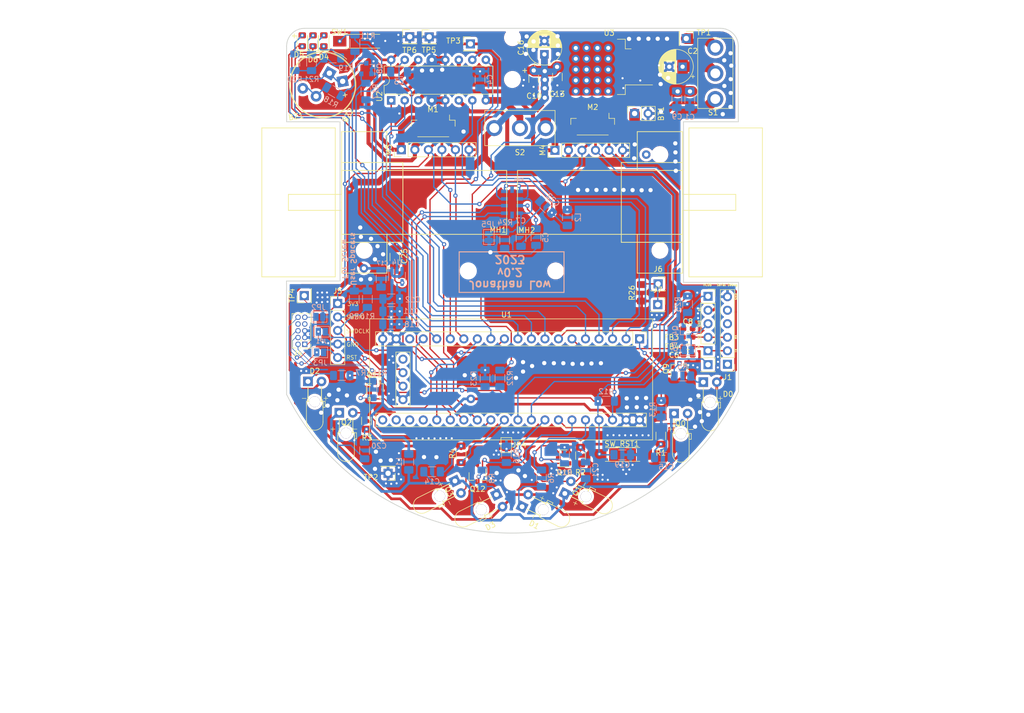
<source format=kicad_pcb>
(kicad_pcb (version 20171130) (host pcbnew "(5.1.12-1-10_14)")
  (layers (0 F.Cu signal) (31 B.Cu signal) (34 B.Paste user) (35 F.Paste user) (36 B.SilkS user) (37 F.SilkS user) (38 B.Mask user) (39 F.Mask user) (44 Edge.Cuts user))
  (net 0 "")
  (net 1 "Net-(D0-Pad1)")
  (net 2 "Net-(D1-Pad1)")
  (net 3 "Net-(D2-Pad1)")
  (net 4 "Net-(D3-Pad1)")
  (net 5 "Net-(D4-Pad2)")
  (net 6 "Net-(D5-Pad2)")
  (net 7 "Net-(D6-Pad2)")
  (net 8 "Net-(J1-Pad1)")
  (net 9 "Net-(BZ1-Pad2)")
  (net 10 "Net-(BT1-Pad1)")
  (net 11 GND)
  (net 12 +5V)
  (net 13 VCC)
  (net 14 "Net-(C6-Pad1)")
  (net 15 "Net-(C8-Pad1)")
  (net 16 USART1_RX)
  (net 17 USART1_TX)
  (net 18 +3V3)
  (net 19 SWDIO)
  (net 20 SWDCLK)
  (net 21 "Net-(J4-Pad6)")
  (net 22 "Net-(J4-Pad7)")
  (net 23 "Net-(J4-Pad8)")
  (net 24 "Net-(J4-Pad9)")
  (net 25 "Net-(J4-Pad10)")
  (net 26 RST)
  (net 27 SWO)
  (net 28 M2_ENC_B)
  (net 29 M2_ENC_A)
  (net 30 M2_OUT_2)
  (net 31 M2_OUT_1)
  (net 32 M1_OUT_1)
  (net 33 M1_OUT_2)
  (net 34 M1_ENC_A)
  (net 35 M1_ENC_B)
  (net 36 RECEIV_4)
  (net 37 RECEIV_3)
  (net 38 RECEIV_2)
  (net 39 RECEIV_1)
  (net 40 EMIT_1)
  (net 41 EMIT_2)
  (net 42 EMIT_3)
  (net 43 EMIT_4)
  (net 44 BUZZER)
  (net 45 "Net-(Q8-Pad3)")
  (net 46 BUTTON)
  (net 47 LED_RED)
  (net 48 LED_GREEN)
  (net 49 LED_BLUE)
  (net 50 V_METER)
  (net 51 "Net-(S1-Pad3)")
  (net 52 M1_FWD)
  (net 53 M1_BACK)
  (net 54 M2_FWD)
  (net 55 M2_BACK)
  (net 56 M1_SPD)
  (net 57 "Net-(U1-Pad24)")
  (net 58 M2_SPD)
  (net 59 "Net-(U1-Pad23)")
  (net 60 "Net-(U1-Pad22)")
  (net 61 "Net-(U1-Pad21)")
  (net 62 V_MOTOR)
  (net 63 AGND)
  (net 64 +3.3VA)
  (net 65 "Net-(U1-Pad18)")
  (net 66 "Net-(Q10-Pad3)")
  (net 67 "Net-(Q11-Pad3)")
  (net 68 "Net-(Q12-Pad3)")
  (net 69 3V3_BYP)
  (net 70 "Net-(J1-Pad4)")
  (net 71 "Net-(J1-Pad5)")
  (net 72 "Net-(Q9-Pad3)")
  (net 73 "Net-(C5-Pad2)")
  (net 74 "Net-(C5-Pad1)")
  (net 75 "Net-(GYRO1-Pad5)")
  (net 76 GYRO_OUTZ)
  (net 77 GYRO_VREF)
  (net 78 "Net-(GYRO1-Pad10)")
  (net 79 AGND2)
  (net 80 "Net-(C22-Pad1)")
  (net 81 "Net-(J3-Pad1)")
  (net 82 "Net-(J6-Pad1)")
  (net 83 "Net-(J8-Pad3)")
  (module Connector_PinSocket_2.54mm:PinSocket_1x02_P2.54mm_Vertical (layer F.Cu) (at 183.0324 70.6628 90)
    (fp_text reference BT1 (at -0.04064 4.97586 270) (layer F.SilkS))
    (fp_text value Battery_Cell)
    (pad 1 thru_hole rect (at 0 0 90) (size 1.7 1.7) (drill 1) (layers *.Cu *.Mask) (net 10 "Net-(BT1-Pad1)"))
    (pad 2 thru_hole oval (at 0 2.54 90) (size 1.7 1.7) (drill 1) (layers *.Cu *.Mask) (net 11 GND))
  )
  (module Connector_PinHeader_2.54mm:PinHeader_1x06_P2.54mm_Vertical (layer F.Cu) (at 200.4822 117.8052 180)
    (fp_text reference J1 (at 0 -2.4384 180) (layer F.SilkS))
    (fp_text value "Serial Debug Header")
    (pad 1 thru_hole rect (at 0 0 180) (size 1.7 1.7) (drill 1) (layers *.Cu *.Mask) (net 8 "Net-(J1-Pad1)"))
    (pad 2 thru_hole oval (at 0 2.54 180) (size 1.7 1.7) (drill 1) (layers *.Cu *.Mask) (net 14 "Net-(C6-Pad1)"))
    (pad 3 thru_hole oval (at 0 5.08 180) (size 1.7 1.7) (drill 1) (layers *.Cu *.Mask) (net 15 "Net-(C8-Pad1)"))
    (pad 4 thru_hole oval (at 0 7.62 180) (size 1.7 1.7) (drill 1) (layers *.Cu *.Mask) (net 70 "Net-(J1-Pad4)"))
    (pad 5 thru_hole oval (at 0 10.16 180) (size 1.7 1.7) (drill 1) (layers *.Cu *.Mask) (net 71 "Net-(J1-Pad5)"))
    (pad 6 thru_hole oval (at 0 12.7 180) (size 1.7 1.7) (drill 1) (layers *.Cu *.Mask) (net 11 GND))
  )
  (module MountingHole:MountingHole_2.2mm_M2 (layer F.Cu) (at 168.1988 100.2538)
    (fp_text reference BT_MH1 hide)
    (fp_text value M2)
    (pad 1 np_thru_hole circle (at 0 0) (size 2.2 2.2) (drill 2.2) (layers *.Cu *.Mask))
  )
  (module MountingHole:MountingHole_2.2mm_M2 (layer F.Cu) (at 151.7904 100.2538)
    (fp_text reference BT_MH2 hide)
    (fp_text value M2)
    (pad 1 np_thru_hole circle (at 0 0) (size 2.2 2.2) (drill 2.2) (layers *.Cu *.Mask))
  )
  (module Resistor_SMD:R_1206_3216Metric_Pad1.30x1.75mm_HandSolder (layer B.Cu) (at 126.2634 60.2234 180)
    (fp_text reference R19 (at -2.5908 -1.905) (layer B.SilkS) (effects (justify mirror)))
    (fp_text value R)
    (pad 1 smd roundrect (at -1.55 0 180) (size 1.3 1.75) (layers B.Cu B.Paste B.Mask) (roundrect_rratio 0.1923069230769231) (net 5 "Net-(D4-Pad2)"))
    (pad 2 smd roundrect (at 1.55 0 180) (size 1.3 1.75) (layers B.Cu B.Paste B.Mask) (roundrect_rratio 0.1923069230769231) (net 18 +3V3))
  )
  (module Resistor_SMD:R_1206_3216Metric_Pad1.30x1.75mm_HandSolder (layer B.Cu) (at 119.2276 61.0362 270)
    (fp_text reference R20 (at 3.2258 0.0508 180) (layer B.SilkS) (effects (justify mirror)))
    (fp_text value R)
    (pad 2 smd roundrect (at 1.55 0 270) (size 1.3 1.75) (layers B.Cu B.Paste B.Mask) (roundrect_rratio 0.1923069230769231) (net 18 +3V3))
    (pad 1 smd roundrect (at -1.55 0 270) (size 1.3 1.75) (layers B.Cu B.Paste B.Mask) (roundrect_rratio 0.1923069230769231) (net 6 "Net-(D5-Pad2)"))
  )
  (module Resistor_SMD:R_1206_3216Metric_Pad1.30x1.75mm_HandSolder (layer B.Cu) (at 122.3518 61.061 270)
    (fp_text reference R21 (at 3.1502 0.0254 180) (layer B.SilkS) (effects (justify mirror)))
    (fp_text value R)
    (pad 1 smd roundrect (at -1.55 0 270) (size 1.3 1.75) (layers B.Cu B.Paste B.Mask) (roundrect_rratio 0.1923069230769231) (net 7 "Net-(D6-Pad2)"))
    (pad 2 smd roundrect (at 1.55 0 270) (size 1.3 1.75) (layers B.Cu B.Paste B.Mask) (roundrect_rratio 0.1923069230769231) (net 18 +3V3))
  )
  (module MountingHole:MountingHole_2.2mm_M2 (layer F.Cu) (at 160.0835 64.262)
    (fp_text reference SK1 hide)
    (fp_text value M2)
    (pad 1 np_thru_hole circle (at 0 0) (size 2.2 2.2) (drill 2.2) (layers *.Cu *.Mask))
  )
  (module MountingHole:MountingHole_2.2mm_M2 (layer F.Cu) (at 160.02 139.954)
    (fp_text reference SK2 hide)
    (fp_text value M2)
    (pad 1 np_thru_hole circle (at 0 0) (size 2.2 2.2) (drill 2.2) (layers *.Cu *.Mask))
  )
  (module MountingHole:MountingHole_2.2mm_M2 (layer F.Cu) (at 160.0962 56.4134)
    (fp_text reference SK3 hide)
    (fp_text value M2)
    (pad 1 np_thru_hole circle (at 0 0) (size 2.2 2.2) (drill 2.2) (layers *.Cu *.Mask))
  )
  (module MountingHole:MountingHole_2.2mm_M2 (layer F.Cu) (at 160.02 147.828)
    (fp_text reference SK4 hide)
    (fp_text value M2)
    (pad 1 np_thru_hole circle (at 0 0) (size 2.2 2.2) (drill 2.2) (layers *.Cu *.Mask))
  )
  (module Buzzer_Beeper:Buzzer_12x9.5RM7.6 (layer F.Cu) (at 128.1938 64.6176 190)
    (fp_text reference BZ1 (at 9.776643 -4.981991 190) (layer F.SilkS))
    (fp_text value Buzzer)
    (fp_text user + (at -0.01 -2.54 10) (layer F.SilkS))
    (pad 1 thru_hole rect (at 0 0 190) (size 2 2) (drill 1) (layers *.Cu *.Mask) (net 12 +5V))
    (pad 2 thru_hole circle (at 7.6 0 190) (size 2 2) (drill 1) (layers *.Cu *.Mask) (net 9 "Net-(BZ1-Pad2)"))
  )
  (module Buzzer_Beeper:Buzzer_TDK_PS1240P02BT_D12.2mm_H6.5mm (layer F.Cu) (at 125.7046 63.0936 240)
    (fp_text reference BZ2 (at 5.088481 -6.985292 240) (layer F.SilkS))
    (fp_text value Buzzer)
    (pad 1 thru_hole rect (at 0 0 240) (size 2 2) (drill 1) (layers *.Cu *.Mask) (net 12 +5V))
    (pad 2 thru_hole circle (at 5 0 240) (size 2 2) (drill 1) (layers *.Cu *.Mask) (net 9 "Net-(BZ1-Pad2)"))
  )
  (module Capacitor_THT:CP_Radial_D6.3mm_P2.50mm (layer F.Cu) (at 192.0494 61.8744 180)
    (fp_text reference C2 (at -1.8796 2.9464) (layer F.SilkS))
    (fp_text value 100uF)
    (pad 1 thru_hole rect (at 0 0 180) (size 1.6 1.6) (drill 0.8) (layers *.Cu *.Mask) (net 13 VCC))
    (pad 2 thru_hole circle (at 2.5 0 180) (size 1.6 1.6) (drill 0.8) (layers *.Cu *.Mask) (net 11 GND))
  )
  (module Capacitor_SMD:C_1206_3216Metric_Pad1.33x1.80mm_HandSolder (layer B.Cu) (at 138.7856 62.8396)
    (fp_text reference C3 (at 0 1.85) (layer B.SilkS) (effects (justify mirror)))
    (fp_text value 0.1uF)
    (pad 1 smd roundrect (at -1.5625 0) (size 1.325 1.8) (layers B.Cu B.Paste B.Mask) (roundrect_rratio 0.1886769811320755) (net 12 +5V))
    (pad 2 smd roundrect (at 1.5625 0) (size 1.325 1.8) (layers B.Cu B.Paste B.Mask) (roundrect_rratio 0.1886769811320755) (net 11 GND))
  )
  (module Capacitor_SMD:C_1206_3216Metric_Pad1.33x1.80mm_HandSolder (layer B.Cu) (at 154.0002 64.2874 90)
    (fp_text reference C4 (at 0 1.85 90) (layer B.SilkS) (effects (justify mirror)))
    (fp_text value 1uF)
    (pad 1 smd roundrect (at -1.5625 0 90) (size 1.325 1.8) (layers B.Cu B.Paste B.Mask) (roundrect_rratio 0.1886769811320755) (net 62 V_MOTOR))
    (pad 2 smd roundrect (at 1.5625 0 90) (size 1.325 1.8) (layers B.Cu B.Paste B.Mask) (roundrect_rratio 0.1886769811320755) (net 11 GND))
  )
  (module Capacitor_SMD:C_0603_1608Metric_Pad1.08x0.95mm_HandSolder (layer F.Cu) (at 193.0908 116.078 180)
    (fp_text reference C6 (at 2.6416 0) (layer F.SilkS))
    (fp_text value 22pF)
    (pad 1 smd roundrect (at -0.8625 0 180) (size 1.075 0.95) (layers F.Cu F.Paste F.Mask) (net 14 "Net-(C6-Pad1)"))
    (pad 2 smd roundrect (at 0.8625 0 180) (size 1.075 0.95) (layers F.Cu F.Paste F.Mask) (net 11 GND))
  )
  (module Capacitor_SMD:C_0603_1608Metric_Pad1.08x0.95mm_HandSolder (layer F.Cu) (at 193.0654 111.0996 180)
    (fp_text reference C8 (at 0.0254 1.3208) (layer F.SilkS))
    (fp_text value 22pF)
    (pad 2 smd roundrect (at 0.8625 0 180) (size 1.075 0.95) (layers F.Cu F.Paste F.Mask) (net 11 GND))
    (pad 1 smd roundrect (at -0.8625 0 180) (size 1.075 0.95) (layers F.Cu F.Paste F.Mask) (net 15 "Net-(C8-Pad1)"))
  )
  (module LED_SMD:LED_0805_2012Metric_Pad1.15x1.40mm_HandSolder (layer F.Cu) (at 124.6632 56.9976 90)
    (fp_text reference D4 (at -3.0226 0) (layer F.SilkS))
    (fp_text value LED)
    (pad 1 smd roundrect (at -1.025 0 90) (size 1.15 1.4) (layers F.Cu F.Paste F.Mask) (roundrect_rratio 0.2173904347826087) (net 47 LED_RED))
    (pad 2 smd roundrect (at 1.025 0 90) (size 1.15 1.4) (layers F.Cu F.Paste F.Mask) (roundrect_rratio 0.2173904347826087) (net 5 "Net-(D4-Pad2)"))
  )
  (module LED_SMD:LED_0805_2012Metric_Pad1.15x1.40mm_HandSolder (layer F.Cu) (at 120.5992 56.9976 90)
    (fp_text reference D5 (at -2.5908 -0.6096 180) (layer F.SilkS))
    (fp_text value LED)
    (pad 1 smd roundrect (at -1.025 0 90) (size 1.15 1.4) (layers F.Cu F.Paste F.Mask) (roundrect_rratio 0.2173904347826087) (net 48 LED_GREEN))
    (pad 2 smd roundrect (at 1.025 0 90) (size 1.15 1.4) (layers F.Cu F.Paste F.Mask) (roundrect_rratio 0.2173904347826087) (net 6 "Net-(D5-Pad2)"))
  )
  (module LED_SMD:LED_0805_2012Metric_Pad1.15x1.40mm_HandSolder (layer F.Cu) (at 122.6312 56.9976 90)
    (fp_text reference D6 (at -3.5052 0 180) (layer F.SilkS))
    (fp_text value LED)
    (pad 2 smd roundrect (at 1.025 0 90) (size 1.15 1.4) (layers F.Cu F.Paste F.Mask) (roundrect_rratio 0.2173904347826087) (net 7 "Net-(D6-Pad2)"))
    (pad 1 smd roundrect (at -1.025 0 90) (size 1.15 1.4) (layers F.Cu F.Paste F.Mask) (roundrect_rratio 0.2173904347826087) (net 49 LED_BLUE))
  )
  (module Resistor_SMD:R_0603_1608Metric_Pad0.98x0.95mm_HandSolder (layer F.Cu) (at 193.0654 112.6998)
    (fp_text reference FB3 (at -3.0734 0.0254) (layer F.SilkS))
    (fp_text value HZ0603C601R-10)
    (pad 2 smd roundrect (at 0.9125 0) (size 0.975 0.95) (layers F.Cu F.Paste F.Mask) (net 15 "Net-(C8-Pad1)"))
    (pad 1 smd roundrect (at -0.9125 0) (size 0.975 0.95) (layers F.Cu F.Paste F.Mask) (net 16 USART1_RX))
  )
  (module Resistor_SMD:R_0603_1608Metric_Pad0.98x0.95mm_HandSolder (layer F.Cu) (at 193.0908 114.5032 180)
    (fp_text reference FB4 (at 3.048 0.0254) (layer F.SilkS))
    (fp_text value HZ0603C601R-10)
    (pad 1 smd roundrect (at -0.9125 0 180) (size 0.975 0.95) (layers F.Cu F.Paste F.Mask) (net 14 "Net-(C6-Pad1)"))
    (pad 2 smd roundrect (at 0.9125 0 180) (size 0.975 0.95) (layers F.Cu F.Paste F.Mask) (net 17 USART1_TX))
  )
  (module Connector_PinHeader_1.27mm:PinHeader_2x05_P1.27mm_Vertical (layer F.Cu) (at 121.0818 114.046 180)
    (fp_text reference J4 (at 1.2954 -1.695) (layer F.SilkS))
    (fp_text value Conn_ARM_JTAG_SWD_10)
    (pad 1 thru_hole rect (at 0 0 180) (size 1 1) (drill 0.65) (layers *.Cu *.Mask) (net 18 +3V3))
    (pad 2 thru_hole oval (at 1.27 0 180) (size 1 1) (drill 0.65) (layers *.Cu *.Mask) (net 19 SWDIO))
    (pad 3 thru_hole oval (at 0 1.27 180) (size 1 1) (drill 0.65) (layers *.Cu *.Mask) (net 11 GND))
    (pad 4 thru_hole oval (at 1.27 1.27 180) (size 1 1) (drill 0.65) (layers *.Cu *.Mask) (net 20 SWDCLK))
    (pad 5 thru_hole oval (at 0 2.54 180) (size 1 1) (drill 0.65) (layers *.Cu *.Mask) (net 11 GND))
    (pad 6 thru_hole oval (at 1.27 2.54 180) (size 1 1) (drill 0.65) (layers *.Cu *.Mask) (net 21 "Net-(J4-Pad6)"))
    (pad 7 thru_hole oval (at 0 3.81 180) (size 1 1) (drill 0.65) (layers *.Cu *.Mask) (net 22 "Net-(J4-Pad7)"))
    (pad 8 thru_hole oval (at 1.27 3.81 180) (size 1 1) (drill 0.65) (layers *.Cu *.Mask) (net 23 "Net-(J4-Pad8)"))
    (pad 9 thru_hole oval (at 0 5.08 180) (size 1 1) (drill 0.65) (layers *.Cu *.Mask) (net 24 "Net-(J4-Pad9)"))
    (pad 10 thru_hole oval (at 1.27 5.08 180) (size 1 1) (drill 0.65) (layers *.Cu *.Mask) (net 25 "Net-(J4-Pad10)"))
  )
  (module Connector_PinHeader_2.54mm:PinHeader_1x05_P2.54mm_Vertical (layer F.Cu) (at 127.254 106.3752)
    (fp_text reference J5 (at 0 -2.33) (layer F.SilkS))
    (fp_text value "SWD Header")
    (pad 1 thru_hole rect (at 0 0) (size 1.7 1.7) (drill 1) (layers *.Cu *.Mask) (net 18 +3V3))
    (pad 2 thru_hole oval (at 0 2.54) (size 1.7 1.7) (drill 1) (layers *.Cu *.Mask) (net 19 SWDIO))
    (pad 3 thru_hole oval (at 0 5.08) (size 1.7 1.7) (drill 1) (layers *.Cu *.Mask) (net 20 SWDCLK))
    (pad 4 thru_hole oval (at 0 7.62) (size 1.7 1.7) (drill 1) (layers *.Cu *.Mask) (net 11 GND))
    (pad 5 thru_hole oval (at 0 10.16) (size 1.7 1.7) (drill 1) (layers *.Cu *.Mask) (net 26 RST))
  )
  (module Jumper:SolderJumper-2_P1.3mm_Open_Pad1.0x1.5mm (layer B.Cu) (at 124.2822 111.6838)
    (fp_text reference JP1 (at -0.0762 1.8034) (layer B.SilkS) (effects (font (size 0.75 0.75)) (justify mirror)))
    (fp_text value JP_SWO)
    (pad 2 smd rect (at 0.65 0) (size 1 1.5) (layers B.Cu B.Mask) (net 27 SWO))
    (pad 1 smd rect (at -0.65 0) (size 1 1.5) (layers B.Cu B.Mask) (net 21 "Net-(J4-Pad6)"))
  )
  (module Jumper:SolderJumper-2_P1.3mm_Open_Pad1.0x1.5mm (layer B.Cu) (at 123.825 108.8898 180)
    (fp_text reference JP2 (at 0.1778 1.778) (layer B.SilkS) (effects (justify mirror)))
    (fp_text value JP_GND)
    (pad 2 smd rect (at 0.65 0 180) (size 1 1.5) (layers B.Cu B.Mask) (net 24 "Net-(J4-Pad9)"))
    (pad 1 smd rect (at -0.65 0 180) (size 1 1.5) (layers B.Cu B.Mask) (net 11 GND))
  )
  (module Jumper:SolderJumper-2_P1.3mm_Open_Pad1.0x1.5mm (layer B.Cu) (at 123.9774 115.57 180)
    (fp_text reference JP3 (at 0 -1.9558) (layer B.SilkS) (effects (justify mirror)))
    (fp_text value JP_RST)
    (pad 1 smd rect (at -0.65 0 180) (size 1 1.5) (layers B.Cu B.Mask) (net 26 RST))
    (pad 2 smd rect (at 0.65 0 180) (size 1 1.5) (layers B.Cu B.Mask) (net 25 "Net-(J4-Pad10)"))
  )
  (module Resistor_SMD:R_1206_3216Metric_Pad1.30x1.75mm_HandSolder (layer F.Cu) (at 187.96 131.2672 90)
    (fp_text reference R1 (at -3.2004 0 180) (layer F.SilkS))
    (fp_text value 1.8k)
    (pad 1 smd roundrect (at -1.55 0 90) (size 1.3 1.75) (layers F.Cu F.Paste F.Mask) (roundrect_rratio 0.1923069230769231) (net 63 AGND))
    (pad 2 smd roundrect (at 1.55 0 90) (size 1.3 1.75) (layers F.Cu F.Paste F.Mask) (roundrect_rratio 0.1923069230769231) (net 36 RECEIV_4))
  )
  (module Resistor_SMD:R_1206_3216Metric_Pad1.30x1.75mm_HandSolder (layer F.Cu) (at 172.8724 134.9756 270)
    (fp_text reference R2 (at 3.1496 0) (layer F.SilkS))
    (fp_text value 1.8k)
    (pad 2 smd roundrect (at 1.55 0 270) (size 1.3 1.75) (layers F.Cu F.Paste F.Mask) (roundrect_rratio 0.1923069230769231) (net 37 RECEIV_3))
    (pad 1 smd roundrect (at -1.55 0 270) (size 1.3 1.75) (layers F.Cu F.Paste F.Mask) (roundrect_rratio 0.1923069230769231) (net 63 AGND))
  )
  (module Resistor_SMD:R_1206_3216Metric_Pad1.30x1.75mm_HandSolder (layer F.Cu) (at 132.6642 128.4478 90)
    (fp_text reference R3 (at -3.175 0.1016) (layer F.SilkS))
    (fp_text value 1.8k)
    (pad 1 smd roundrect (at -1.55 0 90) (size 1.3 1.75) (layers F.Cu F.Paste F.Mask) (roundrect_rratio 0.1923069230769231) (net 63 AGND))
    (pad 2 smd roundrect (at 1.55 0 90) (size 1.3 1.75) (layers F.Cu F.Paste F.Mask) (roundrect_rratio 0.1923069230769231) (net 38 RECEIV_2))
  )
  (module Resistor_SMD:R_1206_3216Metric_Pad1.30x1.75mm_HandSolder (layer F.Cu) (at 150.4442 134.7216 270)
    (fp_text reference R4 (at -0.127 1.6256 270) (layer F.SilkS))
    (fp_text value 1.8k)
    (pad 2 smd roundrect (at 1.55 0 270) (size 1.3 1.75) (layers F.Cu F.Paste F.Mask) (roundrect_rratio 0.1923069230769231) (net 39 RECEIV_1))
    (pad 1 smd roundrect (at -1.55 0 270) (size 1.3 1.75) (layers F.Cu F.Paste F.Mask) (roundrect_rratio 0.1923069230769231) (net 63 AGND))
  )
  (module Resistor_SMD:R_1206_3216Metric_Pad1.30x1.75mm_HandSolder (layer B.Cu) (at 192.024 120.015 180)
    (fp_text reference R5 (at 0 1.82 180) (layer B.SilkS) (effects (justify mirror)))
    (fp_text value 35)
    (pad 2 smd roundrect (at 1.55 0 180) (size 1.3 1.75) (layers B.Cu B.Paste B.Mask) (roundrect_rratio 0.1923069230769231) (net 72 "Net-(Q9-Pad3)"))
    (pad 1 smd roundrect (at -1.55 0 180) (size 1.3 1.75) (layers B.Cu B.Paste B.Mask) (roundrect_rratio 0.1923069230769231) (net 1 "Net-(D0-Pad1)"))
  )
  (module Resistor_SMD:R_1206_3216Metric_Pad1.30x1.75mm_HandSolder (layer B.Cu) (at 165.5318 139.2174 90)
    (fp_text reference R6 (at 0 1.82 90) (layer B.SilkS) (effects (justify mirror)))
    (fp_text value 35)
    (pad 2 smd roundrect (at 1.55 0 90) (size 1.3 1.75) (layers B.Cu B.Paste B.Mask) (roundrect_rratio 0.1923069230769231) (net 66 "Net-(Q10-Pad3)"))
    (pad 1 smd roundrect (at -1.55 0 90) (size 1.3 1.75) (layers B.Cu B.Paste B.Mask) (roundrect_rratio 0.1923069230769231) (net 2 "Net-(D1-Pad1)"))
  )
  (module Resistor_SMD:R_1206_3216Metric_Pad1.30x1.75mm_HandSolder (layer B.Cu) (at 128.016 119.9134)
    (fp_text reference R7 (at 3.6068 -0.508) (layer B.SilkS) (effects (justify mirror)))
    (fp_text value 35)
    (pad 2 smd roundrect (at 1.55 0) (size 1.3 1.75) (layers B.Cu B.Paste B.Mask) (roundrect_rratio 0.1923069230769231) (net 67 "Net-(Q11-Pad3)"))
    (pad 1 smd roundrect (at -1.55 0) (size 1.3 1.75) (layers B.Cu B.Paste B.Mask) (roundrect_rratio 0.1923069230769231) (net 3 "Net-(D2-Pad1)"))
  )
  (module Resistor_SMD:R_1206_3216Metric_Pad1.30x1.75mm_HandSolder (layer B.Cu) (at 154.4066 139.2428 90)
    (fp_text reference R8 (at 0 1.82 90) (layer B.SilkS) (effects (justify mirror)))
    (fp_text value 35)
    (pad 1 smd roundrect (at -1.55 0 90) (size 1.3 1.75) (layers B.Cu B.Paste B.Mask) (roundrect_rratio 0.1923069230769231) (net 4 "Net-(D3-Pad1)"))
    (pad 2 smd roundrect (at 1.55 0 90) (size 1.3 1.75) (layers B.Cu B.Paste B.Mask) (roundrect_rratio 0.1923069230769231) (net 68 "Net-(Q12-Pad3)"))
  )
  (module Resistor_SMD:R_1206_3216Metric_Pad1.30x1.75mm_HandSolder (layer B.Cu) (at 130.3782 105.5878 90)
    (fp_text reference R9 (at -3.2258 -0.0508 180) (layer B.SilkS) (effects (justify mirror)))
    (fp_text value 100K)
    (pad 2 smd roundrect (at 1.55 0 90) (size 1.3 1.75) (layers B.Cu B.Paste B.Mask) (roundrect_rratio 0.1923069230769231) (net 11 GND))
    (pad 1 smd roundrect (at -1.55 0 90) (size 1.3 1.75) (layers B.Cu B.Paste B.Mask) (roundrect_rratio 0.1923069230769231) (net 19 SWDIO))
  )
  (module Resistor_SMD:R_1206_3216Metric_Pad1.30x1.75mm_HandSolder (layer B.Cu) (at 132.842 105.5624 90)
    (fp_text reference R10 (at -3.2258 -0.0254 180) (layer B.SilkS) (effects (justify mirror)))
    (fp_text value 100K)
    (pad 1 smd roundrect (at -1.55 0 90) (size 1.3 1.75) (layers B.Cu B.Paste B.Mask) (roundrect_rratio 0.1923069230769231) (net 20 SWDCLK))
    (pad 2 smd roundrect (at 1.55 0 90) (size 1.3 1.75) (layers B.Cu B.Paste B.Mask) (roundrect_rratio 0.1923069230769231) (net 11 GND))
  )
  (module Resistor_SMD:R_1206_3216Metric_Pad1.30x1.75mm_HandSolder (layer B.Cu) (at 130.5052 57.4548 90)
    (fp_text reference R11 (at 1.3716 2.3876 180) (layer B.SilkS) (effects (justify mirror)))
    (fp_text value 47K)
    (pad 2 smd roundrect (at 1.55 0 90) (size 1.3 1.75) (layers B.Cu B.Paste B.Mask) (roundrect_rratio 0.1923069230769231) (net 46 BUTTON))
    (pad 1 smd roundrect (at -1.55 0 90) (size 1.3 1.75) (layers B.Cu B.Paste B.Mask) (roundrect_rratio 0.1923069230769231) (net 18 +3V3))
  )
  (module Resistor_SMD:R_1206_3216Metric_Pad1.30x1.75mm_HandSolder (layer B.Cu) (at 188.0362 126.1618 90)
    (fp_text reference R13 (at -0.1524 -1.6256 270) (layer B.SilkS) (effects (justify mirror)))
    (fp_text value 47k)
    (pad 1 smd roundrect (at -1.55 0 90) (size 1.3 1.75) (layers B.Cu B.Paste B.Mask) (roundrect_rratio 0.1923069230769231) (net 11 GND))
    (pad 2 smd roundrect (at 1.55 0 90) (size 1.3 1.75) (layers B.Cu B.Paste B.Mask) (roundrect_rratio 0.1923069230769231) (net 40 EMIT_1))
  )
  (module Resistor_SMD:R_1206_3216Metric_Pad1.30x1.75mm_HandSolder (layer B.Cu) (at 169.8752 134.9502 270)
    (fp_text reference R14 (at 3.175 0.0254) (layer B.SilkS) (effects (justify mirror)))
    (fp_text value 47k)
    (pad 1 smd roundrect (at -1.55 0 270) (size 1.3 1.75) (layers B.Cu B.Paste B.Mask) (roundrect_rratio 0.1923069230769231) (net 11 GND))
    (pad 2 smd roundrect (at 1.55 0 270) (size 1.3 1.75) (layers B.Cu B.Paste B.Mask) (roundrect_rratio 0.1923069230769231) (net 41 EMIT_2))
  )
  (module Resistor_SMD:R_1206_3216Metric_Pad1.30x1.75mm_HandSolder (layer B.Cu) (at 133.7056 122.555 270)
    (fp_text reference R15 (at -3.0988 -1.3462) (layer B.SilkS) (effects (justify mirror)))
    (fp_text value 47k)
    (pad 1 smd roundrect (at -1.55 0 270) (size 1.3 1.75) (layers B.Cu B.Paste B.Mask) (roundrect_rratio 0.1923069230769231) (net 11 GND))
    (pad 2 smd roundrect (at 1.55 0 270) (size 1.3 1.75) (layers B.Cu B.Paste B.Mask) (roundrect_rratio 0.1923069230769231) (net 42 EMIT_3))
  )
  (module Resistor_SMD:R_1206_3216Metric_Pad1.30x1.75mm_HandSolder (layer B.Cu) (at 158.9532 134.7216 270)
    (fp_text reference R16 (at 0.3302 -1.905 270) (layer B.SilkS) (effects (justify mirror)))
    (fp_text value 47k)
    (pad 1 smd roundrect (at -1.55 0 270) (size 1.3 1.75) (layers B.Cu B.Paste B.Mask) (roundrect_rratio 0.1923069230769231) (net 11 GND))
    (pad 2 smd roundrect (at 1.55 0 270) (size 1.3 1.75) (layers B.Cu B.Paste B.Mask) (roundrect_rratio 0.1923069230769231) (net 43 EMIT_4))
  )
  (module Resistor_SMD:R_1206_3216Metric_Pad1.30x1.75mm_HandSolder (layer B.Cu) (at 132.5626 66.5226 90)
    (fp_text reference R17 (at 0 1.82 90) (layer B.SilkS) (effects (justify mirror)))
    (fp_text value 47k)
    (pad 2 smd roundrect (at 1.55 0 90) (size 1.3 1.75) (layers B.Cu B.Paste B.Mask) (roundrect_rratio 0.1923069230769231) (net 44 BUZZER))
    (pad 1 smd roundrect (at -1.55 0 90) (size 1.3 1.75) (layers B.Cu B.Paste B.Mask) (roundrect_rratio 0.1923069230769231) (net 11 GND))
  )
  (module Resistor_SMD:R_1206_3216Metric_Pad1.30x1.75mm_HandSolder (layer B.Cu) (at 126.5428 66.548 150)
    (fp_text reference R18 (at -0.493965 -1.973172 150) (layer B.SilkS) (effects (justify mirror)))
    (fp_text value R)
    (pad 1 smd roundrect (at -1.55 0 150) (size 1.3 1.75) (layers B.Cu B.Paste B.Mask) (roundrect_rratio 0.1923069230769231) (net 45 "Net-(Q8-Pad3)"))
    (pad 2 smd roundrect (at 1.55 0 150) (size 1.3 1.75) (layers B.Cu B.Paste B.Mask) (roundrect_rratio 0.1923069230769231) (net 9 "Net-(BZ1-Pad2)"))
  )
  (module Resistor_SMD:R_1206_3216Metric_Pad1.30x1.75mm_HandSolder (layer B.Cu) (at 157.734 120.4468 270)
    (fp_text reference R22 (at -0.0254 -1.905 270) (layer B.SilkS) (effects (justify mirror)))
    (fp_text value R)
    (pad 2 smd roundrect (at 1.55 0 270) (size 1.3 1.75) (layers B.Cu B.Paste B.Mask) (roundrect_rratio 0.1923069230769231) (net 50 V_METER))
    (pad 1 smd roundrect (at -1.55 0 270) (size 1.3 1.75) (layers B.Cu B.Paste B.Mask) (roundrect_rratio 0.1923069230769231) (net 13 VCC))
  )
  (module Resistor_SMD:R_1206_3216Metric_Pad1.30x1.75mm_HandSolder (layer B.Cu) (at 154.94 120.4468 90)
    (fp_text reference R23 (at -0.0254 -2.1082 270) (layer B.SilkS) (effects (justify mirror)))
    (fp_text value R)
    (pad 1 smd roundrect (at -1.55 0 90) (size 1.3 1.75) (layers B.Cu B.Paste B.Mask) (roundrect_rratio 0.1923069230769231) (net 50 V_METER))
    (pad 2 smd roundrect (at 1.55 0 90) (size 1.3 1.75) (layers B.Cu B.Paste B.Mask) (roundrect_rratio 0.1923069230769231) (net 11 GND))
  )
  (module custom:1103M2S4CQE2 (layer F.Cu) (at 195.6562 63.119 270)
    (fp_text reference S1 (at 7.366 -2.1336 180) (layer F.SilkS))
    (fp_text value EG1218)
    (pad 2 thru_hole circle (at 0 -2.54 270) (size 3 3) (drill 1.85) (layers *.Cu *.Mask) (net 13 VCC))
    (pad 1 thru_hole circle (at 4.826 -2.54 270) (size 3 3) (drill 1.85) (layers *.Cu *.Mask) (net 10 "Net-(BT1-Pad1)"))
    (pad 3 thru_hole circle (at -4.826 -2.54 270) (size 3 3) (drill 1.85) (layers *.Cu *.Mask) (net 51 "Net-(S1-Pad3)"))
  )
  (module Connector_PinHeader_2.54mm:PinHeader_1x01_P2.54mm_Vertical (layer F.Cu) (at 192.7352 56.5658 270)
    (fp_text reference TP1 (at -1.1176 -3.302 180) (layer F.SilkS))
    (fp_text value V_EXT_TP)
    (pad 1 thru_hole rect (at 0 0 270) (size 1.7 1.7) (drill 1) (layers *.Cu *.Mask) (net 51 "Net-(S1-Pad3)"))
  )
  (module Connector_PinHeader_2.54mm:PinHeader_1x01_P2.54mm_Vertical (layer F.Cu) (at 136.7282 138.303 180)
    (fp_text reference TP2 (at 3.2258 -0.7366) (layer F.SilkS))
    (fp_text value GND_TP)
    (pad 1 thru_hole rect (at 0 0 180) (size 1.7 1.7) (drill 1) (layers *.Cu *.Mask) (net 11 GND))
  )
  (module Package_DIP:DIP-16_W7.62mm (layer F.Cu) (at 137.3124 68.199 90)
    (fp_text reference U2 (at 0.7366 -2.2098 90) (layer F.SilkS))
    (fp_text value L293D)
    (pad 1 thru_hole rect (at 0 0 90) (size 1.6 1.6) (drill 0.8) (layers *.Cu *.Mask) (net 56 M1_SPD))
    (pad 9 thru_hole oval (at 7.62 17.78 90) (size 1.6 1.6) (drill 0.8) (layers *.Cu *.Mask) (net 58 M2_SPD))
    (pad 2 thru_hole oval (at 0 2.54 90) (size 1.6 1.6) (drill 0.8) (layers *.Cu *.Mask) (net 52 M1_FWD))
    (pad 10 thru_hole oval (at 7.62 15.24 90) (size 1.6 1.6) (drill 0.8) (layers *.Cu *.Mask) (net 54 M2_FWD))
    (pad 3 thru_hole oval (at 0 5.08 90) (size 1.6 1.6) (drill 0.8) (layers *.Cu *.Mask) (net 32 M1_OUT_1))
    (pad 11 thru_hole oval (at 7.62 12.7 90) (size 1.6 1.6) (drill 0.8) (layers *.Cu *.Mask) (net 31 M2_OUT_1))
    (pad 4 thru_hole oval (at 0 7.62 90) (size 1.6 1.6) (drill 0.8) (layers *.Cu *.Mask) (net 11 GND))
    (pad 12 thru_hole oval (at 7.62 10.16 90) (size 1.6 1.6) (drill 0.8) (layers *.Cu *.Mask) (net 11 GND))
    (pad 5 thru_hole oval (at 0 10.16 90) (size 1.6 1.6) (drill 0.8) (layers *.Cu *.Mask) (net 11 GND))
    (pad 13 thru_hole oval (at 7.62 7.62 90) (size 1.6 1.6) (drill 0.8) (layers *.Cu *.Mask) (net 11 GND))
    (pad 6 thru_hole oval (at 0 12.7 90) (size 1.6 1.6) (drill 0.8) (layers *.Cu *.Mask) (net 33 M1_OUT_2))
    (pad 14 thru_hole oval (at 7.62 5.08 90) (size 1.6 1.6) (drill 0.8) (layers *.Cu *.Mask) (net 30 M2_OUT_2))
    (pad 7 thru_hole oval (at 0 15.24 90) (size 1.6 1.6) (drill 0.8) (layers *.Cu *.Mask) (net 53 M1_BACK))
    (pad 15 thru_hole oval (at 7.62 2.54 90) (size 1.6 1.6) (drill 0.8) (layers *.Cu *.Mask) (net 55 M2_BACK))
    (pad 8 thru_hole oval (at 0 17.78 90) (size 1.6 1.6) (drill 0.8) (layers *.Cu *.Mask) (net 62 V_MOTOR))
    (pad 16 thru_hole oval (at 7.62 0 90) (size 1.6 1.6) (drill 0.8) (layers *.Cu *.Mask) (net 12 +5V))
  )
  (module custom:Motor_mouse (layer F.Cu) (at 159.004 87.376)
    (fp_text reference MH1 (at -1.6256 5.1562) (layer F.SilkS))
    (fp_text value M1_MH)
    (pad "" np_thru_hole circle (at -26.75 -9) (size 2.1844 2.1844) (drill 2.1844) (layers *.Cu *.Mask))
    (pad "" np_thru_hole circle (at -26.75 9) (size 2.1844 2.1844) (drill 2.1844) (layers *.Cu *.Mask))
  )
  (module custom:Motor_mouse (layer F.Cu) (at 161.036 87.376 180)
    (fp_text reference MH2 (at -1.7272 -5.2324) (layer F.SilkS))
    (fp_text value M2_MH)
    (pad "" np_thru_hole circle (at -26.75 9 180) (size 2.1844 2.1844) (drill 2.1844) (layers *.Cu *.Mask))
    (pad "" np_thru_hole circle (at -26.75 -9 180) (size 2.1844 2.1844) (drill 2.1844) (layers *.Cu *.Mask))
  )
  (module custom:1103M2S4CQE2 (layer F.Cu) (at 161.4932 75.946)
    (fp_text reference S2 (at 0 2.032) (layer F.SilkS))
    (fp_text value EG1218)
    (pad 2 thru_hole circle (at 0 -2.54) (size 3 3) (drill 1.85) (layers *.Cu *.Mask) (net 62 V_MOTOR))
    (pad 1 thru_hole circle (at 4.826 -2.54) (size 3 3) (drill 1.85) (layers *.Cu *.Mask) (net 13 VCC))
    (pad 3 thru_hole circle (at -4.826 -2.54) (size 3 3) (drill 1.85) (layers *.Cu *.Mask) (net 12 +5V))
  )
  (module custom:Emitter (layer F.Cu) (at 195.9356 121.158)
    (fp_text reference D0 (at 4.6482 2.2606) (layer F.SilkS))
    (fp_text value SFH4545)
    (pad 1 thru_hole rect (at 0 0) (size 1.8 1.8) (drill 0.9) (layers *.Cu *.Mask) (net 1 "Net-(D0-Pad1)"))
    (pad 2 thru_hole circle (at 2.54 0) (size 1.8 1.8) (drill 0.9) (layers *.Cu *.Mask) (net 12 +5V))
    (pad 3 thru_hole circle (at 1.27 3.81) (size 2 2) (drill 2) (layers *.Cu *.Mask))
  )
  (module custom:Emitter (layer F.Cu) (at 161.8996 144.5768 63.5)
    (fp_text reference D1 (at -2.037324 3.541767 153.5) (layer F.SilkS))
    (fp_text value SFH4545)
    (pad 3 thru_hole circle (at 1.27 3.81 63.5) (size 2 2) (drill 2) (layers *.Cu *.Mask))
    (pad 2 thru_hole circle (at 2.54 0 63.5) (size 1.8 1.8) (drill 0.9) (layers *.Cu *.Mask) (net 12 +5V))
    (pad 1 thru_hole rect (at 0 0 63.5) (size 1.8 1.8) (drill 0.9) (layers *.Cu *.Mask) (net 2 "Net-(D1-Pad1)"))
  )
  (module custom:Emitter (layer F.Cu) (at 121.6787 121.031)
    (fp_text reference D2 (at 1.27 -1.96) (layer F.SilkS))
    (fp_text value SFH4545)
    (pad 3 thru_hole circle (at 1.27 3.81) (size 2 2) (drill 2) (layers *.Cu *.Mask))
    (pad 2 thru_hole circle (at 2.54 0) (size 1.8 1.8) (drill 0.9) (layers *.Cu *.Mask) (net 12 +5V))
    (pad 1 thru_hole rect (at 0 0) (size 1.8 1.8) (drill 0.9) (layers *.Cu *.Mask) (net 3 "Net-(D2-Pad1)"))
  )
  (module custom:Emitter (layer F.Cu) (at 157.083258 142.303667 296.5)
    (fp_text reference D3 (at 4.781905 3.643769 206.5) (layer F.SilkS))
    (fp_text value SFH4545)
    (pad 1 thru_hole rect (at 0 0 296.5) (size 1.8 1.8) (drill 0.9) (layers *.Cu *.Mask) (net 4 "Net-(D3-Pad1)"))
    (pad 2 thru_hole circle (at 2.54 0 296.5) (size 1.8 1.8) (drill 0.9) (layers *.Cu *.Mask) (net 12 +5V))
    (pad 3 thru_hole circle (at 1.27 3.81 296.5) (size 2 2) (drill 2) (layers *.Cu *.Mask))
  )
  (module custom:Emitter (layer F.Cu) (at 190.4492 127.0508)
    (fp_text reference Q0 (at 1.1938 1.905) (layer F.SilkS))
    (fp_text value Q_Photo_NPN)
    (pad 1 thru_hole rect (at 0 0) (size 1.8 1.8) (drill 0.9) (layers *.Cu *.Mask) (net 64 +3.3VA))
    (pad 2 thru_hole circle (at 2.54 0) (size 1.8 1.8) (drill 0.9) (layers *.Cu *.Mask) (net 36 RECEIV_4))
    (pad 3 thru_hole circle (at 1.27 3.81) (size 2 2) (drill 2) (layers *.Cu *.Mask))
  )
  (module custom:Emitter (layer F.Cu) (at 169.926 142.0876 63.5)
    (fp_text reference Q1 (at 1.451904 1.830485 63.5) (layer F.SilkS))
    (fp_text value Q_Photo_NPN)
    (pad 3 thru_hole circle (at 1.27 3.81 63.5) (size 2 2) (drill 2) (layers *.Cu *.Mask))
    (pad 2 thru_hole circle (at 2.54 0 63.5) (size 1.8 1.8) (drill 0.9) (layers *.Cu *.Mask) (net 37 RECEIV_3))
    (pad 1 thru_hole rect (at 0 0 63.5) (size 1.8 1.8) (drill 0.9) (layers *.Cu *.Mask) (net 64 +3.3VA))
  )
  (module custom:Emitter (layer F.Cu) (at 127.5588 126.9238)
    (fp_text reference Q2 (at 1.3462 1.8542) (layer F.SilkS))
    (fp_text value Q_Photo_NPN)
    (pad 1 thru_hole rect (at 0 0) (size 1.8 1.8) (drill 0.9) (layers *.Cu *.Mask) (net 64 +3.3VA))
    (pad 2 thru_hole circle (at 2.54 0) (size 1.8 1.8) (drill 0.9) (layers *.Cu *.Mask) (net 38 RECEIV_2))
    (pad 3 thru_hole circle (at 1.27 3.81) (size 2 2) (drill 2) (layers *.Cu *.Mask))
  )
  (module custom:Emitter (layer F.Cu) (at 149.285458 139.738267 296.5)
    (fp_text reference Q3 (at 1.304011 1.909755 116.5) (layer F.SilkS))
    (fp_text value Q_Photo_NPN)
    (pad 3 thru_hole circle (at 1.27 3.81 296.5) (size 2 2) (drill 2) (layers *.Cu *.Mask))
    (pad 2 thru_hole circle (at 2.54 0 296.5) (size 1.8 1.8) (drill 0.9) (layers *.Cu *.Mask) (net 39 RECEIV_1))
    (pad 1 thru_hole rect (at 0 0 296.5) (size 1.8 1.8) (drill 0.9) (layers *.Cu *.Mask) (net 64 +3.3VA))
  )
  (module Capacitor_SMD:C_1206_3216Metric_Pad1.33x1.80mm_HandSolder (layer B.Cu) (at 190.9572 67.9704 270)
    (fp_text reference C9 (at 3.2766 -0.0508 180) (layer B.SilkS) (effects (justify mirror)))
    (fp_text value 10uF)
    (pad 1 smd roundrect (at -1.5625 0 270) (size 1.325 1.8) (layers B.Cu B.Paste B.Mask) (roundrect_rratio 0.1886769811320755) (net 13 VCC))
    (pad 2 smd roundrect (at 1.5625 0 270) (size 1.325 1.8) (layers B.Cu B.Paste B.Mask) (roundrect_rratio 0.1886769811320755) (net 11 GND))
  )
  (module Capacitor_SMD:C_1206_3216Metric_Pad1.33x1.80mm_HandSolder (layer F.Cu) (at 164.084 64.135 270)
    (fp_text reference C10 (at 3.2258 -0.0762 180) (layer F.SilkS))
    (fp_text value "10uF(Tantalum)")
    (pad 2 smd roundrect (at 1.5625 0 270) (size 1.325 1.8) (layers F.Cu F.Paste F.Mask) (roundrect_rratio 0.1886769811320755) (net 11 GND))
    (pad 1 smd roundrect (at -1.5625 0 270) (size 1.325 1.8) (layers F.Cu F.Paste F.Mask) (roundrect_rratio 0.1886769811320755) (net 12 +5V))
  )
  (module Capacitor_SMD:C_1206_3216Metric_Pad1.33x1.80mm_HandSolder (layer B.Cu) (at 137.3124 107.8738)
    (fp_text reference C11 (at 3.7084 -0.0762) (layer B.SilkS) (effects (justify mirror)))
    (fp_text value 10uF)
    (pad 1 smd roundrect (at -1.5625 0) (size 1.325 1.8) (layers B.Cu B.Paste B.Mask) (roundrect_rratio 0.1886769811320755) (net 18 +3V3))
    (pad 2 smd roundrect (at 1.5625 0) (size 1.325 1.8) (layers B.Cu B.Paste B.Mask) (roundrect_rratio 0.1886769811320755) (net 11 GND))
  )
  (module Capacitor_SMD:C_1206_3216Metric_Pad1.33x1.80mm_HandSolder (layer B.Cu) (at 137.3124 105.5116)
    (fp_text reference C12 (at 4.064 0.127) (layer B.SilkS) (effects (justify mirror)))
    (fp_text value 0.1uF)
    (pad 2 smd roundrect (at 1.5625 0) (size 1.325 1.8) (layers B.Cu B.Paste B.Mask) (roundrect_rratio 0.1886769811320755) (net 11 GND))
    (pad 1 smd roundrect (at -1.5625 0) (size 1.325 1.8) (layers B.Cu B.Paste B.Mask) (roundrect_rratio 0.1886769811320755) (net 18 +3V3))
  )
  (module Package_TO_SOT_SMD:SOT-23-5 (layer B.Cu) (at 138.4046 101.2952 270)
    (fp_text reference U4 (at -2.6416 0) (layer B.SilkS) (effects (justify mirror)))
    (fp_text value APE8865Y5-33-HF-3)
    (pad 1 smd roundrect (at -1.1375 0.95 270) (size 1.325 0.6) (layers B.Cu B.Paste B.Mask) (net 12 +5V))
    (pad 2 smd roundrect (at -1.1375 0 270) (size 1.325 0.6) (layers B.Cu B.Paste B.Mask) (net 11 GND))
    (pad 3 smd roundrect (at -1.1375 -0.95 270) (size 1.325 0.6) (layers B.Cu B.Paste B.Mask) (net 12 +5V))
    (pad 4 smd roundrect (at 1.1375 -0.95 270) (size 1.325 0.6) (layers B.Cu B.Paste B.Mask) (net 69 3V3_BYP))
    (pad 5 smd roundrect (at 1.1375 0.95 270) (size 1.325 0.6) (layers B.Cu B.Paste B.Mask) (net 18 +3V3))
  )
  (module Capacitor_THT:CP_Radial_D6.3mm_P2.50mm (layer F.Cu) (at 166.0906 59.5376 90)
    (fp_text reference C16 (at 1.25 -4.4 90) (layer F.SilkS))
    (fp_text value 100uF)
    (pad 1 thru_hole rect (at 0 0 90) (size 1.6 1.6) (drill 0.8) (layers *.Cu *.Mask) (net 12 +5V))
    (pad 2 thru_hole circle (at 2.5 0 90) (size 1.6 1.6) (drill 0.8) (layers *.Cu *.Mask) (net 11 GND))
  )
  (module Connector_JST:JST_SH_BM06B-SRSS-TB_1x06-1MP_P1.00mm_Vertical (layer F.Cu) (at 145.2118 73.025 180)
    (fp_text reference M1 (at 0.0508 3.1242) (layer F.SilkS))
    (fp_text value M1_Conn)
    (pad MP smd roundrect (at 3.8 -1.2 180) (size 1.2 1.8) (layers F.Cu F.Paste F.Mask) (roundrect_rratio 0.2083325))
    (pad MP smd roundrect (at -3.8 -1.2 180) (size 1.2 1.8) (layers F.Cu F.Paste F.Mask) (roundrect_rratio 0.2083325))
    (pad 6 smd roundrect (at 2.5 1.325 180) (size 0.6 1.55) (layers F.Cu F.Paste F.Mask) (net 31 M2_OUT_1))
    (pad 5 smd roundrect (at 1.5 1.325 180) (size 0.6 1.55) (layers F.Cu F.Paste F.Mask) (net 30 M2_OUT_2))
    (pad 4 smd roundrect (at 0.5 1.325 180) (size 0.6 1.55) (layers F.Cu F.Paste F.Mask) (net 18 +3V3))
    (pad 3 smd roundrect (at -0.5 1.325 180) (size 0.6 1.55) (layers F.Cu F.Paste F.Mask) (net 29 M2_ENC_A))
    (pad 2 smd roundrect (at -1.5 1.325 180) (size 0.6 1.55) (layers F.Cu F.Paste F.Mask) (net 28 M2_ENC_B))
    (pad 1 smd roundrect (at -2.5 1.325 180) (size 0.6 1.55) (layers F.Cu F.Paste F.Mask) (net 11 GND))
  )
  (module Connector_JST:JST_SH_BM06B-SRSS-TB_1x06-1MP_P1.00mm_Vertical (layer F.Cu) (at 175.1584 72.6948 180)
    (fp_text reference M2 (at 0 3.2258) (layer F.SilkS))
    (fp_text value M2_Conn)
    (pad 1 smd roundrect (at -2.5 1.325 180) (size 0.6 1.55) (layers F.Cu F.Paste F.Mask) (net 11 GND))
    (pad 2 smd roundrect (at -1.5 1.325 180) (size 0.6 1.55) (layers F.Cu F.Paste F.Mask) (net 35 M1_ENC_B))
    (pad 3 smd roundrect (at -0.5 1.325 180) (size 0.6 1.55) (layers F.Cu F.Paste F.Mask) (net 34 M1_ENC_A))
    (pad 4 smd roundrect (at 0.5 1.325 180) (size 0.6 1.55) (layers F.Cu F.Paste F.Mask) (net 18 +3V3))
    (pad 5 smd roundrect (at 1.5 1.325 180) (size 0.6 1.55) (layers F.Cu F.Paste F.Mask) (net 33 M1_OUT_2))
    (pad 6 smd roundrect (at 2.5 1.325 180) (size 0.6 1.55) (layers F.Cu F.Paste F.Mask) (net 32 M1_OUT_1))
    (pad MP smd roundrect (at -3.8 -1.2 180) (size 1.2 1.8) (layers F.Cu F.Paste F.Mask) (roundrect_rratio 0.2083325))
    (pad MP smd roundrect (at 3.8 -1.2 180) (size 1.2 1.8) (layers F.Cu F.Paste F.Mask) (roundrect_rratio 0.2083325))
  )
  (module Capacitor_SMD:C_1206_3216Metric_Pad1.33x1.80mm_HandSolder (layer B.Cu) (at 135.4074 101.7401 270)
    (fp_text reference C17 (at -2.9341 -0.254) (layer B.SilkS) (effects (font (size 0.75 0.75)) (justify mirror)))
    (fp_text value 1uF)
    (pad 1 smd roundrect (at -1.5625 0 270) (size 1.325 1.8) (layers B.Cu B.Paste B.Mask) (roundrect_rratio 0.1886769811320755) (net 12 +5V))
    (pad 2 smd roundrect (at 1.5625 0 270) (size 1.325 1.8) (layers B.Cu B.Paste B.Mask) (roundrect_rratio 0.1886769811320755) (net 11 GND))
  )
  (module Capacitor_SMD:C_1206_3216Metric_Pad1.33x1.80mm_HandSolder (layer B.Cu) (at 137.287 110.2868)
    (fp_text reference C18 (at 3.937 0.0254) (layer B.SilkS) (effects (justify mirror)))
    (fp_text value 1uF)
    (pad 2 smd roundrect (at 1.5625 0) (size 1.325 1.8) (layers B.Cu B.Paste B.Mask) (roundrect_rratio 0.1886769811320755) (net 11 GND))
    (pad 1 smd roundrect (at -1.5625 0) (size 1.325 1.8) (layers B.Cu B.Paste B.Mask) (roundrect_rratio 0.1886769811320755) (net 18 +3V3))
  )
  (module Capacitor_SMD:C_1206_3216Metric_Pad1.33x1.80mm_HandSolder (layer F.Cu) (at 168.529 63.8048 270)
    (fp_text reference C13 (at 3.2004 0.0508 180) (layer F.SilkS))
    (fp_text value 0.1uF)
    (pad 2 smd roundrect (at 1.5625 0 270) (size 1.325 1.8) (layers F.Cu F.Paste F.Mask) (roundrect_rratio 0.1886769811320755) (net 11 GND))
    (pad 1 smd roundrect (at -1.5625 0 270) (size 1.325 1.8) (layers F.Cu F.Paste F.Mask) (roundrect_rratio 0.1886769811320755) (net 12 +5V))
  )
  (module Capacitor_SMD:C_1206_3216Metric_Pad1.33x1.80mm_HandSolder (layer B.Cu) (at 180.721 134.8232)
    (fp_text reference C19 (at 0 1.85 180) (layer B.SilkS) (effects (justify mirror)))
    (fp_text value 0.1uF)
    (pad 1 smd roundrect (at -1.5625 0) (size 1.325 1.8) (layers B.Cu B.Paste B.Mask) (roundrect_rratio 0.1886769811320755) (net 26 RST))
    (pad 2 smd roundrect (at 1.5625 0) (size 1.325 1.8) (layers B.Cu B.Paste B.Mask) (roundrect_rratio 0.1886769811320755) (net 11 GND))
  )
  (module Connector_PinHeader_2.54mm:PinHeader_1x06_P2.54mm_Vertical (layer F.Cu) (at 139.2174 77.47 90)
    (fp_text reference M3 (at 0 -2.33 90) (layer F.SilkS))
    (fp_text value M1_Conn_Alt)
    (pad 6 thru_hole oval (at 0 12.7 90) (size 1.7 1.7) (drill 1) (layers *.Cu *.Mask) (net 11 GND))
    (pad 5 thru_hole oval (at 0 10.16 90) (size 1.7 1.7) (drill 1) (layers *.Cu *.Mask) (net 28 M2_ENC_B))
    (pad 4 thru_hole oval (at 0 7.62 90) (size 1.7 1.7) (drill 1) (layers *.Cu *.Mask) (net 29 M2_ENC_A))
    (pad 3 thru_hole oval (at 0 5.08 90) (size 1.7 1.7) (drill 1) (layers *.Cu *.Mask) (net 18 +3V3))
    (pad 2 thru_hole oval (at 0 2.54 90) (size 1.7 1.7) (drill 1) (layers *.Cu *.Mask) (net 30 M2_OUT_2))
    (pad 1 thru_hole rect (at 0 0 90) (size 1.7 1.7) (drill 1) (layers *.Cu *.Mask) (net 31 M2_OUT_1))
  )
  (module Connector_PinHeader_2.54mm:PinHeader_1x06_P2.54mm_Vertical (layer F.Cu) (at 168.0718 77.5716 90)
    (fp_text reference M4 (at 0 -2.33 90) (layer F.SilkS))
    (fp_text value M2_Conn_Alt)
    (pad 1 thru_hole rect (at 0 0 90) (size 1.7 1.7) (drill 1) (layers *.Cu *.Mask) (net 32 M1_OUT_1))
    (pad 2 thru_hole oval (at 0 2.54 90) (size 1.7 1.7) (drill 1) (layers *.Cu *.Mask) (net 33 M1_OUT_2))
    (pad 3 thru_hole oval (at 0 5.08 90) (size 1.7 1.7) (drill 1) (layers *.Cu *.Mask) (net 18 +3V3))
    (pad 4 thru_hole oval (at 0 7.62 90) (size 1.7 1.7) (drill 1) (layers *.Cu *.Mask) (net 34 M1_ENC_A))
    (pad 5 thru_hole oval (at 0 10.16 90) (size 1.7 1.7) (drill 1) (layers *.Cu *.Mask) (net 35 M1_ENC_B))
    (pad 6 thru_hole oval (at 0 12.7 90) (size 1.7 1.7) (drill 1) (layers *.Cu *.Mask) (net 11 GND))
  )
  (module Resistor_SMD:R_1206_3216Metric_Pad1.30x1.75mm_HandSolder (layer B.Cu) (at 177.6984 124.7394 180)
    (fp_text reference R12 (at 0 1.82) (layer B.SilkS) (effects (justify mirror)))
    (fp_text value 47K)
    (pad 1 smd roundrect (at -1.55 0 180) (size 1.3 1.75) (layers B.Cu B.Paste B.Mask) (roundrect_rratio 0.1923069230769231) (net 18 +3V3))
    (pad 2 smd roundrect (at 1.55 0 180) (size 1.3 1.75) (layers B.Cu B.Paste B.Mask) (roundrect_rratio 0.1923069230769231) (net 26 RST))
  )
  (module Connector_PinHeader_2.54mm:PinHeader_1x01_P2.54mm_Vertical (layer F.Cu) (at 152.1968 57.5818)
    (fp_text reference TP3 (at -3.2004 -0.5842) (layer F.SilkS))
    (fp_text value TP_5V)
    (pad 1 thru_hole rect (at 0 0) (size 1.7 1.7) (drill 1) (layers *.Cu *.Mask) (net 12 +5V))
  )
  (module Connector_PinHeader_2.54mm:PinHeader_1x01_P2.54mm_Vertical (layer F.Cu) (at 120.9802 104.902 90)
    (fp_text reference TP4 (at 0 -2.33 90) (layer F.SilkS))
    (fp_text value TP_3V3)
    (pad 1 thru_hole rect (at 0 0 90) (size 1.7 1.7) (drill 1) (layers *.Cu *.Mask) (net 18 +3V3))
  )
  (module Jumper:SolderJumper-2_P1.3mm_Bridged_Pad1.0x1.5mm (layer F.Cu) (at 158.9278 132.9944 90)
    (fp_text reference JP4 (at 0.0254 2.4638 180) (layer F.SilkS))
    (fp_text value Jumper_2_Open)
    (fp_poly (pts (xy -0.25 -0.3) (xy 0.25 -0.3) (xy 0.25 0.3) (xy -0.25 0.3)) (layer F.Cu) (width 0))
    (pad 1 smd rect (at -0.65 0 90) (size 1 1.5) (layers F.Cu F.Mask) (net 11 GND))
    (pad 2 smd rect (at 0.65 0 90) (size 1 1.5) (layers F.Cu F.Mask) (net 63 AGND))
  )
  (module Button_Switch_SMD:SW_SPST_REED_CT05-XXXX-G1 (layer F.Cu) (at 131.9276 57.0738)
    (fp_text reference SW1 (at -4.3434 -1.7272) (layer F.SilkS))
    (fp_text value SW)
    (pad 2 smd rect (at 4.28 0) (size 2.5 2) (layers F.Cu F.Paste F.Mask) (net 11 GND))
    (pad 1 smd rect (at -4.28 0) (size 2.5 2) (layers F.Cu F.Paste F.Mask) (net 46 BUTTON))
  )
  (module Button_Switch_SMD:SW_SPST_REED_CT05-XXXX-G1 (layer F.Cu) (at 180.7718 134.747)
    (fp_text reference SW_RST1 (at -0.127 -1.9812) (layer F.SilkS))
    (fp_text value SW)
    (pad 1 smd rect (at -4.28 0) (size 2.5 2) (layers F.Cu F.Paste F.Mask) (net 26 RST))
    (pad 2 smd rect (at 4.28 0) (size 2.5 2) (layers F.Cu F.Paste F.Mask) (net 11 GND))
  )
  (module Capacitor_SMD:C_1206_3216Metric_Pad1.33x1.80mm_HandSolder (layer B.Cu) (at 193.3956 67.9704 90)
    (fp_text reference C1 (at -3.3528 -0.0254 180) (layer B.SilkS) (effects (justify mirror)))
    (fp_text value 0.1uF)
    (pad 1 smd roundrect (at -1.5625 0 90) (size 1.325 1.8) (layers B.Cu B.Paste B.Mask) (roundrect_rratio 0.1886769811320755) (net 11 GND))
    (pad 2 smd roundrect (at 1.5625 0 90) (size 1.325 1.8) (layers B.Cu B.Paste B.Mask) (roundrect_rratio 0.1886769811320755) (net 13 VCC))
  )
  (module Inductor_SMD:L_1206_3216Metric_Pad1.42x1.75mm_HandSolder (layer B.Cu) (at 140.6144 136.1694 270)
    (fp_text reference L1 (at 0 1.82 270) (layer B.SilkS) (effects (justify mirror)))
    (fp_text value 10uH)
    (pad 1 smd roundrect (at -1.4875 0 270) (size 1.425 1.75) (layers B.Cu B.Paste B.Mask) (roundrect_rratio 0.1754385964912281) (net 18 +3V3))
    (pad 2 smd roundrect (at 1.4875 0 270) (size 1.425 1.75) (layers B.Cu B.Paste B.Mask) (roundrect_rratio 0.1754385964912281) (net 64 +3.3VA))
  )
  (module Capacitor_SMD:C_1206_3216Metric_Pad1.33x1.80mm_HandSolder (layer B.Cu) (at 144.9955 137.9982)
    (fp_text reference C14 (at 0 1.85) (layer B.SilkS) (effects (justify mirror)))
    (fp_text value 1uF)
    (pad 1 smd roundrect (at -1.5625 0) (size 1.325 1.8) (layers B.Cu B.Paste B.Mask) (roundrect_rratio 0.1886769811320755) (net 64 +3.3VA))
    (pad 2 smd roundrect (at 1.5625 0) (size 1.325 1.8) (layers B.Cu B.Paste B.Mask) (roundrect_rratio 0.1886769811320755) (net 63 AGND))
  )
  (module Capacitor_SMD:C_1206_3216Metric_Pad1.33x1.80mm_HandSolder (layer B.Cu) (at 188.341 135.3058 180)
    (fp_text reference C15 (at -0.635 -1.8288) (layer B.SilkS) (effects (justify mirror)))
    (fp_text value 1uF)
    (pad 2 smd roundrect (at 1.5625 0 180) (size 1.325 1.8) (layers B.Cu B.Paste B.Mask) (roundrect_rratio 0.1886769811320755) (net 63 AGND))
    (pad 1 smd roundrect (at -1.5625 0 180) (size 1.325 1.8) (layers B.Cu B.Paste B.Mask) (roundrect_rratio 0.1886769811320755) (net 64 +3.3VA))
  )
  (module Capacitor_SMD:C_1206_3216Metric_Pad1.33x1.80mm_HandSolder (layer B.Cu) (at 132.3086 134.0104 90)
    (fp_text reference C20 (at 0.8636 2.7178 180) (layer B.SilkS) (effects (justify mirror)))
    (fp_text value 1uF)
    (pad 1 smd roundrect (at -1.5625 0 90) (size 1.325 1.8) (layers B.Cu B.Paste B.Mask) (roundrect_rratio 0.1886769811320755) (net 64 +3.3VA))
    (pad 2 smd roundrect (at 1.5625 0 90) (size 1.325 1.8) (layers B.Cu B.Paste B.Mask) (roundrect_rratio 0.1886769811320755) (net 63 AGND))
  )
  (module Capacitor_SMD:C_1206_3216Metric_Pad1.33x1.80mm_HandSolder (layer B.Cu) (at 173.8376 137.7188 90)
    (fp_text reference C21 (at 0 1.85 270) (layer B.SilkS) (effects (justify mirror)))
    (fp_text value 1uF)
    (pad 2 smd roundrect (at 1.5625 0 90) (size 1.325 1.8) (layers B.Cu B.Paste B.Mask) (roundrect_rratio 0.1886769811320755) (net 63 AGND))
    (pad 1 smd roundrect (at -1.5625 0 90) (size 1.325 1.8) (layers B.Cu B.Paste B.Mask) (roundrect_rratio 0.1886769811320755) (net 64 +3.3VA))
  )
  (module custom:VREG_TO-263-3_TabPin2 (layer F.Cu) (at 178.3334 61.8998 180)
    (fp_text reference U3 (at 0.0762 6.3754) (layer F.SilkS))
    (fp_text value LM1085-5.0)
    (pad 1 smd rect (at -5.775 -2.54 180) (size 4.6 1.1) (layers F.Cu F.Paste F.Mask) (net 11 GND))
    (pad 2 smd rect (at -5.775 0 180) (size 4.6 1.1) (layers F.Cu F.Paste F.Mask) (net 12 +5V))
    (pad 3 smd rect (at -5.775 2.54 180) (size 4.6 1.1) (layers F.Cu F.Paste F.Mask) (net 13 VCC))
    (pad 2 smd rect (at 3.375 0 180) (size 9.4 10.8) (layers F.Cu F.Mask) (net 12 +5V))
    (pad 2 thru_hole circle (at 2.286 3.556 180) (size 1.524 1.524) (drill 0.762) (layers *.Cu *.Mask) (net 12 +5V))
    (pad 2 thru_hole circle (at 2.286 1.524 180) (size 1.524 1.524) (drill 0.762) (layers *.Cu *.Mask) (net 12 +5V))
    (pad 2 thru_hole circle (at 0.254 1.524 180) (size 1.524 1.524) (drill 0.762) (layers *.Cu *.Mask) (net 12 +5V))
    (pad 2 thru_hole circle (at 0.254 3.556 180) (size 1.524 1.524) (drill 0.762) (layers *.Cu *.Mask) (net 12 +5V))
    (pad 2 thru_hole circle (at 4.318 3.556 180) (size 1.524 1.524) (drill 0.762) (layers *.Cu *.Mask) (net 12 +5V))
    (pad 2 thru_hole circle (at 6.35 3.556 180) (size 1.524 1.524) (drill 0.762) (layers *.Cu *.Mask) (net 12 +5V))
    (pad 2 thru_hole circle (at 4.318 1.524 180) (size 1.524 1.524) (drill 0.762) (layers *.Cu *.Mask) (net 12 +5V))
    (pad 2 thru_hole circle (at 6.35 1.524 180) (size 1.524 1.524) (drill 0.762) (layers *.Cu *.Mask) (net 12 +5V))
    (pad 2 thru_hole circle (at 6.35 -0.508 180) (size 1.524 1.524) (drill 0.762) (layers *.Cu *.Mask) (net 12 +5V))
    (pad 2 thru_hole circle (at 4.318 -0.508 180) (size 1.524 1.524) (drill 0.762) (layers *.Cu *.Mask) (net 12 +5V))
    (pad 2 thru_hole circle (at 2.286 -0.508 180) (size 1.524 1.524) (drill 0.762) (layers *.Cu *.Mask) (net 12 +5V))
    (pad 2 thru_hole circle (at 0.254 -0.508 180) (size 1.524 1.524) (drill 0.762) (layers *.Cu *.Mask) (net 12 +5V))
    (pad 2 thru_hole circle (at 6.35 -2.54 180) (size 1.524 1.524) (drill 0.762) (layers *.Cu *.Mask) (net 12 +5V))
    (pad 2 thru_hole circle (at 4.318 -2.54 180) (size 1.524 1.524) (drill 0.762) (layers *.Cu *.Mask) (net 12 +5V))
    (pad 2 thru_hole circle (at 2.286 -2.54 180) (size 1.524 1.524) (drill 0.762) (layers *.Cu *.Mask) (net 12 +5V))
    (pad 2 thru_hole circle (at 0.254 -2.54 180) (size 1.524 1.524) (drill 0.762) (layers *.Cu *.Mask) (net 12 +5V))
    (pad 2 thru_hole circle (at 0.254 -4.572 180) (size 1.524 1.524) (drill 0.762) (layers *.Cu *.Mask) (net 12 +5V))
    (pad 2 thru_hole circle (at 2.286 -4.572 180) (size 1.524 1.524) (drill 0.762) (layers *.Cu *.Mask) (net 12 +5V))
    (pad 2 thru_hole circle (at 4.318 -4.572 180) (size 1.524 1.524) (drill 0.762) (layers *.Cu *.Mask) (net 12 +5V))
    (pad 2 thru_hole circle (at 6.35 -4.572 180) (size 1.524 1.524) (drill 0.762) (layers *.Cu *.Mask) (net 12 +5V))
  )
  (module Package_TO_SOT_SMD:SOT-23 (layer F.Cu) (at 191.4652 118.6434 90)
    (fp_text reference Q9 (at 0 -2.5 90) (layer F.SilkS))
    (fp_text value Q_NMOS_GSD)
    (pad 1 smd rect (at -1 -0.95 90) (size 0.9 0.8) (layers F.Cu F.Paste F.Mask) (net 40 EMIT_1))
    (pad 2 smd rect (at -1 0.95 90) (size 0.9 0.8) (layers F.Cu F.Paste F.Mask) (net 11 GND))
    (pad 3 smd rect (at 1 0 90) (size 0.9 0.8) (layers F.Cu F.Paste F.Mask) (net 72 "Net-(Q9-Pad3)"))
  )
  (module Package_TO_SOT_SMD:SOT-23 (layer F.Cu) (at 169.6974 135.4836 180)
    (fp_text reference Q10 (at -0.1778 -2.6416) (layer F.SilkS))
    (fp_text value Q_NMOS_GSD)
    (pad 3 smd rect (at 1 0 180) (size 0.9 0.8) (layers F.Cu F.Paste F.Mask) (net 66 "Net-(Q10-Pad3)"))
    (pad 2 smd rect (at -1 0.95 180) (size 0.9 0.8) (layers F.Cu F.Paste F.Mask) (net 11 GND))
    (pad 1 smd rect (at -1 -0.95 180) (size 0.9 0.8) (layers F.Cu F.Paste F.Mask) (net 41 EMIT_2))
  )
  (module Package_TO_SOT_SMD:SOT-23 (layer F.Cu) (at 134.239 122.2248 90)
    (fp_text reference Q11 (at 2.4638 -0.0508 180) (layer F.SilkS))
    (fp_text value Q_NMOS_GSD)
    (pad 1 smd rect (at -1 -0.95 90) (size 0.9 0.8) (layers F.Cu F.Paste F.Mask) (net 42 EMIT_3))
    (pad 2 smd rect (at -1 0.95 90) (size 0.9 0.8) (layers F.Cu F.Paste F.Mask) (net 11 GND))
    (pad 3 smd rect (at 1 0 90) (size 0.9 0.8) (layers F.Cu F.Paste F.Mask) (net 67 "Net-(Q11-Pad3)"))
  )
  (module Package_TO_SOT_SMD:SOT-23 (layer F.Cu) (at 153.5176 138.8618 270)
    (fp_text reference Q12 (at 2.3876 -0.0254 180) (layer F.SilkS))
    (fp_text value Q_NMOS_GSD)
    (pad 3 smd rect (at 1 0 270) (size 0.9 0.8) (layers F.Cu F.Paste F.Mask) (net 68 "Net-(Q12-Pad3)"))
    (pad 2 smd rect (at -1 0.95 270) (size 0.9 0.8) (layers F.Cu F.Paste F.Mask) (net 11 GND))
    (pad 1 smd rect (at -1 -0.95 270) (size 0.9 0.8) (layers F.Cu F.Paste F.Mask) (net 43 EMIT_4))
  )
  (module Capacitor_SMD:C_1206_3216Metric_Pad1.33x1.80mm_HandSolder (layer F.Cu) (at 137.9982 97.6376 90)
    (fp_text reference C25 (at 0.1524 1.8034 -90) (layer F.SilkS))
    (fp_text value 10nF)
    (pad 1 smd roundrect (at -1.5625 0 90) (size 1.325 1.8) (layers F.Cu F.Paste F.Mask) (roundrect_rratio 0.1886769811320755) (net 69 3V3_BYP))
    (pad 2 smd roundrect (at 1.5625 0 90) (size 1.325 1.8) (layers F.Cu F.Paste F.Mask) (roundrect_rratio 0.1886769811320755) (net 11 GND))
  )
  (module bluepill:YAAJ_BluePill_SWD_2 (layer F.Cu) (at 183.9722 113.03 270)
    (fp_text reference U1 (at -4.5466 24.9936 180) (layer F.SilkS))
    (fp_text value YAAJ_BluePill_SWD_Breakout hide)
    (pad 44 thru_hole circle (at 3.81 44.45 270) (size 1.7 1.7) (drill 1) (layers *.Cu *.Mask))
    (pad 43 thru_hole circle (at 6.35 44.45 270) (size 1.7 1.7) (drill 1) (layers *.Cu *.Mask) (net 19 SWDIO))
    (pad 42 thru_hole circle (at 8.89 44.45 270) (size 1.7 1.7) (drill 1) (layers *.Cu *.Mask) (net 20 SWDCLK))
    (pad 41 thru_hole circle (at 11.43 44.45 270) (size 1.7 1.7) (drill 1) (layers *.Cu *.Mask) (net 11 GND))
    (pad 40 thru_hole circle (at 15.24 0 270) (size 1.7 1.7) (drill 1) (layers *.Cu *.Mask) (net 11 GND))
    (pad 1 thru_hole rect (at 0 0 270) (size 1.7 1.7) (drill 1) (layers *.Cu *.Mask) (net 40 EMIT_1))
    (pad 39 thru_hole circle (at 15.24 2.54 270) (size 1.7 1.7) (drill 1) (layers *.Cu *.Mask) (net 11 GND))
    (pad 2 thru_hole circle (at 0 2.54 270) (size 1.7 1.7) (drill 1) (layers *.Cu *.Mask) (net 54 M2_FWD))
    (pad 38 thru_hole circle (at 15.24 5.08 270) (size 1.7 1.7) (drill 1) (layers *.Cu *.Mask) (net 18 +3V3))
    (pad 3 thru_hole circle (at 0 5.08 270) (size 1.7 1.7) (drill 1) (layers *.Cu *.Mask) (net 53 M1_BACK))
    (pad 37 thru_hole circle (at 15.24 7.62 270) (size 1.7 1.7) (drill 1) (layers *.Cu *.Mask) (net 26 RST))
    (pad 4 thru_hole circle (at 0 7.62 270) (size 1.7 1.7) (drill 1) (layers *.Cu *.Mask) (net 55 M2_BACK))
    (pad 36 thru_hole circle (at 15.24 10.16 270) (size 1.7 1.7) (drill 1) (layers *.Cu *.Mask) (net 41 EMIT_2))
    (pad 5 thru_hole circle (at 0 10.16 270) (size 1.7 1.7) (drill 1) (layers *.Cu *.Mask) (net 52 M1_FWD))
    (pad 35 thru_hole circle (at 15.24 12.7 270) (size 1.7 1.7) (drill 1) (layers *.Cu *.Mask) (net 43 EMIT_4))
    (pad 6 thru_hole circle (at 0 12.7 270) (size 1.7 1.7) (drill 1) (layers *.Cu *.Mask) (net 17 USART1_TX))
    (pad 34 thru_hole circle (at 15.24 15.24 270) (size 1.7 1.7) (drill 1) (layers *.Cu *.Mask) (net 36 RECEIV_4))
    (pad 7 thru_hole circle (at 0 15.24 270) (size 1.7 1.7) (drill 1) (layers *.Cu *.Mask) (net 16 USART1_RX))
    (pad 33 thru_hole circle (at 15.24 17.78 270) (size 1.7 1.7) (drill 1) (layers *.Cu *.Mask) (net 37 RECEIV_3))
    (pad 8 thru_hole circle (at 0 17.78 270) (size 1.7 1.7) (drill 1) (layers *.Cu *.Mask) (net 47 LED_RED))
    (pad 32 thru_hole circle (at 15.24 20.32 270) (size 1.7 1.7) (drill 1) (layers *.Cu *.Mask) (net 35 M1_ENC_B))
    (pad 9 thru_hole circle (at 0 20.32 270) (size 1.7 1.7) (drill 1) (layers *.Cu *.Mask) (net 49 LED_BLUE))
    (pad 31 thru_hole circle (at 15.24 22.86 270) (size 1.7 1.7) (drill 1) (layers *.Cu *.Mask) (net 34 M1_ENC_A))
    (pad 10 thru_hole circle (at 0 22.86 270) (size 1.7 1.7) (drill 1) (layers *.Cu *.Mask) (net 48 LED_GREEN))
    (pad 30 thru_hole circle (at 15.24 25.4 270) (size 1.7 1.7) (drill 1) (layers *.Cu *.Mask) (net 39 RECEIV_1))
    (pad 11 thru_hole circle (at 0 25.4 270) (size 1.7 1.7) (drill 1) (layers *.Cu *.Mask) (net 27 SWO))
    (pad 29 thru_hole circle (at 15.24 27.94 270) (size 1.7 1.7) (drill 1) (layers *.Cu *.Mask) (net 38 RECEIV_2))
    (pad 12 thru_hole circle (at 0 27.94 270) (size 1.7 1.7) (drill 1) (layers *.Cu *.Mask) (net 46 BUTTON))
    (pad 28 thru_hole circle (at 15.24 30.48 270) (size 1.7 1.7) (drill 1) (layers *.Cu *.Mask) (net 56 M1_SPD))
    (pad 13 thru_hole circle (at 0 30.48 270) (size 1.7 1.7) (drill 1) (layers *.Cu *.Mask) (net 42 EMIT_3))
    (pad 27 thru_hole circle (at 15.24 33.02 270) (size 1.7 1.7) (drill 1) (layers *.Cu *.Mask) (net 58 M2_SPD))
    (pad 14 thru_hole circle (at 0 33.02 270) (size 1.7 1.7) (drill 1) (layers *.Cu *.Mask) (net 28 M2_ENC_B))
    (pad 26 thru_hole circle (at 15.24 35.56 270) (size 1.7 1.7) (drill 1) (layers *.Cu *.Mask) (net 76 GYRO_OUTZ))
    (pad 15 thru_hole circle (at 0 35.56 270) (size 1.7 1.7) (drill 1) (layers *.Cu *.Mask) (net 29 M2_ENC_A))
    (pad 25 thru_hole circle (at 15.24 38.1 270) (size 1.7 1.7) (drill 1) (layers *.Cu *.Mask) (net 77 GYRO_VREF))
    (pad 16 thru_hole circle (at 0 38.1 270) (size 1.7 1.7) (drill 1) (layers *.Cu *.Mask) (net 44 BUZZER))
    (pad 24 thru_hole circle (at 15.24 40.64 270) (size 1.7 1.7) (drill 1) (layers *.Cu *.Mask) (net 57 "Net-(U1-Pad24)"))
    (pad 17 thru_hole circle (at 0 40.64 270) (size 1.7 1.7) (drill 1) (layers *.Cu *.Mask) (net 50 V_METER))
    (pad 23 thru_hole circle (at 15.24 43.18 270) (size 1.7 1.7) (drill 1) (layers *.Cu *.Mask) (net 59 "Net-(U1-Pad23)"))
    (pad 18 thru_hole circle (at 0 43.18 270) (size 1.7 1.7) (drill 1) (layers *.Cu *.Mask) (net 65 "Net-(U1-Pad18)"))
    (pad 22 thru_hole circle (at 15.24 45.72 270) (size 1.7 1.7) (drill 1) (layers *.Cu *.Mask) (net 60 "Net-(U1-Pad22)"))
    (pad 19 thru_hole circle (at 0 45.72 270) (size 1.7 1.7) (drill 1) (layers *.Cu *.Mask) (net 11 GND))
    (pad 21 thru_hole circle (at 15.24 48.26 270) (size 1.7 1.7) (drill 1) (layers *.Cu *.Mask) (net 61 "Net-(U1-Pad21)"))
    (pad 20 thru_hole circle (at 0 48.26 270) (size 1.7 1.7) (drill 1) (layers *.Cu *.Mask) (net 18 +3V3))
  )
  (module Connector_PinHeader_2.54mm:PinHeader_1x01_P2.54mm_Vertical (layer F.Cu) (at 144.4498 56.261)
    (fp_text reference TP5 (at -0.0508 2.4638) (layer F.SilkS))
    (fp_text value GND_TP)
    (pad 1 thru_hole rect (at 0 0) (size 1.7 1.7) (drill 1) (layers *.Cu *.Mask) (net 11 GND))
  )
  (module Connector_PinHeader_2.54mm:PinHeader_1x01_P2.54mm_Vertical (layer F.Cu) (at 140.7922 56.2356)
    (fp_text reference TP6 (at -0.0254 2.5146) (layer F.SilkS))
    (fp_text value GND_TP)
    (pad 1 thru_hole rect (at 0 0) (size 1.7 1.7) (drill 1) (layers *.Cu *.Mask) (net 11 GND))
  )
  (module Package_TO_SOT_SMD:SOT-23 (layer B.Cu) (at 132.6388 62.2046 90)
    (fp_text reference Q8 (at 0 2.5 270) (layer B.SilkS) (effects (justify mirror)))
    (fp_text value Q_NMOS_SGD)
    (pad 1 smd rect (at -1 0.95 90) (size 0.9 0.8) (layers B.Cu B.Paste B.Mask) (net 11 GND))
    (pad 2 smd rect (at -1 -0.95 90) (size 0.9 0.8) (layers B.Cu B.Paste B.Mask) (net 44 BUZZER))
    (pad 3 smd rect (at 1 0 90) (size 0.9 0.8) (layers B.Cu B.Paste B.Mask) (net 45 "Net-(Q8-Pad3)"))
  )
  (module Capacitor_SMD:C_1206_3216Metric_Pad1.33x1.80mm_HandSolder (layer B.Cu) (at 164.5031 93.8911 270)
    (fp_text reference C5 (at 0.0762 -1.8034 90) (layer B.SilkS) (effects (justify mirror)))
    (fp_text value 470nF)
    (pad 2 smd roundrect (at 1.5625 0 270) (size 1.325 1.8) (layers B.Cu B.Paste B.Mask) (roundrect_rratio 0.1886784905660377) (net 73 "Net-(C5-Pad2)"))
    (pad 1 smd roundrect (at -1.5625 0 270) (size 1.325 1.8) (layers B.Cu B.Paste B.Mask) (roundrect_rratio 0.1886784905660377) (net 74 "Net-(C5-Pad1)"))
  )
  (module Capacitor_SMD:C_1206_3216Metric_Pad1.33x1.80mm_HandSolder (layer B.Cu) (at 161.6964 94.0562 90)
    (fp_text reference C7 (at 3.2385 -0.0508) (layer B.SilkS) (effects (justify mirror)))
    (fp_text value 10nF)
    (pad 1 smd roundrect (at -1.5625 0 90) (size 1.325 1.8) (layers B.Cu B.Paste B.Mask) (roundrect_rratio 0.1886784905660377) (net 74 "Net-(C5-Pad1)"))
    (pad 2 smd roundrect (at 1.5625 0 90) (size 1.325 1.8) (layers B.Cu B.Paste B.Mask) (roundrect_rratio 0.1886784905660377) (net 79 AGND2))
  )
  (module Capacitor_SMD:C_1206_3216Metric_Pad1.33x1.80mm_HandSolder (layer B.Cu) (at 166.3831 88.2142 135)
    (fp_text reference C22 (at 0 1.85 315) (layer B.SilkS) (effects (justify mirror)))
    (fp_text value 0.1uF)
    (pad 1 smd roundrect (at -1.5625 0 135) (size 1.325 1.8) (layers B.Cu B.Paste B.Mask) (roundrect_rratio 0.1886784905660377) (net 80 "Net-(C22-Pad1)"))
    (pad 2 smd roundrect (at 1.5625 0 135) (size 1.325 1.8) (layers B.Cu B.Paste B.Mask) (roundrect_rratio 0.1886784905660377) (net 79 AGND2))
  )
  (module custom_foot:LGA10 (layer B.Cu) (at 160.02 87.3506 180)
    (fp_text reference GYRO1 (at -1.267338 4.281831) (layer B.SilkS) (effects (font (size 0.37304 0.37304) (thickness 0.09326)) (justify mirror)))
    (fp_text value LY3200)
    (pad 1 smd rect (at -1.435 2.05 180) (size 1.27 0.6604) (layers B.Cu B.Paste B.Mask) (net 80 "Net-(C22-Pad1)"))
    (pad 2 smd rect (at -1.435 0.635 180) (size 1.27 0.6604) (layers B.Cu B.Paste B.Mask) (net 79 AGND2))
    (pad 3 smd rect (at -1.435 -0.635 180) (size 1.27 0.6604) (layers B.Cu B.Paste B.Mask) (net 74 "Net-(C5-Pad1)"))
    (pad 4 smd rect (at -1.435 -2.05 180) (size 1.27 0.6604) (layers B.Cu B.Paste B.Mask) (net 79 AGND2))
    (pad 5 smd rect (at 0 -2.385 90) (size 1.27 0.6604) (layers B.Cu B.Paste B.Mask) (net 75 "Net-(GYRO1-Pad5)"))
    (pad 6 smd rect (at 1.435 -2.05 180) (size 1.27 0.6604) (layers B.Cu B.Paste B.Mask) (net 76 GYRO_OUTZ))
    (pad 7 smd rect (at 1.435 -0.635 180) (size 1.27 0.6604) (layers B.Cu B.Paste B.Mask) (net 77 GYRO_VREF))
    (pad 8 smd rect (at 1.435 0.635 180) (size 1.27 0.6604) (layers B.Cu B.Paste B.Mask) (net 79 AGND2))
    (pad 9 smd rect (at 1.435 2.05 180) (size 1.27 0.6604) (layers B.Cu B.Paste B.Mask) (net 80 "Net-(C22-Pad1)"))
    (pad 10 smd rect (at 0 2.385 270) (size 1.27 0.6604) (layers B.Cu B.Paste B.Mask) (net 78 "Net-(GYRO1-Pad10)"))
  )
  (module Resistor_SMD:R_1206_3216Metric_Pad1.30x1.75mm_HandSolder (layer B.Cu) (at 158.623 94.4626 90)
    (fp_text reference R24 (at 3.3274 0.0762 180) (layer B.SilkS) (effects (justify mirror)))
    (fp_text value 10K)
    (pad 1 smd roundrect (at -1.55 0 90) (size 1.3 1.75) (layers B.Cu B.Paste B.Mask) (roundrect_rratio 0.1923076923076923) (net 73 "Net-(C5-Pad2)"))
    (pad 2 smd roundrect (at 1.55 0 90) (size 1.3 1.75) (layers B.Cu B.Paste B.Mask) (roundrect_rratio 0.1923076923076923) (net 79 AGND2))
  )
  (module Jumper:SolderJumper-2_P1.3mm_Bridged_Pad1.0x1.5mm (layer B.Cu) (at 155.6512 93.8784 90)
    (fp_text reference JP5 (at 2.3749 -0.0635) (layer B.SilkS) (effects (justify mirror)))
    (fp_text value Jumper_2_Open)
    (fp_poly (pts (xy -0.25 0.3) (xy 0.25 0.3) (xy 0.25 -0.3) (xy -0.25 -0.3)) (layer B.Cu) (width 0))
    (pad 1 smd rect (at -0.65 0 90) (size 1 1.5) (layers B.Cu B.Mask) (net 11 GND))
    (pad 2 smd rect (at 0.65 0 90) (size 1 1.5) (layers B.Cu B.Mask) (net 79 AGND2))
  )
  (module Inductor_SMD:L_1206_3216Metric_Pad1.42x1.75mm_HandSolder (layer B.Cu) (at 170.3959 90.2081 270)
    (fp_text reference L2 (at -0.0127 -2.0193 270) (layer B.SilkS) (effects (justify mirror)))
    (fp_text value 10uH)
    (pad 1 smd roundrect (at -1.4875 0 270) (size 1.425 1.75) (layers B.Cu B.Paste B.Mask) (roundrect_rratio 0.1754385964912281) (net 18 +3V3))
    (pad 2 smd roundrect (at 1.4875 0 270) (size 1.425 1.75) (layers B.Cu B.Paste B.Mask) (roundrect_rratio 0.1754385964912281) (net 80 "Net-(C22-Pad1)"))
  )
  (module Connector_PinSocket_2.54mm:PinSocket_1x01_P2.54mm_Vertical (layer F.Cu) (at 196.8246 117.8814)
    (fp_text reference J2 hide)
    (fp_text value Conn_RST)
    (pad 1 thru_hole rect (at 0 0) (size 1.7 1.7) (drill 1) (layers *.Cu *.Mask) (net 26 RST))
  )
  (module Connector_PinSocket_2.54mm:PinSocket_1x01_P2.54mm_Vertical (layer F.Cu) (at 196.8246 105.029)
    (fp_text reference J3 hide)
    (fp_text value BLE_PWR)
    (pad 1 thru_hole rect (at 0 0) (size 1.7 1.7) (drill 1) (layers *.Cu *.Mask) (net 81 "Net-(J3-Pad1)"))
  )
  (module Connector_PinSocket_2.54mm:PinSocket_1x01_P2.54mm_Vertical (layer F.Cu) (at 187.452 102.6922)
    (fp_text reference J6 (at 0 -2.77) (layer F.SilkS))
    (fp_text value BOOT0)
    (pad 1 thru_hole rect (at 0 0) (size 1.7 1.7) (drill 1) (layers *.Cu *.Mask) (net 82 "Net-(J6-Pad1)"))
  )
  (module Connector_PinSocket_2.54mm:PinSocket_1x01_P2.54mm_Vertical (layer F.Cu) (at 187.3885 106.5911)
    (fp_text reference J7 (at 0 -2.77) (layer F.SilkS))
    (fp_text value BOOT0)
    (pad 1 thru_hole rect (at 0 0) (size 1.7 1.7) (drill 1) (layers *.Cu *.Mask) (net 82 "Net-(J6-Pad1)"))
  )
  (module Jumper:SolderJumper-2_P1.3mm_Open_Pad1.0x1.5mm (layer B.Cu) (at 193.0146 115.189 180)
    (fp_text reference JP6 (at 2.4384 1.0795 90) (layer B.SilkS) (effects (justify mirror)))
    (fp_text value Jumper_2_Open)
    (pad 2 smd rect (at 0.65 0 180) (size 1 1.5) (layers B.Cu B.Mask) (net 11 GND))
    (pad 1 smd rect (at -0.65 0 180) (size 1 1.5) (layers B.Cu B.Mask) (net 83 "Net-(J8-Pad3)"))
  )
  (module Package_TO_SOT_SMD:SOT-23 (layer B.Cu) (at 193.1924 111.4806 270)
    (fp_text reference Q4 (at 0 2.5 90) (layer B.SilkS) (effects (justify mirror)))
    (fp_text value Q_NMOS_GSD)
    (pad 1 smd rect (at -1 0.95 270) (size 0.9 0.8) (layers B.Cu B.Paste B.Mask) (net 81 "Net-(J3-Pad1)"))
    (pad 2 smd rect (at -1 -0.95 270) (size 0.9 0.8) (layers B.Cu B.Paste B.Mask) (net 11 GND))
    (pad 3 smd rect (at 1 0 270) (size 0.9 0.8) (layers B.Cu B.Paste B.Mask) (net 83 "Net-(J8-Pad3)"))
  )
  (module Resistor_SMD:R_1206_3216Metric_Pad1.30x1.75mm_HandSolder (layer B.Cu) (at 192.9892 106.5276 270)
    (fp_text reference R25 (at 0 1.82 270) (layer B.SilkS) (effects (justify mirror)))
    (fp_text value 47k)
    (pad 1 smd roundrect (at -1.55 0 270) (size 1.3 1.75) (layers B.Cu B.Paste B.Mask) (roundrect_rratio 0.1923076923076923) (net 18 +3V3))
    (pad 2 smd roundrect (at 1.55 0 270) (size 1.3 1.75) (layers B.Cu B.Paste B.Mask) (roundrect_rratio 0.1923076923076923) (net 81 "Net-(J3-Pad1)"))
  )
  (module Resistor_SMD:R_1206_3216Metric_Pad1.30x1.75mm_HandSolder (layer F.Cu) (at 184.3532 104.3686 90)
    (fp_text reference R26 (at 0 -1.82 90) (layer F.SilkS))
    (fp_text value 47k)
    (pad 2 smd roundrect (at 1.55 0 90) (size 1.3 1.75) (layers F.Cu F.Paste F.Mask) (roundrect_rratio 0.1923076923076923) (net 82 "Net-(J6-Pad1)"))
    (pad 1 smd roundrect (at -1.55 0 90) (size 1.3 1.75) (layers F.Cu F.Paste F.Mask) (roundrect_rratio 0.1923076923076923) (net 11 GND))
  )
  (module Connector_PinSocket_2.54mm:PinSocket_1x04_P2.54mm_Vertical (layer F.Cu) (at 196.8246 115.2652 180)
    (fp_text reference J8 hide)
    (fp_text value Conn_01x04_Female)
    (pad 1 thru_hole rect (at 0 0 180) (size 1.7 1.7) (drill 1) (layers *.Cu *.Mask) (net 14 "Net-(C6-Pad1)"))
    (pad 2 thru_hole oval (at 0 2.54 180) (size 1.7 1.7) (drill 1) (layers *.Cu *.Mask) (net 15 "Net-(C8-Pad1)"))
    (pad 3 thru_hole oval (at 0 5.08 180) (size 1.7 1.7) (drill 1) (layers *.Cu *.Mask) (net 83 "Net-(J8-Pad3)"))
    (pad 4 thru_hole oval (at 0 7.62 180) (size 1.7 1.7) (drill 1) (layers *.Cu *.Mask) (net 12 +5V))
  )
  (gr_text "User Spacers\nFor Screw" (at 129.413 98.0059 -90) (layer B.SilkS) (effects (font (size 1 1) (thickness 0.2)) (justify mirror)))
  (gr_text GND (at 202.0824 105.0798 90) (layer F.SilkS) (effects (font (size 0.4 0.4) (thickness 0.1))))
  (gr_text TX (at 202.0824 115.2398 90) (layer F.SilkS) (effects (font (size 0.4 0.4) (thickness 0.1))))
  (gr_text RX (at 202.0316 112.6744 90) (layer F.SilkS) (effects (font (size 0.4 0.4) (thickness 0.1))))
  (gr_text "Serial Debug" (at 200.406 102.8954) (layer F.SilkS) (effects (font (size 0.4 0.4) (thickness 0.1))))
  (gr_text HC05 (at 196.6976 102.8954) (layer F.SilkS) (effects (font (size 0.4 0.4) (thickness 0.1))))
  (gr_text TX (at 195.0974 114.5794 90) (layer F.SilkS) (effects (font (size 0.4 0.4) (thickness 0.1))))
  (gr_text RX (at 195.1228 112.6998 90) (layer F.SilkS) (effects (font (size 0.4 0.4) (thickness 0.1))))
  (gr_text GND (at 195.1482 110.1598 90) (layer F.SilkS) (effects (font (size 0.4 0.4) (thickness 0.1))))
  (gr_text 5V (at 195.2244 107.4928 90) (layer F.SilkS) (effects (font (size 0.4 0.4) (thickness 0.1))))
  (gr_text + (at 119.1006 56.007) (layer F.SilkS) (effects (font (size 1 1))))
  (gr_text + (at 162.4076 62.5094) (layer F.SilkS) (effects (font (size 1 1))))
  (gr_text RST (at 129.8956 116.5352) (layer F.SilkS) (effects (font (size 0.75 0.75) (thickness 0.1))))
  (gr_text SWDCLK (at 131.0386 111.5822) (layer F.SilkS) (effects (font (size 0.75 0.75) (thickness 0.1))))
  (gr_text GND (at 130.0734 114.0968) (layer F.SilkS) (effects (font (size 0.75 0.75) (thickness 0.1))))
  (gr_text SWDIO (at 130.6068 108.966) (layer F.SilkS) (effects (font (size 0.75 0.75) (thickness 0.1))))
  (gr_text 3V3 (at 130.1242 106.4514) (layer F.SilkS) (effects (font (size 0.75 0.75) (thickness 0.1))))
  (gr_text d (at 135.2042 120.904) (layer F.SilkS) (effects (font (size 0.75 0.75) (thickness 0.1))))
  (gr_text g (at 133.223 124.1806) (layer F.SilkS) (effects (font (size 0.75 0.75) (thickness 0.1))))
  (gr_text s (at 135.2296 124.1552) (layer F.SilkS) (effects (font (size 0.75 0.75) (thickness 0.1))))
  (gr_text "Jonathan Low\nv0.2\n2023" (at 159.6136 100.4824 180) (layer B.SilkS) (effects (font (size 1.5 1.5) (thickness 0.3)) (justify mirror)))
  (gr_line (start 202.570805 122.880473) (end 202.56246 102.4128) (layer Edge.Cuts) (width 0.15))
  (gr_line (start 117.66296 123.47702) (end 117.6528 102.1588) (layer Edge.Cuts) (width 0.15))
  (gr_line (start 150.0886 104.2924) (end 150.0886 96.6724) (layer B.SilkS) (width 0.2))
  (gr_line (start 169.7736 104.2924) (end 150.07336 104.2924) (layer B.SilkS) (width 0.2))
  (gr_line (start 169.7736 96.82734) (end 169.7736 104.2924) (layer B.SilkS) (width 0.2))
  (gr_line (start 150.0886 96.6724) (end 169.80916 96.6597) (layer B.SilkS) (width 0.2))
  (gr_arc (start 121.038619 58.023759) (end 120.97258 54.65318) (angle -89.09346089) (layer Edge.Cuts) (width 0.15))
  (gr_arc (start 199.151241 58.018679) (end 202.52182 57.98058) (angle -89.26611871) (layer Edge.Cuts) (width 0.15))
  (gr_line (start 117.6782 72.2122) (end 117.66804 58.03646) (layer Edge.Cuts) (width 0.15))
  (gr_line (start 202.5142 72.2122) (end 202.52182 57.98058) (layer Edge.Cuts) (width 0.15))
  (gr_line (start 117.6782 72.2122) (end 127.7112 72.2122) (layer Edge.Cuts) (width 0.15))
  (gr_line (start 192.2272 72.2122) (end 202.5142 72.2122) (layer Edge.Cuts) (width 0.15))
  (gr_line (start 202.56246 102.4128) (end 192.2272 102.4128) (layer Edge.Cuts) (width 0.15))
  (gr_line (start 117.6528 102.1588) (end 127.7112 102.1588) (layer Edge.Cuts) (width 0.15))
  (gr_text - (at 193.675 129.9845) (layer F.SilkS) (effects (font (size 1 1) (thickness 0.1))))
  (gr_text + (at 126.365 129.921) (layer F.SilkS) (effects (font (size 1 1) (thickness 0.1))))
  (gr_arc (start 159.9692 102.1588) (end 117.66296 123.47702) (angle -127.3177885) (layer Edge.Cuts) (width 0.15))
  (gr_text - (at 130.4925 129.921) (layer F.SilkS) (effects (font (size 1 1) (thickness 0.1))))
  (gr_text + (at 189.738 129.921) (layer F.SilkS) (effects (font (size 1 1) (thickness 0.1))))
  (gr_text - (at 195.1355 124.1425) (layer F.SilkS) (effects (font (size 1 1) (thickness 0.1))))
  (gr_text + (at 199.136 124.1425) (layer F.SilkS) (effects (font (size 1 1) (thickness 0.1))))
  (gr_text + (at 156.083 146.431 296.5) (layer F.SilkS) (effects (font (size 1 1) (thickness 0.1))))
  (gr_text - (at 154.1145 143.002 296.5) (layer F.SilkS) (effects (font (size 1 1) (thickness 0.1))))
  (gr_text + (at 171.831 143.891 63.5) (layer F.SilkS) (effects (font (size 1 1) (thickness 0.1))))
  (gr_text - (at 164.0205 146.3675 63.5) (layer F.SilkS) (effects (font (size 1 1) (thickness 0.1))))
  (gr_text - (at 173.5455 140.3985 63.5) (layer F.SilkS) (effects (font (size 1 1) (thickness 0.1))))
  (gr_text + (at 165.608 142.9385 63.5) (layer F.SilkS) (effects (font (size 1 1) (thickness 0.1))))
  (gr_text - (at 148.336 143.8275 296.5) (layer F.SilkS) (effects (font (size 1 1) (thickness 0.1))))
  (gr_text + (at 146.685 140.335 296.5) (layer F.SilkS) (effects (font (size 1 1) (thickness 0.1))))
  (gr_text - (at 120.9675 124.1425) (layer F.SilkS) (effects (font (size 1 1) (thickness 0.1))))
  (gr_text + (at 125.0315 124.1425) (layer F.SilkS) (effects (font (size 1 1) (thickness 0.1))))
  (gr_line (start 192.2272 72.2122) (end 192.2272 102.4128) (layer Edge.Cuts) (width 0.15))
  (gr_line (start 120.97258 54.65318) (end 199.15632 54.64556) (layer Edge.Cuts) (width 0.15))
  (gr_line (start 127.7112 102.1588) (end 127.7112 72.2122) (layer Edge.Cuts) (width 0.15))
  (via (at 185.2168 78.3844) (size 1.6) (drill 0.8) (layers F.Cu B.Cu) (net 0))
  (segment (start 194.717 121.158) (end 193.574 120.015) (width 0.25) (layer B.Cu) (net 1))
  (segment (start 195.9356 121.158) (end 194.717 121.158) (width 0.25) (layer B.Cu) (net 1))
  (segment (start 161.8996 144.5768) (end 161.29 143.9672) (width 0.25) (layer B.Cu) (net 2))
  (segment (start 161.29 143.9672) (end 161.29 141.5288) (width 0.25) (layer B.Cu) (net 2))
  (segment (start 162.0514 140.7674) (end 165.5318 140.7674) (width 0.25) (layer B.Cu) (net 2))
  (segment (start 161.29 141.5288) (end 162.0514 140.7674) (width 0.25) (layer B.Cu) (net 2))
  (segment (start 121.6787 121.031) (end 121.8184 121.031) (width 0.25) (layer B.Cu) (net 3))
  (segment (start 121.6787 121.031) (end 121.7168 121.031) (width 0.25) (layer B.Cu) (net 3))
  (segment (start 121.7168 121.031) (end 123.1646 119.5832) (width 0.25) (layer B.Cu) (net 3))
  (segment (start 126.1358 119.5832) (end 126.466 119.9134) (width 0.25) (layer B.Cu) (net 3))
  (segment (start 123.1646 119.5832) (end 126.1358 119.5832) (width 0.25) (layer B.Cu) (net 3))
  (segment (start 157.083258 142.303667) (end 157.083258 141.563858) (width 0.25) (layer B.Cu) (net 4))
  (segment (start 156.3122 140.7928) (end 154.4066 140.7928) (width 0.25) (layer B.Cu) (net 4))
  (segment (start 157.083258 141.563858) (end 156.3122 140.7928) (width 0.25) (layer B.Cu) (net 4))
  (segment (start 127.8134 60.2234) (end 127.8128 60.2234) (width 0.25) (layer B.Cu) (net 5))
  (segment (start 127.8128 60.2234) (end 126.2888 58.6994) (width 0.25) (layer B.Cu) (net 5))
  (segment (start 126.2888 58.6994) (end 124.1044 58.6994) (width 0.25) (layer B.Cu) (net 5))
  (segment (start 124.1044 58.6994) (end 123.6218 58.2168) (width 0.25) (layer B.Cu) (net 5))
  (via (at 124.6632 55.9726) (size 0.8) (drill 0.4) (layers F.Cu B.Cu) (net 5))
  (segment (start 123.6218 57.014) (end 124.6632 55.9726) (width 0.25) (layer B.Cu) (net 5))
  (segment (start 123.6218 58.2168) (end 123.6218 57.014) (width 0.25) (layer B.Cu) (net 5))
  (via (at 120.5992 55.9726) (size 0.8) (drill 0.4) (layers F.Cu B.Cu) (net 6))
  (segment (start 119.2276 57.3442) (end 120.5992 55.9726) (width 0.25) (layer B.Cu) (net 6))
  (segment (start 119.2276 59.4862) (end 119.2276 57.3442) (width 0.25) (layer B.Cu) (net 6))
  (segment (start 122.3518 59.511) (end 122.3518 59.2074) (width 0.25) (layer B.Cu) (net 7))
  (segment (start 122.3518 59.2074) (end 121.6406 58.4962) (width 0.25) (layer B.Cu) (net 7))
  (via (at 122.6312 55.9726) (size 0.8) (drill 0.4) (layers F.Cu B.Cu) (net 7))
  (segment (start 121.6406 56.9632) (end 122.6312 55.9726) (width 0.25) (layer B.Cu) (net 7))
  (segment (start 121.6406 58.4962) (end 121.6406 56.9632) (width 0.25) (layer B.Cu) (net 7))
  (segment (start 121.718199 65.937326) (end 120.709261 65.937326) (width 0.25) (layer B.Cu) (net 9))
  (segment (start 123.2046 67.423727) (end 121.718199 65.937326) (width 0.25) (layer B.Cu) (net 9))
  (segment (start 124.855327 65.773) (end 125.200461 65.773) (width 0.25) (layer B.Cu) (net 9))
  (segment (start 123.2046 67.423727) (end 124.855327 65.773) (width 0.25) (layer B.Cu) (net 9))
  (segment (start 183.0324 73.5128) (end 183.5606 74.041) (width 2) (layer F.Cu) (net 10))
  (segment (start 183.0324 70.6628) (end 183.0324 73.5128) (width 2) (layer F.Cu) (net 10))
  (segment (start 183.5606 74.041) (end 189.0522 74.041) (width 2) (layer F.Cu) (net 10))
  (segment (start 189.0522 74.041) (end 190.5 72.5932) (width 2) (layer F.Cu) (net 10))
  (segment (start 190.5 72.5932) (end 190.5 71.7804) (width 2) (layer F.Cu) (net 10))
  (segment (start 190.5 71.7804) (end 191.8462 70.4342) (width 2) (layer F.Cu) (net 10))
  (segment (start 195.707 70.4342) (end 198.1962 67.945) (width 2) (layer F.Cu) (net 10))
  (segment (start 191.8462 70.4342) (end 195.707 70.4342) (width 2) (layer F.Cu) (net 10))
  (via (at 136.1948 57.023) (size 0.8) (drill 0.4) (layers F.Cu B.Cu) (net 11))
  (via (at 158.9786 133.7056) (size 0.8) (drill 0.4) (layers F.Cu B.Cu) (net 11))
  (via (at 184.0992 64.4652) (size 0.8) (drill 0.4) (layers F.Cu B.Cu) (net 11))
  (via (at 168.529 65.3796) (size 0.8) (drill 0.4) (layers F.Cu B.Cu) (net 11))
  (via (at 164.0586 65.659) (size 0.8) (drill 0.4) (layers F.Cu B.Cu) (net 11))
  (via (at 154.0002 62.738) (size 0.8) (drill 0.4) (layers F.Cu B.Cu) (net 11))
  (via (at 154.9654 118.8974) (size 0.8) (drill 0.4) (layers F.Cu B.Cu) (net 11))
  (via (at 138.8364 110.2868) (size 0.8) (drill 0.4) (layers F.Cu B.Cu) (net 11))
  (via (at 138.9126 107.8484) (size 0.8) (drill 0.4) (layers F.Cu B.Cu) (net 11))
  (via (at 138.938 105.4862) (size 0.8) (drill 0.4) (layers F.Cu B.Cu) (net 11))
  (segment (start 144.9324 68.199) (end 144.9324 62.5348) (width 2) (layer B.Cu) (net 11))
  (segment (start 147.4724 60.579) (end 144.9324 60.579) (width 1.5) (layer F.Cu) (net 11))
  (segment (start 147.4724 68.199) (end 144.9324 68.199) (width 1.5) (layer F.Cu) (net 11))
  (via (at 160.7566 120.3706) (size 1.6) (drill 0.8) (layers F.Cu B.Cu) (net 11))
  (via (at 157.1244 138.2522) (size 1.6) (drill 0.8) (layers F.Cu B.Cu) (net 11))
  (via (at 172.4152 85.0392) (size 1.6) (drill 0.8) (layers F.Cu B.Cu) (net 11))
  (via (at 174.1424 85.0646) (size 1.6) (drill 0.8) (layers F.Cu B.Cu) (net 11))
  (via (at 175.8696 85.0392) (size 1.6) (drill 0.8) (layers F.Cu B.Cu) (net 11))
  (via (at 177.5714 85.0138) (size 1.6) (drill 0.8) (layers F.Cu B.Cu) (net 11))
  (via (at 179.2732 84.9884) (size 1.6) (drill 0.8) (layers F.Cu B.Cu) (net 11))
  (via (at 180.9496 85.0392) (size 1.6) (drill 0.8) (layers F.Cu B.Cu) (net 11))
  (via (at 182.6514 85.0646) (size 1.6) (drill 0.8) (layers F.Cu B.Cu) (net 11))
  (via (at 184.3532 85.09) (size 1.6) (drill 0.8) (layers F.Cu B.Cu) (net 11))
  (via (at 186.0296 85.0646) (size 1.6) (drill 0.8) (layers F.Cu B.Cu) (net 11))
  (via (at 182.6514 136.7282) (size 0.8) (drill 0.4) (layers F.Cu B.Cu) (net 11))
  (via (at 180.3654 136.7536) (size 0.8) (drill 0.4) (layers F.Cu B.Cu) (net 11))
  (via (at 181.5084 136.7536) (size 0.8) (drill 0.4) (layers F.Cu B.Cu) (net 11))
  (via (at 194.3862 129.54) (size 1.6) (drill 0.8) (layers F.Cu B.Cu) (net 11))
  (via (at 195.6562 128.4986) (size 1.6) (drill 0.8) (layers F.Cu B.Cu) (net 11))
  (via (at 196.8754 127.2794) (size 1.6) (drill 0.8) (layers F.Cu B.Cu) (net 11))
  (via (at 195.326 126.7968) (size 1.6) (drill 0.8) (layers F.Cu B.Cu) (net 11))
  (via (at 193.4972 124.46) (size 1.6) (drill 0.8) (layers F.Cu B.Cu) (net 11))
  (via (at 195.0212 123.698) (size 1.6) (drill 0.8) (layers F.Cu B.Cu) (net 11))
  (via (at 124.1552 126.8984) (size 1.6) (drill 0.8) (layers F.Cu B.Cu) (net 11))
  (via (at 125.3744 125.5776) (size 1.6) (drill 0.8) (layers F.Cu B.Cu) (net 11))
  (via (at 125.6538 123.5456) (size 1.6) (drill 0.8) (layers F.Cu B.Cu) (net 11))
  (via (at 127.2032 124.5616) (size 1.6) (drill 0.8) (layers F.Cu B.Cu) (net 11))
  (via (at 134.2644 98.0694) (size 1.6) (drill 0.8) (layers F.Cu B.Cu) (net 11))
  (via (at 135.7884 97.1296) (size 1.6) (drill 0.8) (layers F.Cu B.Cu) (net 11))
  (via (at 134.747 95.6056) (size 1.6) (drill 0.8) (layers F.Cu B.Cu) (net 11))
  (via (at 133.5278 94.2086) (size 1.6) (drill 0.8) (layers F.Cu B.Cu) (net 11))
  (via (at 131.6228 93.853) (size 1.6) (drill 0.8) (layers F.Cu B.Cu) (net 11))
  (via (at 131.4958 92.1004) (size 1.6) (drill 0.8) (layers F.Cu B.Cu) (net 11))
  (via (at 137.3632 107.8484) (size 0.8) (drill 0.4) (layers F.Cu B.Cu) (net 11))
  (via (at 137.3124 108.9914) (size 0.8) (drill 0.4) (layers F.Cu B.Cu) (net 11))
  (via (at 137.3632 110.236) (size 0.8) (drill 0.4) (layers F.Cu B.Cu) (net 11))
  (via (at 137.1854 111.633) (size 0.8) (drill 0.4) (layers F.Cu B.Cu) (net 11))
  (via (at 152.8318 119.8118) (size 1.6) (drill 0.8) (layers F.Cu B.Cu) (net 11))
  (via (at 151.13 119.8626) (size 1.6) (drill 0.8) (layers F.Cu B.Cu) (net 11))
  (via (at 176.7078 117.602) (size 1.6) (drill 0.8) (layers F.Cu B.Cu) (net 11))
  (via (at 174.9298 117.6528) (size 1.6) (drill 0.8) (layers F.Cu B.Cu) (net 11))
  (via (at 173.1772 117.729) (size 1.6) (drill 0.8) (layers F.Cu B.Cu) (net 11))
  (via (at 171.3992 117.729) (size 1.6) (drill 0.8) (layers F.Cu B.Cu) (net 11))
  (via (at 169.6466 117.602) (size 1.6) (drill 0.8) (layers F.Cu B.Cu) (net 11))
  (via (at 167.8686 117.602) (size 1.6) (drill 0.8) (layers F.Cu B.Cu) (net 11))
  (via (at 166.0652 117.5766) (size 1.6) (drill 0.8) (layers F.Cu B.Cu) (net 11))
  (via (at 162.0774 119.1768) (size 1.6) (drill 0.8) (layers F.Cu B.Cu) (net 11))
  (via (at 162.0774 117.3988) (size 1.6) (drill 0.8) (layers F.Cu B.Cu) (net 11))
  (via (at 163.7792 118.1354) (size 1.6) (drill 0.8) (layers F.Cu B.Cu) (net 11))
  (via (at 146.8882 62.4332) (size 1.6) (drill 0.8) (layers F.Cu B.Cu) (net 11))
  (via (at 150.9014 74.0664) (size 1.6) (drill 0.8) (layers F.Cu B.Cu) (net 11))
  (segment (start 144.9324 62.5348) (end 144.9324 60.579) (width 2) (layer B.Cu) (net 11))
  (via (at 144.9324 62.5348) (size 1.6) (drill 0.8) (layers F.Cu B.Cu) (net 11))
  (via (at 143.1036 62.5856) (size 1.6) (drill 0.8) (layers F.Cu B.Cu) (net 11))
  (via (at 162.6108 59.4614) (size 1.6) (drill 0.8) (layers F.Cu B.Cu) (net 11))
  (via (at 162.6362 57.8358) (size 1.6) (drill 0.8) (layers F.Cu B.Cu) (net 11))
  (via (at 162.7632 56.1848) (size 1.6) (drill 0.8) (layers F.Cu B.Cu) (net 11))
  (via (at 164.0586 57.1246) (size 1.6) (drill 0.8) (layers F.Cu B.Cu) (net 11))
  (via (at 164.0332 58.7248) (size 1.6) (drill 0.8) (layers F.Cu B.Cu) (net 11))
  (via (at 168.5544 56.134) (size 1.6) (drill 0.8) (layers F.Cu B.Cu) (net 11))
  (via (at 168.6306 57.8866) (size 1.6) (drill 0.8) (layers F.Cu B.Cu) (net 11))
  (via (at 168.6306 59.4868) (size 1.6) (drill 0.8) (layers F.Cu B.Cu) (net 11))
  (via (at 181.991 56.642) (size 1.6) (drill 0.8) (layers F.Cu B.Cu) (net 11))
  (via (at 183.8198 56.6166) (size 1.6) (drill 0.8) (layers F.Cu B.Cu) (net 11))
  (via (at 185.6232 56.6166) (size 1.6) (drill 0.8) (layers F.Cu B.Cu) (net 11))
  (via (at 187.3758 56.6166) (size 1.6) (drill 0.8) (layers F.Cu B.Cu) (net 11))
  (via (at 189.1284 56.6166) (size 1.6) (drill 0.8) (layers F.Cu B.Cu) (net 11))
  (via (at 187.9854 70.3072) (size 1.6) (drill 0.8) (layers F.Cu B.Cu) (net 11))
  (via (at 199.898 65.4812) (size 1.6) (drill 0.8) (layers F.Cu B.Cu) (net 11))
  (via (at 201.0918 64.2112) (size 1.6) (drill 0.8) (layers F.Cu B.Cu) (net 11))
  (via (at 201.0918 66.802) (size 1.6) (drill 0.8) (layers F.Cu B.Cu) (net 11))
  (via (at 199.8726 60.6552) (size 1.6) (drill 0.8) (layers F.Cu B.Cu) (net 11))
  (via (at 201.0664 59.3344) (size 1.6) (drill 0.8) (layers F.Cu B.Cu) (net 11))
  (via (at 201.1934 61.6712) (size 1.6) (drill 0.8) (layers F.Cu B.Cu) (net 11))
  (via (at 201.041 69.4182) (size 1.6) (drill 0.8) (layers F.Cu B.Cu) (net 11))
  (via (at 199.5932 70.7898) (size 1.6) (drill 0.8) (layers F.Cu B.Cu) (net 11))
  (via (at 190.6778 76.2762) (size 1.6) (drill 0.8) (layers F.Cu B.Cu) (net 11))
  (via (at 190.7032 77.978) (size 1.6) (drill 0.8) (layers F.Cu B.Cu) (net 11))
  (via (at 190.7032 79.6798) (size 1.6) (drill 0.8) (layers F.Cu B.Cu) (net 11))
  (via (at 190.7794 81.4324) (size 1.6) (drill 0.8) (layers F.Cu B.Cu) (net 11))
  (via (at 182.9562 79.0956) (size 1.6) (drill 0.8) (layers F.Cu B.Cu) (net 11))
  (via (at 183.0578 76.4794) (size 1.6) (drill 0.8) (layers F.Cu B.Cu) (net 11))
  (via (at 162.0774 65.4304) (size 0.8) (drill 0.4) (layers F.Cu B.Cu) (net 11))
  (via (at 162.2298 64.3636) (size 0.8) (drill 0.4) (layers F.Cu B.Cu) (net 11))
  (via (at 164.1094 67.3354) (size 0.8) (drill 0.4) (layers F.Cu B.Cu) (net 11))
  (via (at 167.9702 67.0306) (size 0.8) (drill 0.4) (layers F.Cu B.Cu) (net 11))
  (via (at 169.2656 67.0306) (size 0.8) (drill 0.4) (layers F.Cu B.Cu) (net 11))
  (via (at 187.8076 63.373) (size 1.6) (drill 0.8) (layers F.Cu B.Cu) (net 11))
  (via (at 189.3316 63.9826) (size 1.6) (drill 0.8) (layers F.Cu B.Cu) (net 11))
  (via (at 187.9346 65.1256) (size 1.6) (drill 0.8) (layers F.Cu B.Cu) (net 11))
  (via (at 187.6044 61.6204) (size 0.8) (drill 0.4) (layers F.Cu B.Cu) (net 11))
  (via (at 180.9242 65.8876) (size 0.8) (drill 0.4) (layers F.Cu B.Cu) (net 11))
  (via (at 180.7718 64.0334) (size 0.8) (drill 0.4) (layers F.Cu B.Cu) (net 11))
  (via (at 161.2138 137.7442) (size 1.6) (drill 0.8) (layers F.Cu B.Cu) (net 11))
  (via (at 162.433 138.811) (size 1.6) (drill 0.8) (layers F.Cu B.Cu) (net 11))
  (via (at 160.3248 134.8232) (size 0.8) (drill 0.4) (layers F.Cu B.Cu) (net 11))
  (via (at 185.1787 125.8824) (size 1.6) (drill 0.8) (layers F.Cu B.Cu) (net 11))
  (via (at 183.4388 125.8697) (size 1.6) (drill 0.8) (layers F.Cu B.Cu) (net 11))
  (via (at 181.5846 125.9078) (size 1.6) (drill 0.8) (layers F.Cu B.Cu) (net 11))
  (via (at 168.402 140.9446) (size 0.8) (drill 0.4) (layers F.Cu B.Cu) (net 11))
  (via (at 167.7543 142.0368) (size 0.8) (drill 0.4) (layers F.Cu B.Cu) (net 11))
  (via (at 155.0924 139.2428) (size 0.8) (drill 0.4) (layers F.Cu B.Cu) (net 11))
  (via (at 156.9466 139.6492) (size 0.8) (drill 0.4) (layers F.Cu B.Cu) (net 11))
  (via (at 157.861 139.6492) (size 0.8) (drill 0.4) (layers F.Cu B.Cu) (net 11))
  (via (at 136.8806 123.317) (size 0.8) (drill 0.4) (layers F.Cu B.Cu) (net 11))
  (via (at 137.7188 124.46) (size 0.8) (drill 0.4) (layers F.Cu B.Cu) (net 11))
  (via (at 137.5664 116.3066) (size 0.8) (drill 0.4) (layers F.Cu B.Cu) (net 11))
  (via (at 136.9314 116.9924) (size 0.8) (drill 0.4) (layers F.Cu B.Cu) (net 11))
  (via (at 169.8752 133.4002) (size 0.8) (drill 0.4) (layers F.Cu B.Cu) (net 11))
  (segment (start 170.6974 134.2224) (end 169.8752 133.4002) (width 0.5) (layer F.Cu) (net 11))
  (segment (start 170.6974 134.5336) (end 170.6974 134.2224) (width 0.5) (layer F.Cu) (net 11))
  (via (at 156.0576 139.2428) (size 0.8) (drill 0.4) (layers F.Cu B.Cu) (net 11))
  (via (at 159.0548 141.8336) (size 0.8) (drill 0.4) (layers F.Cu B.Cu) (net 11))
  (via (at 167.4368 137.3886) (size 0.8) (drill 0.4) (layers F.Cu B.Cu) (net 11))
  (via (at 168.3766 137.668) (size 0.8) (drill 0.4) (layers F.Cu B.Cu) (net 11))
  (via (at 167.3098 138.3284) (size 0.8) (drill 0.4) (layers F.Cu B.Cu) (net 11))
  (via (at 168.402 138.6586) (size 0.8) (drill 0.4) (layers F.Cu B.Cu) (net 11))
  (via (at 169.291 138.1252) (size 0.8) (drill 0.4) (layers F.Cu B.Cu) (net 11))
  (via (at 163.7284 139.5476) (size 0.8) (drill 0.4) (layers F.Cu B.Cu) (net 11))
  (via (at 194.0306 117.983) (size 0.8) (drill 0.4) (layers F.Cu B.Cu) (net 11))
  (via (at 138.6586 55.88) (size 0.8) (drill 0.4) (layers F.Cu B.Cu) (net 11))
  (via (at 138.6586 57.0484) (size 0.8) (drill 0.4) (layers F.Cu B.Cu) (net 11))
  (via (at 193.1162 117.9576) (size 0.8) (drill 0.4) (layers F.Cu B.Cu) (net 11))
  (via (at 194.8434 118.3894) (size 0.8) (drill 0.4) (layers F.Cu B.Cu) (net 11))
  (via (at 134.2644 137.4648) (size 1.6) (drill 0.8) (layers F.Cu B.Cu) (net 11))
  (via (at 138.7602 134.5184) (size 0.8) (drill 0.4) (layers F.Cu B.Cu) (net 11))
  (via (at 138.7602 135.7884) (size 0.8) (drill 0.4) (layers F.Cu B.Cu) (net 11))
  (via (at 138.7348 137.2362) (size 0.8) (drill 0.4) (layers F.Cu B.Cu) (net 11))
  (via (at 138.7094 138.43) (size 0.8) (drill 0.4) (layers F.Cu B.Cu) (net 11))
  (via (at 139.1666 139.446) (size 0.8) (drill 0.4) (layers F.Cu B.Cu) (net 11))
  (via (at 138.3284 140.1826) (size 0.8) (drill 0.4) (layers F.Cu B.Cu) (net 11))
  (via (at 137.3124 140.2842) (size 0.8) (drill 0.4) (layers F.Cu B.Cu) (net 11))
  (via (at 136.3218 140.208) (size 0.8) (drill 0.4) (layers F.Cu B.Cu) (net 11))
  (via (at 120.396 119.0498) (size 0.8) (drill 0.4) (layers F.Cu B.Cu) (net 11))
  (via (at 121.3612 119.0752) (size 0.8) (drill 0.4) (layers F.Cu B.Cu) (net 11))
  (via (at 127.4064 128.9304) (size 0.8) (drill 0.4) (layers F.Cu B.Cu) (net 11))
  (via (at 130.3782 132.08) (size 0.8) (drill 0.4) (layers F.Cu B.Cu) (net 11))
  (via (at 155.9433 96.7486) (size 1.6) (drill 0.8) (layers F.Cu B.Cu) (net 11))
  (segment (start 155.9433 94.8205) (end 155.6512 94.5284) (width 0.25) (layer B.Cu) (net 11))
  (segment (start 155.9433 96.7486) (end 155.9433 94.8205) (width 0.25) (layer B.Cu) (net 11))
  (via (at 127.4318 122.5804) (size 1.6) (drill 0.8) (layers F.Cu B.Cu) (net 11))
  (via (at 128.9939 123.6599) (size 1.6) (drill 0.8) (layers F.Cu B.Cu) (net 11))
  (via (at 137.7061 117.5131) (size 0.8) (drill 0.4) (layers F.Cu B.Cu) (net 11))
  (via (at 135.3185 135.9535) (size 1.6) (drill 0.8) (layers F.Cu B.Cu) (net 11))
  (via (at 137.2489 135.8265) (size 1.6) (drill 0.8) (layers F.Cu B.Cu) (net 11))
  (via (at 134.4422 134.239) (size 1.6) (drill 0.8) (layers F.Cu B.Cu) (net 11))
  (via (at 143.4719 135.2423) (size 1.6) (drill 0.8) (layers F.Cu B.Cu) (net 11))
  (via (at 145.8087 135.2677) (size 1.6) (drill 0.8) (layers F.Cu B.Cu) (net 11))
  (via (at 132.3721 55.7022) (size 0.8) (drill 0.4) (layers F.Cu B.Cu) (net 11))
  (via (at 132.3721 56.6039) (size 0.8) (drill 0.4) (layers F.Cu B.Cu) (net 11))
  (via (at 133.35 55.7403) (size 0.8) (drill 0.4) (layers F.Cu B.Cu) (net 11))
  (via (at 133.3627 56.6928) (size 0.8) (drill 0.4) (layers F.Cu B.Cu) (net 11))
  (via (at 133.8707 57.4421) (size 0.8) (drill 0.4) (layers F.Cu B.Cu) (net 11))
  (via (at 134.0104 61.7347) (size 0.8) (drill 0.4) (layers F.Cu B.Cu) (net 11))
  (via (at 133.9977 60.8457) (size 0.8) (drill 0.4) (layers F.Cu B.Cu) (net 11))
  (segment (start 132.5626 68.0726) (end 133.6427 68.0726) (width 0.25) (layer B.Cu) (net 11))
  (segment (start 136.2329 70.6628) (end 138.2649 70.6628) (width 0.25) (layer B.Cu) (net 11))
  (segment (start 133.6427 68.0726) (end 136.2329 70.6628) (width 0.25) (layer B.Cu) (net 11))
  (via (at 138.8364 70.6628) (size 0.8) (drill 0.4) (layers F.Cu B.Cu) (net 11))
  (segment (start 138.2649 70.6628) (end 138.8364 70.6628) (width 0.25) (layer B.Cu) (net 11))
  (via (at 125.2474 104.3178) (size 0.8) (drill 0.4) (layers F.Cu B.Cu) (net 11))
  (via (at 124.333 104.3178) (size 0.8) (drill 0.4) (layers F.Cu B.Cu) (net 11))
  (via (at 123.4694 104.3432) (size 0.8) (drill 0.4) (layers F.Cu B.Cu) (net 11))
  (via (at 123.4821 105.2068) (size 0.8) (drill 0.4) (layers F.Cu B.Cu) (net 11))
  (via (at 124.3838 105.2322) (size 0.8) (drill 0.4) (layers F.Cu B.Cu) (net 11))
  (via (at 125.349 105.1814) (size 0.8) (drill 0.4) (layers F.Cu B.Cu) (net 11))
  (via (at 125.349 106.0577) (size 0.8) (drill 0.4) (layers F.Cu B.Cu) (net 11))
  (via (at 124.3203 106.1212) (size 0.8) (drill 0.4) (layers F.Cu B.Cu) (net 11))
  (via (at 123.3043 106.1974) (size 0.8) (drill 0.4) (layers F.Cu B.Cu) (net 11))
  (via (at 142.0495 131.7244) (size 0.8) (drill 0.4) (layers F.Cu B.Cu) (net 11))
  (via (at 143.2306 131.7625) (size 0.8) (drill 0.4) (layers F.Cu B.Cu) (net 11))
  (via (at 144.3482 131.7244) (size 0.8) (drill 0.4) (layers F.Cu B.Cu) (net 11))
  (via (at 145.4531 131.7498) (size 0.8) (drill 0.4) (layers F.Cu B.Cu) (net 11))
  (via (at 146.558 131.7244) (size 0.8) (drill 0.4) (layers F.Cu B.Cu) (net 11))
  (via (at 147.6375 131.699) (size 0.8) (drill 0.4) (layers F.Cu B.Cu) (net 11))
  (via (at 148.6916 131.7244) (size 0.8) (drill 0.4) (layers F.Cu B.Cu) (net 11))
  (via (at 158.2547 130.6195) (size 0.8) (drill 0.4) (layers F.Cu B.Cu) (net 11))
  (via (at 159.258 130.6322) (size 0.8) (drill 0.4) (layers F.Cu B.Cu) (net 11))
  (via (at 160.2359 130.6195) (size 0.8) (drill 0.4) (layers F.Cu B.Cu) (net 11))
  (via (at 161.1884 130.6322) (size 0.8) (drill 0.4) (layers F.Cu B.Cu) (net 11))
  (via (at 162.1409 130.6195) (size 0.8) (drill 0.4) (layers F.Cu B.Cu) (net 11))
  (via (at 182.0418 137.6045) (size 0.8) (drill 0.4) (layers F.Cu B.Cu) (net 11))
  (via (at 180.8861 137.6299) (size 0.8) (drill 0.4) (layers F.Cu B.Cu) (net 11))
  (via (at 181.4449 138.43) (size 0.8) (drill 0.4) (layers F.Cu B.Cu) (net 11))
  (via (at 176.0728 139.446) (size 0.8) (drill 0.4) (layers F.Cu B.Cu) (net 11))
  (via (at 176.9999 139.4968) (size 0.8) (drill 0.4) (layers F.Cu B.Cu) (net 11))
  (via (at 176.1109 138.5189) (size 0.8) (drill 0.4) (layers F.Cu B.Cu) (net 11))
  (via (at 176.1109 137.541) (size 0.8) (drill 0.4) (layers F.Cu B.Cu) (net 11))
  (via (at 178.0032 139.5349) (size 0.8) (drill 0.4) (layers F.Cu B.Cu) (net 11))
  (via (at 177.0253 138.5951) (size 0.8) (drill 0.4) (layers F.Cu B.Cu) (net 11))
  (via (at 177.9524 131.1529) (size 0.8) (drill 0.4) (layers F.Cu B.Cu) (net 11))
  (via (at 179.07 131.1275) (size 0.8) (drill 0.4) (layers F.Cu B.Cu) (net 11))
  (via (at 180.1749 131.1656) (size 0.8) (drill 0.4) (layers F.Cu B.Cu) (net 11))
  (via (at 181.2671 131.1529) (size 0.8) (drill 0.4) (layers F.Cu B.Cu) (net 11))
  (via (at 182.3593 131.1529) (size 0.8) (drill 0.4) (layers F.Cu B.Cu) (net 11))
  (via (at 183.4134 131.1529) (size 0.8) (drill 0.4) (layers F.Cu B.Cu) (net 11))
  (via (at 184.531 131.1529) (size 0.8) (drill 0.4) (layers F.Cu B.Cu) (net 11))
  (via (at 185.6486 131.1656) (size 0.8) (drill 0.4) (layers F.Cu B.Cu) (net 11))
  (via (at 194.8053 104.3432) (size 0.8) (drill 0.4) (layers F.Cu B.Cu) (net 11))
  (via (at 191.3001 104.0384) (size 0.8) (drill 0.4) (layers F.Cu B.Cu) (net 11))
  (via (at 192.913 106.5149) (size 0.8) (drill 0.4) (layers F.Cu B.Cu) (net 11))
  (via (at 194.9069 107.2896) (size 0.8) (drill 0.4) (layers F.Cu B.Cu) (net 11))
  (via (at 194.9323 108.2294) (size 0.8) (drill 0.4) (layers F.Cu B.Cu) (net 11))
  (via (at 194.9577 109.1311) (size 0.8) (drill 0.4) (layers F.Cu B.Cu) (net 11))
  (via (at 198.6915 116.4209) (size 0.8) (drill 0.4) (layers F.Cu B.Cu) (net 11))
  (via (at 198.7042 117.348) (size 0.8) (drill 0.4) (layers F.Cu B.Cu) (net 11))
  (via (at 198.6661 118.4021) (size 0.8) (drill 0.4) (layers F.Cu B.Cu) (net 11))
  (via (at 185.1914 124.1425) (size 1.6) (drill 0.8) (layers F.Cu B.Cu) (net 11))
  (via (at 183.4515 124.1425) (size 1.6) (drill 0.8) (layers F.Cu B.Cu) (net 11))
  (via (at 181.5465 124.2187) (size 1.6) (drill 0.8) (layers F.Cu B.Cu) (net 11))
  (via (at 157.5054 134.7851) (size 0.8) (drill 0.4) (layers F.Cu B.Cu) (net 11))
  (via (at 156.5783 134.7851) (size 0.8) (drill 0.4) (layers F.Cu B.Cu) (net 11))
  (via (at 157.0482 134.0358) (size 0.8) (drill 0.4) (layers F.Cu B.Cu) (net 11))
  (via (at 125.476 113.8428) (size 0.8) (drill 0.4) (layers F.Cu B.Cu) (net 11))
  (via (at 124.46 113.6777) (size 0.8) (drill 0.4) (layers F.Cu B.Cu) (net 11))
  (via (at 133.3754 101.7778) (size 1.6) (drill 0.8) (layers F.Cu B.Cu) (net 11))
  (via (at 131.6482 101.8794) (size 1.6) (drill 0.8) (layers F.Cu B.Cu) (net 11))
  (via (at 186.2836 108.5342) (size 0.8) (drill 0.4) (layers F.Cu B.Cu) (net 11))
  (via (at 187.2107 108.5596) (size 0.8) (drill 0.4) (layers F.Cu B.Cu) (net 11))
  (via (at 188.1378 108.5596) (size 0.8) (drill 0.4) (layers F.Cu B.Cu) (net 11))
  (via (at 186.7408 109.3343) (size 0.8) (drill 0.4) (layers F.Cu B.Cu) (net 11))
  (via (at 190.7413 115.8113) (size 0.8) (drill 0.4) (layers F.Cu B.Cu) (net 11))
  (via (at 189.738 115.8113) (size 0.8) (drill 0.4) (layers F.Cu B.Cu) (net 11))
  (segment (start 168.4651 61.8998) (end 167.6654 62.6995) (width 2) (layer F.Cu) (net 12))
  (segment (start 174.9584 61.8998) (end 168.4651 61.8998) (width 2) (layer F.Cu) (net 12))
  (segment (start 164.211 62.6995) (end 164.084 62.5725) (width 2) (layer F.Cu) (net 12))
  (segment (start 167.6654 62.6995) (end 166.1545 62.6995) (width 2) (layer F.Cu) (net 12))
  (segment (start 168.4651 61.8998) (end 168.4528 61.8998) (width 2) (layer F.Cu) (net 12))
  (segment (start 156.6672 73.406) (end 159.766 70.3072) (width 1.25) (layer B.Cu) (net 12))
  (segment (start 166.0906 59.5376) (end 166.0906 62.6618) (width 1.25) (layer B.Cu) (net 12))
  (segment (start 166.1545 62.6995) (end 164.211 62.6995) (width 2) (layer F.Cu) (net 12))
  (segment (start 174.9584 61.8998) (end 174.9584 57.6358) (width 1.25) (layer F.Cu) (net 12))
  (segment (start 174.9584 61.8998) (end 174.9584 66.1892) (width 1.25) (layer F.Cu) (net 12))
  (segment (start 174.9584 61.8998) (end 184.1084 61.8998) (width 1.25) (layer F.Cu) (net 12))
  (via (at 166.1545 62.6995) (size 1.6) (drill 0.8) (layers F.Cu B.Cu) (net 12))
  (segment (start 166.1545 62.6995) (end 166.1545 67.9319) (width 1.25) (layer B.Cu) (net 12))
  (segment (start 163.7792 70.3072) (end 159.766 70.3072) (width 1.25) (layer B.Cu) (net 12))
  (segment (start 166.1545 67.9319) (end 163.7792 70.3072) (width 1.25) (layer B.Cu) (net 12))
  (segment (start 166.1545 62.6995) (end 166.1545 64.3251) (width 1.25) (layer F.Cu) (net 12))
  (segment (start 166.0906 66.7004) (end 166.0906 59.5376) (width 1.25) (layer F.Cu) (net 12))
  (segment (start 166.1545 66.7643) (end 166.0906 66.7004) (width 1.25) (layer F.Cu) (net 12))
  (segment (start 166.1545 64.3251) (end 166.1545 65.9253) (width 1.25) (layer F.Cu) (net 12))
  (via (at 166.1545 64.3251) (size 1.6) (drill 0.8) (layers F.Cu B.Cu) (net 12))
  (segment (start 166.1545 65.9253) (end 166.1545 66.7643) (width 1.25) (layer F.Cu) (net 12))
  (via (at 166.1545 65.9253) (size 1.6) (drill 0.8) (layers F.Cu B.Cu) (net 12))
  (segment (start 166.1545 66.7643) (end 166.1545 67.7033) (width 1.25) (layer F.Cu) (net 12))
  (segment (start 166.1545 67.7033) (end 166.1545 67.8557) (width 1.25) (layer F.Cu) (net 12))
  (via (at 166.1545 67.7033) (size 1.6) (drill 0.8) (layers F.Cu B.Cu) (net 12))
  (segment (start 166.1545 62.6995) (end 164.0963 62.6995) (width 1.25) (layer B.Cu) (net 12))
  (segment (start 164.0963 62.6995) (end 164.1856 62.7888) (width 1.25) (layer B.Cu) (net 12))
  (segment (start 164.1856 62.7888) (end 167.8432 62.7888) (width 1.25) (layer B.Cu) (net 12))
  (segment (start 168.4651 61.8998) (end 168.4651 61.8998) (width 2) (layer F.Cu) (net 12))
  (via (at 168.4651 61.8998) (size 1.6) (drill 0.8) (layers F.Cu B.Cu) (net 12))
  (segment (start 164.084 62.5725) (end 164.084 62.5725) (width 2) (layer F.Cu) (net 12))
  (via (at 164.084 62.5725) (size 1.6) (drill 0.8) (layers F.Cu B.Cu) (net 12))
  (segment (start 156.6672 73.406) (end 154.8638 75.2094) (width 1.25) (layer F.Cu) (net 12))
  (segment (start 154.8638 75.2094) (end 154.8638 78.5368) (width 1.25) (layer F.Cu) (net 12))
  (segment (start 154.8638 78.5368) (end 152.146 81.2546) (width 1.25) (layer F.Cu) (net 12))
  (segment (start 129.4892 84.836) (end 129.4892 96.1644) (width 1.25) (layer F.Cu) (net 12))
  (segment (start 154.8638 78.5368) (end 154.8638 78.8924) (width 1.25) (layer F.Cu) (net 12))
  (segment (start 154.8638 78.8924) (end 157.7848 81.8134) (width 1.25) (layer F.Cu) (net 12))
  (segment (start 157.7848 81.8134) (end 186.6646 81.8134) (width 1.25) (layer F.Cu) (net 12))
  (segment (start 186.6646 81.8134) (end 190.7032 85.852) (width 1.25) (layer F.Cu) (net 12))
  (segment (start 190.7032 85.852) (end 190.7032 95.885) (width 1.25) (layer F.Cu) (net 12))
  (segment (start 127.2286 64.6176) (end 125.7046 63.0936) (width 0.25) (layer B.Cu) (net 12))
  (segment (start 128.1938 64.6176) (end 127.2286 64.6176) (width 0.25) (layer B.Cu) (net 12))
  (segment (start 137.2231 60.6683) (end 137.3124 60.579) (width 0.25) (layer B.Cu) (net 12))
  (segment (start 137.2231 62.8396) (end 137.2231 60.6683) (width 0.25) (layer B.Cu) (net 12))
  (segment (start 155.829 146.9644) (end 158.2166 144.5768) (width 0.5) (layer F.Cu) (net 12))
  (segment (start 119.3292 125.0696) (end 137.3632 143.1036) (width 0.5) (layer F.Cu) (net 12))
  (segment (start 148.78958 146.9644) (end 155.829 146.9644) (width 0.5) (layer F.Cu) (net 12))
  (segment (start 118.3132 118.8974) (end 119.3292 119.9134) (width 0.5) (layer F.Cu) (net 12))
  (segment (start 118.3132 105.2068) (end 118.3132 118.8974) (width 0.5) (layer F.Cu) (net 12))
  (segment (start 128.2192 102.997) (end 120.523 102.997) (width 0.5) (layer F.Cu) (net 12))
  (segment (start 120.523 102.997) (end 118.3132 105.2068) (width 0.5) (layer F.Cu) (net 12))
  (segment (start 160.489733 142.303667) (end 163.032942 142.303667) (width 0.5) (layer F.Cu) (net 12))
  (segment (start 158.2166 144.5768) (end 160.489733 142.303667) (width 0.5) (layer F.Cu) (net 12))
  (segment (start 190.7032 101.8032) (end 190.7032 95.885) (width 0.5) (layer F.Cu) (net 12))
  (segment (start 191.9478 103.0478) (end 190.7032 101.8032) (width 0.5) (layer F.Cu) (net 12))
  (segment (start 198.4756 121.158) (end 199.8472 119.7864) (width 0.5) (layer F.Cu) (net 12))
  (segment (start 202.0062 104.1146) (end 200.9394 103.0478) (width 0.5) (layer F.Cu) (net 12))
  (segment (start 201.0664 119.7864) (end 202.0062 118.8466) (width 0.5) (layer F.Cu) (net 12))
  (segment (start 199.8472 119.7864) (end 201.0664 119.7864) (width 0.5) (layer F.Cu) (net 12))
  (segment (start 202.0062 107.9754) (end 202.0062 104.1146) (width 0.5) (layer F.Cu) (net 12))
  (segment (start 202.0062 118.8466) (end 202.0062 107.9754) (width 0.5) (layer F.Cu) (net 12))
  (segment (start 122.7709 122.4788) (end 124.2187 121.031) (width 0.5) (layer F.Cu) (net 12))
  (segment (start 119.3292 122.4788) (end 122.7709 122.4788) (width 0.5) (layer F.Cu) (net 12))
  (segment (start 119.3292 119.9134) (end 119.3292 122.4788) (width 0.5) (layer F.Cu) (net 12))
  (segment (start 119.3292 122.4788) (end 119.3292 125.0696) (width 0.5) (layer F.Cu) (net 12))
  (segment (start 128.1938 64.6176) (end 128.5494 64.6176) (width 0.5) (layer F.Cu) (net 12))
  (segment (start 128.5494 64.6176) (end 130.7592 62.4078) (width 0.5) (layer F.Cu) (net 12))
  (segment (start 130.7592 62.4078) (end 130.7592 61.3156) (width 0.5) (layer F.Cu) (net 12))
  (segment (start 130.7592 61.3156) (end 132.6134 59.4614) (width 0.5) (layer F.Cu) (net 12))
  (segment (start 132.6134 59.4614) (end 134.4422 59.4614) (width 0.5) (layer F.Cu) (net 12))
  (segment (start 135.5598 60.579) (end 137.3124 60.579) (width 0.5) (layer F.Cu) (net 12))
  (segment (start 134.4422 59.4614) (end 135.5598 60.579) (width 0.5) (layer F.Cu) (net 12))
  (segment (start 165.925667 142.303667) (end 163.032942 142.303667) (width 0.5) (layer F.Cu) (net 12))
  (segment (start 193.0146 133.2738) (end 192.9892 133.2738) (width 0.5) (layer F.Cu) (net 12))
  (segment (start 198.585601 127.702799) (end 193.0146 133.2738) (width 0.5) (layer F.Cu) (net 12))
  (segment (start 169.672 146.05) (end 165.925667 142.303667) (width 0.5) (layer F.Cu) (net 12))
  (segment (start 198.4756 121.158) (end 198.585601 121.268001) (width 0.5) (layer F.Cu) (net 12))
  (segment (start 137.3632 143.1036) (end 139.0142 143.1036) (width 0.5) (layer F.Cu) (net 12))
  (segment (start 139.0142 143.1036) (end 140.8176 144.907) (width 0.5) (layer F.Cu) (net 12))
  (segment (start 146.73218 144.907) (end 148.78958 146.9644) (width 0.5) (layer F.Cu) (net 12))
  (segment (start 140.8176 144.907) (end 146.73218 144.907) (width 0.5) (layer F.Cu) (net 12))
  (segment (start 169.672 146.05) (end 175.3362 146.05) (width 0.5) (layer F.Cu) (net 12))
  (segment (start 175.3362 146.05) (end 180.6194 140.7668) (width 0.5) (layer F.Cu) (net 12))
  (segment (start 185.5216 140.7668) (end 193.0146 133.2738) (width 0.5) (layer F.Cu) (net 12))
  (segment (start 180.6194 140.7668) (end 185.5216 140.7668) (width 0.5) (layer F.Cu) (net 12))
  (segment (start 129.4892 101.727) (end 128.2192 102.997) (width 1) (layer F.Cu) (net 12))
  (segment (start 129.4892 96.1644) (end 129.4892 97.0026) (width 1) (layer F.Cu) (net 12))
  (segment (start 129.4892 97.0026) (end 129.4892 97.0788) (width 1) (layer F.Cu) (net 12))
  (segment (start 129.4892 97.0026) (end 129.4892 101.727) (width 1) (layer F.Cu) (net 12))
  (segment (start 129.4892 97.0788) (end 132.1816 99.7712) (width 1) (layer F.Cu) (net 12))
  (segment (start 132.1816 99.7712) (end 132.1816 99.7712) (width 1) (layer F.Cu) (net 12))
  (segment (start 135.001 99.7712) (end 135.4074 100.1776) (width 0.5) (layer B.Cu) (net 12))
  (segment (start 137.4347 100.1776) (end 137.4546 100.1577) (width 0.5) (layer B.Cu) (net 12))
  (segment (start 135.4074 100.1776) (end 137.4347 100.1776) (width 0.5) (layer B.Cu) (net 12))
  (segment (start 129.413 71.7042) (end 129.413 84.7598) (width 0.25) (layer B.Cu) (net 12))
  (segment (start 119.2022 69.977) (end 119.9896 70.7644) (width 0.25) (layer B.Cu) (net 12))
  (segment (start 119.2022 65.0494) (end 119.2022 69.977) (width 0.25) (layer B.Cu) (net 12))
  (segment (start 129.413 84.7598) (end 129.4892 84.836) (width 0.25) (layer B.Cu) (net 12))
  (segment (start 119.9896 70.7644) (end 128.4732 70.7644) (width 0.25) (layer B.Cu) (net 12))
  (segment (start 120.142 64.1096) (end 119.2022 65.0494) (width 0.25) (layer B.Cu) (net 12))
  (segment (start 124.206 64.1096) (end 120.142 64.1096) (width 0.25) (layer B.Cu) (net 12))
  (segment (start 125.222 63.0936) (end 124.206 64.1096) (width 0.25) (layer B.Cu) (net 12))
  (segment (start 128.4732 70.7644) (end 129.413 71.7042) (width 0.25) (layer B.Cu) (net 12))
  (segment (start 125.7046 63.0936) (end 125.222 63.0936) (width 0.25) (layer B.Cu) (net 12))
  (via (at 129.4892 84.836) (size 0.8) (drill 0.4) (layers F.Cu B.Cu) (net 12))
  (segment (start 162.3691 62.5725) (end 160.0962 60.2996) (width 1.5) (layer F.Cu) (net 12))
  (segment (start 164.084 62.5725) (end 162.3691 62.5725) (width 1.5) (layer F.Cu) (net 12))
  (segment (start 129.4892 84.836) (end 130.7592 83.566) (width 1.25) (layer F.Cu) (net 12))
  (segment (start 130.7592 83.566) (end 134.9502 83.566) (width 1.25) (layer F.Cu) (net 12))
  (segment (start 134.9502 83.566) (end 136.779 81.7372) (width 1.25) (layer F.Cu) (net 12))
  (segment (start 151.6634 81.7372) (end 152.146 81.2546) (width 1.25) (layer F.Cu) (net 12))
  (segment (start 136.779 81.7372) (end 151.6634 81.7372) (width 1.25) (layer F.Cu) (net 12))
  (segment (start 137.4546 100.1577) (end 137.4546 100.9548) (width 0.5) (layer B.Cu) (net 12))
  (segment (start 137.4546 100.9548) (end 137.795 101.2952) (width 0.5) (layer B.Cu) (net 12))
  (segment (start 139.3546 100.8202) (end 139.3546 100.1577) (width 0.5) (layer B.Cu) (net 12))
  (segment (start 138.8796 101.2952) (end 139.3546 100.8202) (width 0.5) (layer B.Cu) (net 12))
  (segment (start 137.795 101.2952) (end 138.8796 101.2952) (width 0.5) (layer B.Cu) (net 12))
  (segment (start 160.0962 60.2996) (end 158.9532 60.2996) (width 1.25) (layer F.Cu) (net 12))
  (segment (start 137.3124 60.579) (end 139.1666 58.7248) (width 0.5) (layer F.Cu) (net 12))
  (segment (start 156.2354 57.5818) (end 152.1968 57.5818) (width 0.5) (layer F.Cu) (net 12))
  (segment (start 158.9532 60.2996) (end 156.2354 57.5818) (width 0.5) (layer F.Cu) (net 12))
  (segment (start 152.1968 57.5818) (end 150.6982 57.5818) (width 0.5) (layer F.Cu) (net 12))
  (segment (start 150.6982 57.5818) (end 149.9108 58.3692) (width 0.5) (layer F.Cu) (net 12))
  (segment (start 139.5222 58.3692) (end 139.1666 58.7248) (width 0.5) (layer F.Cu) (net 12))
  (segment (start 149.9108 58.3692) (end 139.5222 58.3692) (width 0.5) (layer F.Cu) (net 12))
  (segment (start 196.8246 107.6198) (end 197.8406 107.6198) (width 0.5) (layer F.Cu) (net 12))
  (segment (start 197.8406 107.6198) (end 198.628 106.8324) (width 0.5) (layer F.Cu) (net 12))
  (segment (start 198.628 106.8324) (end 198.628 103.0478) (width 0.5) (layer F.Cu) (net 12))
  (segment (start 198.628 103.0478) (end 191.9478 103.0478) (width 0.5) (layer F.Cu) (net 12))
  (segment (start 200.9394 103.0478) (end 198.628 103.0478) (width 0.5) (layer F.Cu) (net 12))
  (segment (start 198.4756 121.158) (end 198.4756 123.2408) (width 0.5) (layer F.Cu) (net 12))
  (segment (start 198.4756 123.2408) (end 199.1106 123.8758) (width 0.5) (layer F.Cu) (net 12))
  (segment (start 199.1106 127.1778) (end 198.585601 127.702799) (width 0.5) (layer F.Cu) (net 12))
  (segment (start 199.1106 123.8758) (end 199.1106 127.1778) (width 0.5) (layer F.Cu) (net 12))
  (segment (start 132.1816 99.7712) (end 135.001 99.7712) (width 0.5) (layer B.Cu) (net 12))
  (via (at 132.1816 99.7712) (size 1.6) (drill 0.8) (layers F.Cu B.Cu) (net 12))
  (segment (start 184.3224 59.5738) (end 184.1084 59.3598) (width 2) (layer F.Cu) (net 13))
  (segment (start 157.734 118.8968) (end 158.4458 118.8968) (width 0.25) (layer B.Cu) (net 13))
  (segment (start 158.4458 118.8968) (end 159.9184 117.4242) (width 0.25) (layer B.Cu) (net 13))
  (segment (start 166.3192 73.406) (end 163.6268 76.0984) (width 0.25) (layer B.Cu) (net 13))
  (segment (start 163.6268 76.0984) (end 158.5214 76.0984) (width 0.25) (layer B.Cu) (net 13))
  (via (at 156.083 82.3214) (size 0.8) (drill 0.4) (layers F.Cu B.Cu) (net 13))
  (segment (start 156.083 78.5368) (end 156.083 82.3214) (width 0.25) (layer B.Cu) (net 13))
  (segment (start 158.5214 76.0984) (end 156.083 78.5368) (width 0.25) (layer B.Cu) (net 13))
  (segment (start 159.8676 111.633) (end 159.8676 117.3734) (width 0.25) (layer F.Cu) (net 13))
  (segment (start 159.8676 117.3734) (end 159.9184 117.4242) (width 0.25) (layer F.Cu) (net 13))
  (segment (start 156.083 82.3214) (end 152.5524 85.852) (width 0.25) (layer F.Cu) (net 13))
  (via (at 159.9184 117.4242) (size 0.8) (drill 0.4) (layers F.Cu B.Cu) (net 13))
  (segment (start 192.0494 59.9948) (end 192.0494 61.8744) (width 2) (layer F.Cu) (net 13))
  (segment (start 191.4144 59.3598) (end 192.0494 59.9948) (width 2) (layer F.Cu) (net 13))
  (segment (start 184.1084 59.3598) (end 191.4144 59.3598) (width 2) (layer F.Cu) (net 13))
  (segment (start 196.9516 61.8744) (end 198.1962 63.119) (width 2) (layer F.Cu) (net 13))
  (segment (start 192.0494 61.8744) (end 196.9516 61.8744) (width 2) (layer F.Cu) (net 13))
  (segment (start 192.0494 64.5414) (end 192.0494 61.8744) (width 2) (layer F.Cu) (net 13))
  (segment (start 166.3192 73.406) (end 166.3192 71.0438) (width 2) (layer F.Cu) (net 13))
  (segment (start 181.9148 67.818) (end 188.7728 67.818) (width 2) (layer F.Cu) (net 13))
  (segment (start 180.6448 69.088) (end 181.9148 67.818) (width 2) (layer F.Cu) (net 13))
  (segment (start 168.275 69.088) (end 180.6448 69.088) (width 2) (layer F.Cu) (net 13))
  (segment (start 166.3192 71.0438) (end 168.275 69.088) (width 2) (layer F.Cu) (net 13))
  (segment (start 190.0809 66.5099) (end 191.1223 66.5099) (width 2) (layer F.Cu) (net 13))
  (segment (start 188.7728 67.818) (end 190.0809 66.5099) (width 2) (layer F.Cu) (net 13))
  (segment (start 190.0809 66.5099) (end 192.0494 64.5414) (width 2) (layer F.Cu) (net 13))
  (segment (start 193.4337 66.5099) (end 193.8147 66.5099) (width 2) (layer F.Cu) (net 13))
  (via (at 193.4337 66.5099) (size 1.6) (drill 0.8) (layers F.Cu B.Cu) (net 13))
  (segment (start 191.1223 66.5099) (end 193.4337 66.5099) (width 2) (layer F.Cu) (net 13))
  (via (at 191.1223 66.5099) (size 1.6) (drill 0.8) (layers F.Cu B.Cu) (net 13))
  (segment (start 152.5524 85.852) (end 152.5524 96.5708) (width 0.25) (layer F.Cu) (net 13))
  (segment (start 152.5524 96.5708) (end 154.178 98.1964) (width 0.25) (layer F.Cu) (net 13))
  (segment (start 154.178 98.1964) (end 154.178 109.1946) (width 0.25) (layer F.Cu) (net 13))
  (segment (start 154.178 109.1946) (end 155.6766 110.6932) (width 0.25) (layer F.Cu) (net 13))
  (segment (start 158.9278 110.6932) (end 159.8676 111.633) (width 0.25) (layer F.Cu) (net 13))
  (segment (start 155.6766 110.6932) (end 158.9278 110.6932) (width 0.25) (layer F.Cu) (net 13))
  (segment (start 194.0033 116.028) (end 193.9533 116.078) (width 0.25) (layer F.Cu) (net 14))
  (segment (start 194.0033 114.5032) (end 194.0033 116.028) (width 0.25) (layer F.Cu) (net 14))
  (segment (start 195.8848 114.5032) (end 196.6468 115.2652) (width 0.25) (layer F.Cu) (net 14))
  (segment (start 194.0033 114.5032) (end 195.8848 114.5032) (width 0.25) (layer F.Cu) (net 14))
  (segment (start 196.6468 115.2652) (end 200.2536 115.2652) (width 0.25) (layer F.Cu) (net 14))
  (segment (start 193.9279 112.6498) (end 193.9779 112.6998) (width 0.25) (layer F.Cu) (net 15))
  (segment (start 193.9279 111.0996) (end 193.9279 112.6498) (width 0.25) (layer F.Cu) (net 15))
  (segment (start 196.6214 112.6998) (end 196.6468 112.7252) (width 0.25) (layer F.Cu) (net 15))
  (segment (start 193.9779 112.6998) (end 196.6214 112.6998) (width 0.25) (layer F.Cu) (net 15))
  (segment (start 196.6468 112.7252) (end 200.2536 112.7252) (width 0.25) (layer F.Cu) (net 15))
  (segment (start 168.7322 113.03) (end 170.3324 111.4298) (width 0.25) (layer F.Cu) (net 16))
  (segment (start 170.3324 111.4298) (end 189.7888 111.4298) (width 0.25) (layer F.Cu) (net 16))
  (segment (start 191.0588 112.6998) (end 192.1529 112.6998) (width 0.25) (layer F.Cu) (net 16))
  (segment (start 189.7888 111.4298) (end 191.0588 112.6998) (width 0.25) (layer F.Cu) (net 16))
  (segment (start 171.2722 113.03) (end 173.101 114.8588) (width 0.25) (layer F.Cu) (net 17))
  (segment (start 191.8227 114.8588) (end 192.1783 114.5032) (width 0.25) (layer F.Cu) (net 17))
  (segment (start 173.101 114.8588) (end 191.8227 114.8588) (width 0.25) (layer F.Cu) (net 17))
  (segment (start 174.6584 71.3698) (end 174.6584 72.1948) (width 0.5) (layer F.Cu) (net 18))
  (segment (start 174.6584 72.1948) (end 174.9298 72.4662) (width 0.5) (layer F.Cu) (net 18))
  (segment (start 174.9298 75.7936) (end 173.1518 77.5716) (width 0.5) (layer F.Cu) (net 18))
  (segment (start 174.9298 72.4662) (end 174.9298 75.7936) (width 0.5) (layer F.Cu) (net 18))
  (segment (start 144.2974 77.47) (end 145.5674 76.2) (width 0.5) (layer F.Cu) (net 18))
  (segment (start 145.5674 76.2) (end 145.5674 74.3458) (width 0.5) (layer F.Cu) (net 18))
  (segment (start 145.0118 72) (end 144.7118 71.7) (width 0.5) (layer F.Cu) (net 18))
  (segment (start 145.0118 73.7902) (end 145.0118 72) (width 0.5) (layer F.Cu) (net 18))
  (segment (start 145.5674 74.3458) (end 145.0118 73.7902) (width 0.5) (layer F.Cu) (net 18))
  (segment (start 124.7134 60.2494) (end 122.3518 62.611) (width 0.25) (layer B.Cu) (net 18))
  (segment (start 124.7134 60.2234) (end 124.7134 60.2494) (width 0.25) (layer B.Cu) (net 18))
  (segment (start 119.2524 62.611) (end 119.2276 62.5862) (width 0.25) (layer B.Cu) (net 18))
  (segment (start 122.3518 62.611) (end 119.2524 62.611) (width 0.25) (layer B.Cu) (net 18))
  (segment (start 124.7134 60.2234) (end 124.968 60.2234) (width 0.25) (layer B.Cu) (net 18))
  (segment (start 124.7134 60.2234) (end 125.222 60.2234) (width 0.25) (layer B.Cu) (net 18))
  (segment (start 125.222 60.2234) (end 126.6952 61.6966) (width 0.25) (layer B.Cu) (net 18))
  (segment (start 178.8922 125.0956) (end 179.2484 124.7394) (width 0.25) (layer B.Cu) (net 18))
  (segment (start 178.8922 128.27) (end 178.8922 125.0956) (width 0.25) (layer B.Cu) (net 18))
  (segment (start 127.254 106.3752) (end 127.254 106.4006) (width 0.25) (layer B.Cu) (net 18))
  (segment (start 135.7122 125.3744) (end 133.6294 127.4572) (width 0.5) (layer B.Cu) (net 18))
  (segment (start 133.6294 127.4572) (end 133.6294 129.7432) (width 0.5) (layer B.Cu) (net 18))
  (segment (start 133.6294 129.7432) (end 135.4328 131.5466) (width 0.5) (layer B.Cu) (net 18))
  (segment (start 135.4328 131.5466) (end 139.573 131.5466) (width 0.5) (layer B.Cu) (net 18))
  (segment (start 140.6144 132.588) (end 140.6144 134.6819) (width 0.5) (layer B.Cu) (net 18))
  (segment (start 139.573 131.5466) (end 140.6144 132.588) (width 0.5) (layer B.Cu) (net 18))
  (segment (start 135.7122 125.3744) (end 135.7122 113.03) (width 0.5) (layer B.Cu) (net 18))
  (segment (start 135.7499 112.9923) (end 135.7122 113.03) (width 0.5) (layer B.Cu) (net 18))
  (segment (start 135.7499 105.5116) (end 135.7499 112.9923) (width 0.5) (layer B.Cu) (net 18))
  (segment (start 127.254 104.4956) (end 127.254 106.3752) (width 0.25) (layer B.Cu) (net 18))
  (segment (start 128.6256 103.124) (end 127.254 104.4956) (width 0.25) (layer B.Cu) (net 18))
  (segment (start 127.9144 71.4248) (end 128.6256 72.136) (width 0.25) (layer B.Cu) (net 18))
  (segment (start 118.2624 63.7794) (end 118.2624 70.4088) (width 0.25) (layer B.Cu) (net 18))
  (segment (start 119.2784 71.4248) (end 127.9144 71.4248) (width 0.25) (layer B.Cu) (net 18))
  (segment (start 118.2624 70.4088) (end 119.2784 71.4248) (width 0.25) (layer B.Cu) (net 18))
  (segment (start 119.2276 62.8142) (end 118.2624 63.7794) (width 0.25) (layer B.Cu) (net 18))
  (segment (start 119.2276 62.5862) (end 119.2276 62.8142) (width 0.25) (layer B.Cu) (net 18))
  (segment (start 127.254 106.3752) (end 128.5494 106.3752) (width 0.25) (layer B.Cu) (net 18))
  (segment (start 129.413 105.5116) (end 135.7499 105.5116) (width 0.25) (layer B.Cu) (net 18))
  (segment (start 128.5494 106.3752) (end 129.413 105.5116) (width 0.25) (layer B.Cu) (net 18))
  (segment (start 135.7122 125.3744) (end 135.7884 125.3744) (width 0.5) (layer B.Cu) (net 18))
  (segment (start 135.7884 125.3744) (end 136.6774 126.2634) (width 0.5) (layer B.Cu) (net 18))
  (segment (start 158.8262 125.2982) (end 173.5836 125.2982) (width 0.5) (layer F.Cu) (net 18))
  (segment (start 173.5836 125.2982) (end 174.7012 126.4158) (width 0.5) (layer F.Cu) (net 18))
  (segment (start 177.038 126.4158) (end 178.8922 128.27) (width 0.5) (layer F.Cu) (net 18))
  (segment (start 174.7012 126.4158) (end 177.038 126.4158) (width 0.5) (layer F.Cu) (net 18))
  (segment (start 148.971 126.2634) (end 150.9268 124.3076) (width 0.5) (layer B.Cu) (net 18))
  (segment (start 136.6774 126.2634) (end 148.971 126.2634) (width 0.5) (layer B.Cu) (net 18))
  (via (at 152.273 124.3076) (size 1.6) (drill 0.8) (layers F.Cu B.Cu) (net 18))
  (segment (start 150.9268 124.3076) (end 152.273 124.3076) (width 0.5) (layer B.Cu) (net 18))
  (segment (start 157.8356 124.3076) (end 158.8262 125.2982) (width 0.5) (layer F.Cu) (net 18))
  (segment (start 152.273 124.3076) (end 157.8356 124.3076) (width 0.5) (layer F.Cu) (net 18))
  (segment (start 128.6256 72.136) (end 128.6256 83.8962) (width 0.25) (layer B.Cu) (net 18))
  (via (at 170.0276 83.439) (size 0.8) (drill 0.4) (layers F.Cu B.Cu) (net 18))
  (segment (start 173.1518 80.3148) (end 170.0276 83.439) (width 0.25) (layer B.Cu) (net 18))
  (segment (start 173.1518 77.5716) (end 173.1518 80.3148) (width 0.25) (layer B.Cu) (net 18))
  (via (at 153.8732 87.6808) (size 0.8) (drill 0.4) (layers F.Cu B.Cu) (net 18))
  (segment (start 158.115 83.439) (end 153.8732 87.6808) (width 0.25) (layer F.Cu) (net 18))
  (segment (start 128.6256 83.8962) (end 128.6256 103.124) (width 0.25) (layer B.Cu) (net 18))
  (via (at 128.6256 83.8962) (size 0.8) (drill 0.4) (layers F.Cu B.Cu) (net 18))
  (segment (start 128.6256 83.8962) (end 130.5814 81.9404) (width 0.25) (layer F.Cu) (net 18))
  (segment (start 130.5814 81.9404) (end 134.239 81.9404) (width 0.25) (layer F.Cu) (net 18))
  (segment (start 134.239 81.9404) (end 135.5344 80.645) (width 0.25) (layer F.Cu) (net 18))
  (segment (start 135.5344 80.645) (end 142.4432 80.645) (width 0.25) (layer F.Cu) (net 18))
  (segment (start 144.2974 78.7908) (end 144.2974 77.47) (width 0.25) (layer F.Cu) (net 18))
  (segment (start 142.4432 80.645) (end 144.2974 78.7908) (width 0.25) (layer F.Cu) (net 18))
  (segment (start 144.2974 77.47) (end 145.3134 78.486) (width 0.25) (layer B.Cu) (net 18))
  (segment (start 145.3134 78.486) (end 145.3134 84.4804) (width 0.25) (layer B.Cu) (net 18))
  (segment (start 148.5138 87.6808) (end 153.8732 87.6808) (width 0.25) (layer B.Cu) (net 18))
  (segment (start 145.3134 84.4804) (end 148.5138 87.6808) (width 0.25) (layer B.Cu) (net 18))
  (segment (start 136.8806 105.5116) (end 137.4394 104.9528) (width 0.5) (layer B.Cu) (net 18))
  (segment (start 135.7499 105.5116) (end 136.8806 105.5116) (width 0.5) (layer B.Cu) (net 18))
  (segment (start 137.4394 102.4479) (end 137.4546 102.4327) (width 0.5) (layer B.Cu) (net 18))
  (segment (start 137.4394 104.9528) (end 137.4394 102.4479) (width 0.5) (layer B.Cu) (net 18))
  (segment (start 168.5909 83.439) (end 168.1988 83.8311) (width 0.25) (layer F.Cu) (net 18))
  (segment (start 170.0276 83.439) (end 168.5909 83.439) (width 0.25) (layer F.Cu) (net 18))
  (segment (start 168.1988 83.8311) (end 168.1988 83.5914) (width 0.25) (layer F.Cu) (net 18))
  (segment (start 168.1988 83.5914) (end 168.0464 83.439) (width 0.25) (layer F.Cu) (net 18))
  (segment (start 168.0464 83.439) (end 158.115 83.439) (width 0.25) (layer F.Cu) (net 18))
  (segment (start 170.0276 83.439) (end 168.0464 83.439) (width 0.25) (layer F.Cu) (net 18))
  (segment (start 126.6952 61.6966) (end 129.1336 61.6966) (width 0.25) (layer B.Cu) (net 18))
  (segment (start 130.5052 60.325) (end 130.5052 59.0048) (width 0.25) (layer B.Cu) (net 18))
  (segment (start 129.1336 61.6966) (end 130.5052 60.325) (width 0.25) (layer B.Cu) (net 18))
  (segment (start 179.2484 124.7394) (end 179.2484 123.1894) (width 0.25) (layer B.Cu) (net 18))
  (segment (start 179.2484 123.1894) (end 179.2484 123.0116) (width 0.25) (layer B.Cu) (net 18))
  (via (at 192.9892 104.9776) (size 0.8) (drill 0.4) (layers F.Cu B.Cu) (net 18))
  (segment (start 188.5315 110.363) (end 191.1858 107.7087) (width 0.25) (layer F.Cu) (net 18))
  (segment (start 191.1858 106.781) (end 192.9892 104.9776) (width 0.25) (layer F.Cu) (net 18))
  (segment (start 191.1858 107.7087) (end 191.1858 106.781) (width 0.25) (layer F.Cu) (net 18))
  (segment (start 120.9802 105.7275) (end 120.9802 104.902) (width 0.13) (layer F.Cu) (net 18))
  (segment (start 122.7582 112.903) (end 122.7582 107.5055) (width 0.13) (layer F.Cu) (net 18))
  (segment (start 121.6152 114.046) (end 122.7582 112.903) (width 0.13) (layer F.Cu) (net 18))
  (segment (start 121.0818 114.046) (end 121.6152 114.046) (width 0.13) (layer F.Cu) (net 18))
  (segment (start 127.254 106.3752) (end 125.9459 107.6833) (width 0.25) (layer F.Cu) (net 18))
  (segment (start 122.936 107.6833) (end 122.72645 107.47375) (width 0.25) (layer F.Cu) (net 18))
  (segment (start 122.72645 107.47375) (end 120.9802 105.7275) (width 0.13) (layer F.Cu) (net 18))
  (segment (start 125.9459 107.6833) (end 122.936 107.6833) (width 0.25) (layer F.Cu) (net 18))
  (segment (start 122.7582 107.5055) (end 122.72645 107.47375) (width 0.13) (layer F.Cu) (net 18))
  (segment (start 188.5315 110.363) (end 187.1599 110.363) (width 0.25) (layer F.Cu) (net 18))
  (via (at 186.9059 110.5535) (size 0.8) (drill 0.4) (layers F.Cu B.Cu) (net 18))
  (segment (start 186.9694 110.5535) (end 186.9059 110.5535) (width 0.25) (layer F.Cu) (net 18))
  (segment (start 187.1599 110.363) (end 186.9694 110.5535) (width 0.25) (layer F.Cu) (net 18))
  (segment (start 186.9059 110.5535) (end 186.2582 111.2012) (width 0.25) (layer B.Cu) (net 18))
  (segment (start 186.2582 111.2012) (end 186.2582 115.7732) (width 0.25) (layer B.Cu) (net 18))
  (segment (start 186.2582 115.7732) (end 186.2582 116.1542) (width 0.25) (layer B.Cu) (net 18))
  (segment (start 186.2582 116.1542) (end 183.007 119.4054) (width 0.25) (layer B.Cu) (net 18))
  (via (at 181.3941 119.4308) (size 0.8) (drill 0.4) (layers F.Cu B.Cu) (net 18))
  (segment (start 181.4195 119.4054) (end 181.3941 119.4308) (width 0.25) (layer B.Cu) (net 18))
  (segment (start 183.007 119.4054) (end 181.4195 119.4054) (width 0.25) (layer B.Cu) (net 18))
  (segment (start 181.3941 119.4308) (end 180.2638 119.4308) (width 0.25) (layer F.Cu) (net 18))
  (via (at 179.2484 123.0116) (size 0.8) (drill 0.4) (layers F.Cu B.Cu) (net 18))
  (segment (start 179.2484 120.4462) (end 179.2484 123.0116) (width 0.25) (layer F.Cu) (net 18))
  (segment (start 180.2638 119.4308) (end 179.2484 120.4462) (width 0.25) (layer F.Cu) (net 18))
  (via (at 170.3959 88.7206) (size 0.8) (drill 0.4) (layers F.Cu B.Cu) (net 18))
  (segment (start 170.0276 88.3523) (end 170.3959 88.7206) (width 0.25) (layer F.Cu) (net 18))
  (segment (start 170.0276 83.439) (end 170.0276 88.3523) (width 0.25) (layer F.Cu) (net 18))
  (segment (start 127.0254 109.1438) (end 127.254 108.9152) (width 0.25) (layer B.Cu) (net 19))
  (segment (start 128.6008 108.9152) (end 130.3782 107.1378) (width 0.25) (layer B.Cu) (net 19))
  (segment (start 127.254 108.9152) (end 128.6008 108.9152) (width 0.25) (layer B.Cu) (net 19))
  (segment (start 119.8118 114.046) (end 119.8118 114.753106) (width 0.13) (layer B.Cu) (net 19))
  (segment (start 119.8118 114.046) (end 119.8118 115.0366) (width 0.13) (layer B.Cu) (net 19))
  (segment (start 119.8118 115.0366) (end 122.5804 117.8052) (width 0.13) (layer B.Cu) (net 19))
  (via (at 132.390755 116.707045) (size 0.8) (drill 0.4) (layers F.Cu B.Cu) (net 19))
  (segment (start 131.2926 117.8052) (end 132.390755 116.707045) (width 0.13) (layer B.Cu) (net 19))
  (segment (start 122.5804 117.8052) (end 131.2926 117.8052) (width 0.13) (layer B.Cu) (net 19))
  (segment (start 129.6162 113.93249) (end 129.6162 111.2774) (width 0.25) (layer F.Cu) (net 19))
  (segment (start 129.6162 111.2774) (end 127.254 108.9152) (width 0.25) (layer F.Cu) (net 19))
  (segment (start 132.390755 116.707045) (end 129.6162 113.93249) (width 0.25) (layer F.Cu) (net 19))
  (segment (start 132.390755 116.707045) (end 133.090045 116.707045) (width 0.25) (layer F.Cu) (net 19))
  (segment (start 133.090045 116.707045) (end 135.1026 118.7196) (width 0.25) (layer F.Cu) (net 19))
  (segment (start 138.8618 118.7196) (end 139.5222 119.38) (width 0.25) (layer F.Cu) (net 19))
  (segment (start 135.1026 118.7196) (end 138.8618 118.7196) (width 0.25) (layer F.Cu) (net 19))
  (segment (start 129.3876 109.3724) (end 130.2258 108.5342) (width 0.25) (layer B.Cu) (net 20))
  (segment (start 131.4202 108.5342) (end 132.842 107.1124) (width 0.25) (layer B.Cu) (net 20))
  (segment (start 130.2258 108.5342) (end 131.4202 108.5342) (width 0.25) (layer B.Cu) (net 20))
  (segment (start 129.3368 109.3724) (end 129.3876 109.3724) (width 0.25) (layer B.Cu) (net 20))
  (segment (start 127.254 111.4552) (end 129.3368 109.3724) (width 0.25) (layer B.Cu) (net 20))
  (segment (start 128.8796 113.0808) (end 127.254 111.4552) (width 0.25) (layer F.Cu) (net 20))
  (segment (start 128.8796 114.1222) (end 128.8796 113.0808) (width 0.25) (layer F.Cu) (net 20))
  (segment (start 136.9822 119.38) (end 139.5222 121.92) (width 0.25) (layer F.Cu) (net 20))
  (segment (start 134.1374 119.38) (end 136.9822 119.38) (width 0.25) (layer F.Cu) (net 20))
  (segment (start 134.1374 119.38) (end 133.7183 118.9609) (width 0.25) (layer F.Cu) (net 20))
  (segment (start 133.7183 118.9609) (end 128.8796 114.1222) (width 0.25) (layer F.Cu) (net 20))
  (via (at 133.7183 118.9609) (size 0.8) (drill 0.4) (layers F.Cu B.Cu) (net 20))
  (segment (start 132.848008 118.090608) (end 133.7183 118.9609) (width 0.13) (layer B.Cu) (net 20))
  (segment (start 122.002208 118.090608) (end 132.848008 118.090608) (width 0.13) (layer B.Cu) (net 20))
  (segment (start 119.3546 112.776) (end 118.7704 113.3602) (width 0.13) (layer B.Cu) (net 20))
  (segment (start 119.8118 112.776) (end 119.3546 112.776) (width 0.13) (layer B.Cu) (net 20))
  (segment (start 118.7704 114.8588) (end 122.002208 118.090608) (width 0.13) (layer B.Cu) (net 20))
  (segment (start 118.7704 113.3602) (end 118.7704 114.8588) (width 0.13) (layer B.Cu) (net 20))
  (segment (start 119.8118 111.506) (end 119.507 111.506) (width 0.13) (layer B.Cu) (net 21))
  (segment (start 118.4656 112.5474) (end 118.4656 115.395458) (width 0.13) (layer B.Cu) (net 21))
  (via (at 119.606971 116.536829) (size 0.8) (drill 0.4) (layers F.Cu B.Cu) (net 21))
  (segment (start 118.4656 115.395458) (end 119.606971 116.536829) (width 0.13) (layer B.Cu) (net 21))
  (segment (start 119.507 111.506) (end 118.4656 112.5474) (width 0.13) (layer B.Cu) (net 21))
  (via (at 123.6322 111.6838) (size 0.8) (drill 0.4) (layers F.Cu B.Cu) (net 21))
  (segment (start 119.606971 116.536829) (end 120.241971 116.536829) (width 0.13) (layer F.Cu) (net 21))
  (segment (start 123.6322 113.1466) (end 123.6322 111.6838) (width 0.13) (layer F.Cu) (net 21))
  (segment (start 120.241971 116.536829) (end 123.6322 113.1466) (width 0.13) (layer F.Cu) (net 21))
  (segment (start 123.0988 108.966) (end 123.175 108.8898) (width 0.13) (layer B.Cu) (net 24))
  (segment (start 121.0818 108.966) (end 123.0988 108.966) (width 0.13) (layer B.Cu) (net 24))
  (segment (start 119.8118 108.966) (end 118.0846 110.6932) (width 0.13) (layer B.Cu) (net 25))
  (segment (start 118.0846 110.6932) (end 118.0846 116.0272) (width 0.13) (layer B.Cu) (net 25))
  (via (at 120.4722 117.6528) (size 0.8) (drill 0.4) (layers F.Cu B.Cu) (net 25))
  (segment (start 119.7102 117.6528) (end 120.4722 117.6528) (width 0.13) (layer B.Cu) (net 25))
  (segment (start 118.0846 116.0272) (end 119.7102 117.6528) (width 0.13) (layer B.Cu) (net 25))
  (via (at 123.3274 115.57) (size 0.8) (drill 0.4) (layers F.Cu B.Cu) (net 25))
  (segment (start 121.2446 117.6528) (end 123.3274 115.57) (width 0.13) (layer F.Cu) (net 25))
  (segment (start 120.4722 117.6528) (end 121.2446 117.6528) (width 0.13) (layer F.Cu) (net 25))
  (segment (start 125.8316 115.1128) (end 124.8814 115.1128) (width 0.25) (layer B.Cu) (net 26))
  (segment (start 127.254 116.5352) (end 125.8316 115.1128) (width 0.25) (layer B.Cu) (net 26))
  (segment (start 176.1484 128.0662) (end 176.3522 128.27) (width 0.25) (layer B.Cu) (net 26))
  (segment (start 176.1484 124.7394) (end 176.1484 124.7394) (width 0.25) (layer B.Cu) (net 26))
  (segment (start 176.9487 134.6708) (end 177.0249 134.747) (width 0.25) (layer F.Cu) (net 26))
  (segment (start 176.568 134.8232) (end 179.1585 134.8232) (width 0.25) (layer B.Cu) (net 26))
  (segment (start 176.3522 128.27) (end 176.3522 134.6074) (width 0.25) (layer B.Cu) (net 26))
  (segment (start 127.254 116.5352) (end 130.175 116.5352) (width 0.25) (layer F.Cu) (net 26))
  (segment (start 176.1484 124.7394) (end 176.1484 128.0662) (width 0.25) (layer B.Cu) (net 26))
  (via (at 176.1484 124.7394) (size 0.8) (drill 0.4) (layers F.Cu B.Cu) (net 26))
  (segment (start 176.1484 124.7394) (end 175.3616 124.7394) (width 0.25) (layer F.Cu) (net 26))
  (segment (start 175.3616 124.7394) (end 174.752 124.1298) (width 0.25) (layer F.Cu) (net 26))
  (segment (start 174.752 124.1298) (end 159.0548 124.1298) (width 0.25) (layer F.Cu) (net 26))
  (segment (start 159.0548 124.1298) (end 157.6578 122.7328) (width 0.25) (layer F.Cu) (net 26))
  (via (at 150.6474 122.7074) (size 0.8) (drill 0.4) (layers F.Cu B.Cu) (net 26))
  (segment (start 150.6728 122.7328) (end 150.6474 122.7074) (width 0.25) (layer F.Cu) (net 26))
  (segment (start 157.6578 122.7328) (end 150.6728 122.7328) (width 0.25) (layer F.Cu) (net 26))
  (segment (start 150.2918 122.3518) (end 150.6474 122.7074) (width 0.25) (layer B.Cu) (net 26))
  (segment (start 145.0086 122.3518) (end 150.2918 122.3518) (width 0.25) (layer B.Cu) (net 26))
  (segment (start 145.0086 122.3518) (end 144.5006 122.3518) (width 0.25) (layer B.Cu) (net 26))
  (via (at 143.5608 123.0884) (size 0.8) (drill 0.4) (layers F.Cu B.Cu) (net 26))
  (segment (start 143.764 123.0884) (end 143.5608 123.0884) (width 0.25) (layer B.Cu) (net 26))
  (segment (start 144.5006 122.3518) (end 143.764 123.0884) (width 0.25) (layer B.Cu) (net 26))
  (segment (start 143.5608 123.0884) (end 143.4338 123.0884) (width 0.25) (layer F.Cu) (net 26))
  (segment (start 143.4338 123.0884) (end 143.3068 123.2154) (width 0.25) (layer F.Cu) (net 26))
  (segment (start 176.568 134.8232) (end 176.422 134.6772) (width 0.25) (layer B.Cu) (net 26))
  (segment (start 176.422 134.6772) (end 176.3522 134.6074) (width 0.25) (layer B.Cu) (net 26))
  (via (at 176.422 134.6772) (size 0.8) (drill 0.4) (layers F.Cu B.Cu) (net 26))
  (segment (start 143.5608 123.0884) (end 138.5062 123.0884) (width 0.25) (layer F.Cu) (net 26))
  (segment (start 138.5062 123.0884) (end 136.8806 121.4628) (width 0.25) (layer F.Cu) (net 26))
  (segment (start 136.8806 121.4628) (end 136.8806 121.412) (width 0.25) (layer F.Cu) (net 26))
  (segment (start 136.8806 121.412) (end 135.382 119.9134) (width 0.25) (layer F.Cu) (net 26))
  (segment (start 133.5532 119.9134) (end 130.175 116.5352) (width 0.25) (layer F.Cu) (net 26))
  (segment (start 135.382 119.9134) (end 133.5532 119.9134) (width 0.25) (layer F.Cu) (net 26))
  (segment (start 176.1484 124.7394) (end 176.1484 124.0288) (width 0.25) (layer B.Cu) (net 26))
  (segment (start 176.1484 123.5208) (end 178.0286 121.6406) (width 0.25) (layer B.Cu) (net 26))
  (segment (start 176.1484 124.7394) (end 176.1484 123.5208) (width 0.25) (layer B.Cu) (net 26))
  (segment (start 196.8246 117.8306) (end 195.8086 116.8146) (width 0.25) (layer B.Cu) (net 26))
  (segment (start 196.8246 117.8814) (end 196.8246 117.8306) (width 0.25) (layer B.Cu) (net 26))
  (segment (start 178.0286 121.6406) (end 184.1627 121.6406) (width 0.25) (layer B.Cu) (net 26))
  (segment (start 184.1627 121.6406) (end 184.7596 121.6406) (width 0.25) (layer B.Cu) (net 26))
  (segment (start 184.7596 121.6406) (end 189.5856 116.8146) (width 0.25) (layer B.Cu) (net 26))
  (segment (start 190.9699 116.8146) (end 195.8086 116.8146) (width 0.25) (layer B.Cu) (net 26))
  (segment (start 189.5856 116.8146) (end 190.9699 116.8146) (width 0.25) (layer B.Cu) (net 26))
  (segment (start 190.881 116.8146) (end 190.9699 116.8146) (width 0.25) (layer B.Cu) (net 26))
  (segment (start 124.9322 111.6838) (end 125.999 112.7506) (width 0.25) (layer B.Cu) (net 27))
  (segment (start 125.999 112.7506) (end 128.4986 112.7506) (width 0.25) (layer B.Cu) (net 27))
  (segment (start 128.4986 112.7506) (end 129.9718 112.7506) (width 0.25) (layer B.Cu) (net 27))
  (via (at 134.5184 115.1636) (size 0.8) (drill 0.4) (layers F.Cu B.Cu) (net 27))
  (segment (start 132.3848 115.1636) (end 134.5184 115.1636) (width 0.25) (layer B.Cu) (net 27))
  (segment (start 129.9718 112.7506) (end 132.3848 115.1636) (width 0.25) (layer B.Cu) (net 27))
  (segment (start 134.5184 115.1636) (end 141.097 115.1636) (width 0.25) (layer F.Cu) (net 27))
  (via (at 143.0782 116.8146) (size 0.8) (drill 0.4) (layers F.Cu B.Cu) (net 27))
  (segment (start 142.748 116.8146) (end 143.0782 116.8146) (width 0.25) (layer F.Cu) (net 27))
  (segment (start 141.097 115.1636) (end 142.748 116.8146) (width 0.25) (layer F.Cu) (net 27))
  (segment (start 143.0782 116.8146) (end 148.4884 116.8146) (width 0.25) (layer B.Cu) (net 27))
  (via (at 150.489045 115.589445) (size 0.8) (drill 0.4) (layers F.Cu B.Cu) (net 27))
  (segment (start 149.713555 115.589445) (end 150.489045 115.589445) (width 0.25) (layer B.Cu) (net 27))
  (segment (start 148.4884 116.8146) (end 149.713555 115.589445) (width 0.25) (layer B.Cu) (net 27))
  (segment (start 156.012755 115.589445) (end 158.5722 113.03) (width 0.25) (layer F.Cu) (net 27))
  (segment (start 150.489045 115.589445) (end 156.012755 115.589445) (width 0.25) (layer F.Cu) (net 27))
  (segment (start 149.3774 77.47) (end 147.701 75.7936) (width 0.5) (layer F.Cu) (net 28))
  (segment (start 147.701 75.7936) (end 147.701 74.0918) (width 0.5) (layer F.Cu) (net 28))
  (segment (start 146.7118 73.1026) (end 146.7118 71.7) (width 0.5) (layer F.Cu) (net 28))
  (segment (start 147.701 74.0918) (end 146.7118 73.1026) (width 0.5) (layer F.Cu) (net 28))
  (segment (start 149.3774 77.47) (end 149.3774 83.4136) (width 0.25) (layer B.Cu) (net 28))
  (segment (start 149.3774 83.4136) (end 149.3774 86.106) (width 0.25) (layer B.Cu) (net 28))
  (segment (start 149.479 86.2076) (end 149.3774 86.106) (width 0.25) (layer F.Cu) (net 28))
  (segment (start 150.9522 113.03) (end 149.479 111.5568) (width 0.25) (layer F.Cu) (net 28))
  (segment (start 149.479 111.5568) (end 149.479 86.2076) (width 0.25) (layer F.Cu) (net 28))
  (via (at 149.3774 86.106) (size 0.8) (drill 0.4) (layers F.Cu B.Cu) (net 28))
  (segment (start 146.8374 77.47) (end 146.8374 74.3458) (width 0.5) (layer F.Cu) (net 29))
  (segment (start 145.7118 73.2202) (end 145.7118 71.7) (width 0.5) (layer F.Cu) (net 29))
  (segment (start 146.8374 74.3458) (end 145.7118 73.2202) (width 0.5) (layer F.Cu) (net 29))
  (segment (start 146.8374 77.47) (end 146.8374 80.5942) (width 0.25) (layer B.Cu) (net 29))
  (segment (start 146.8374 83.4136) (end 146.812 83.439) (width 0.25) (layer B.Cu) (net 29))
  (segment (start 146.8374 80.5942) (end 146.8374 83.4136) (width 0.25) (layer B.Cu) (net 29))
  (segment (start 148.4122 113.03) (end 148.4122 85.0392) (width 0.25) (layer F.Cu) (net 29))
  (via (at 148.4122 85.0392) (size 0.8) (drill 0.4) (layers F.Cu B.Cu) (net 29))
  (segment (start 146.8374 83.4644) (end 148.4122 85.0392) (width 0.25) (layer B.Cu) (net 29))
  (segment (start 146.8374 83.4136) (end 146.8374 83.4644) (width 0.25) (layer B.Cu) (net 29))
  (segment (start 141.7574 77.47) (end 141.7574 76.7334) (width 1.25) (layer F.Cu) (net 30))
  (segment (start 141.7574 76.7334) (end 143.1544 75.3364) (width 1.25) (layer F.Cu) (net 30))
  (segment (start 143.1544 75.3364) (end 143.1544 73.787) (width 1.25) (layer F.Cu) (net 30))
  (segment (start 143.1544 73.787) (end 143.7132 73.2282) (width 1.25) (layer F.Cu) (net 30))
  (segment (start 143.7132 71.7014) (end 143.7118 71.7) (width 0.75) (layer F.Cu) (net 30))
  (segment (start 143.7132 73.2282) (end 143.7132 71.7014) (width 0.75) (layer F.Cu) (net 30))
  (segment (start 141.7574 78.867) (end 141.7574 77.47) (width 0.75) (layer F.Cu) (net 30))
  (segment (start 136.2964 79.4766) (end 141.1478 79.4766) (width 0.75) (layer F.Cu) (net 30))
  (segment (start 142.3924 60.579) (end 138.9126 64.0588) (width 0.75) (layer F.Cu) (net 30))
  (segment (start 133.0452 66.4464) (end 133.0452 76.2254) (width 0.75) (layer F.Cu) (net 30))
  (segment (start 133.0452 76.2254) (end 136.2964 79.4766) (width 0.75) (layer F.Cu) (net 30))
  (segment (start 138.9126 64.0588) (end 135.4328 64.0588) (width 0.75) (layer F.Cu) (net 30))
  (segment (start 141.1478 79.4766) (end 141.7574 78.867) (width 0.75) (layer F.Cu) (net 30))
  (segment (start 135.4328 64.0588) (end 133.0452 66.4464) (width 0.75) (layer F.Cu) (net 30))
  (segment (start 139.2174 77.47) (end 139.2174 73.4314) (width 1.25) (layer F.Cu) (net 31))
  (segment (start 139.2174 73.4314) (end 140.97 71.6788) (width 1.25) (layer F.Cu) (net 31))
  (segment (start 140.97 71.6788) (end 142.113 71.6788) (width 1.25) (layer F.Cu) (net 31))
  (segment (start 142.6906 71.6788) (end 142.7118 71.7) (width 0.5) (layer F.Cu) (net 31))
  (segment (start 142.113 71.6788) (end 142.6906 71.6788) (width 0.5) (layer F.Cu) (net 31))
  (segment (start 137.6426 77.47) (end 139.2174 77.47) (width 0.75) (layer F.Cu) (net 31))
  (segment (start 135.4074 67.0306) (end 135.4074 75.2348) (width 0.75) (layer F.Cu) (net 31))
  (segment (start 135.4074 75.2348) (end 137.6426 77.47) (width 0.75) (layer F.Cu) (net 31))
  (segment (start 136.2456 66.1924) (end 135.4074 67.0306) (width 0.75) (layer F.Cu) (net 31))
  (segment (start 142.4178 64.2366) (end 140.462 66.1924) (width 0.75) (layer F.Cu) (net 31))
  (segment (start 148.0058 64.2366) (end 142.4178 64.2366) (width 0.75) (layer F.Cu) (net 31))
  (segment (start 140.462 66.1924) (end 136.2456 66.1924) (width 0.75) (layer F.Cu) (net 31))
  (segment (start 150.0124 62.23) (end 148.0058 64.2366) (width 0.75) (layer F.Cu) (net 31))
  (segment (start 150.0124 60.579) (end 150.0124 62.23) (width 0.75) (layer F.Cu) (net 31))
  (segment (start 168.0718 77.5716) (end 168.0718 75.819) (width 1.25) (layer F.Cu) (net 32))
  (segment (start 168.0718 75.819) (end 169.2148 74.676) (width 1.25) (layer F.Cu) (net 32))
  (segment (start 169.2148 74.676) (end 169.2148 72.3646) (width 1.25) (layer F.Cu) (net 32))
  (segment (start 169.2148 72.3646) (end 169.2148 72.2122) (width 1.25) (layer F.Cu) (net 32))
  (segment (start 169.2148 72.2122) (end 170.0276 71.3994) (width 1.25) (layer F.Cu) (net 32))
  (segment (start 170.0276 71.3994) (end 171.9326 71.3994) (width 1.25) (layer F.Cu) (net 32))
  (segment (start 172.6288 71.3994) (end 172.6584 71.3698) (width 0.75) (layer F.Cu) (net 32))
  (segment (start 171.9326 71.3994) (end 172.6288 71.3994) (width 0.75) (layer F.Cu) (net 32))
  (segment (start 164.6428 77.5716) (end 168.0718 77.5716) (width 0.75) (layer F.Cu) (net 32))
  (segment (start 163.957 76.8858) (end 164.6428 77.5716) (width 0.75) (layer F.Cu) (net 32))
  (segment (start 163.957 76.8858) (end 163.957 70.866) (width 0.75) (layer F.Cu) (net 32))
  (segment (start 163.957 70.866) (end 159.5882 66.4972) (width 0.75) (layer F.Cu) (net 32))
  (segment (start 144.0942 66.4972) (end 142.3924 68.199) (width 0.75) (layer F.Cu) (net 32))
  (segment (start 159.5882 66.4972) (end 144.0942 66.4972) (width 0.75) (layer F.Cu) (net 32))
  (segment (start 170.6118 77.5716) (end 170.6118 76.4286) (width 1.25) (layer F.Cu) (net 33))
  (segment (start 170.6118 76.4286) (end 171.2468 75.7936) (width 1.25) (layer F.Cu) (net 33))
  (segment (start 171.2468 75.7936) (end 172.339 75.7936) (width 1.25) (layer F.Cu) (net 33))
  (segment (start 172.339 75.7936) (end 172.974 75.1586) (width 1.25) (layer F.Cu) (net 33))
  (segment (start 172.974 75.1586) (end 172.974 73.66) (width 1.25) (layer F.Cu) (net 33))
  (segment (start 172.974 73.66) (end 173.6852 72.9488) (width 1.25) (layer F.Cu) (net 33))
  (segment (start 173.6852 71.3966) (end 173.6584 71.3698) (width 0.75) (layer F.Cu) (net 33))
  (segment (start 173.6852 72.9488) (end 173.6852 71.3966) (width 0.75) (layer F.Cu) (net 33))
  (segment (start 169.7736 79.5528) (end 170.6118 78.7146) (width 0.75) (layer F.Cu) (net 33))
  (segment (start 161.5186 79.5528) (end 169.7736 79.5528) (width 0.75) (layer F.Cu) (net 33))
  (segment (start 159.1056 71.5264) (end 159.1056 77.1398) (width 0.75) (layer F.Cu) (net 33))
  (segment (start 170.6118 78.7146) (end 170.6118 77.5716) (width 0.75) (layer F.Cu) (net 33))
  (segment (start 157.861 70.2818) (end 159.1056 71.5264) (width 0.75) (layer F.Cu) (net 33))
  (segment (start 159.1056 77.1398) (end 161.5186 79.5528) (width 0.75) (layer F.Cu) (net 33))
  (segment (start 152.0952 70.2818) (end 157.861 70.2818) (width 0.75) (layer F.Cu) (net 33))
  (segment (start 150.0124 68.199) (end 152.0952 70.2818) (width 0.75) (layer F.Cu) (net 33))
  (segment (start 175.6918 71.4032) (end 175.6584 71.3698) (width 0.5) (layer F.Cu) (net 34))
  (segment (start 175.6918 77.5716) (end 175.6918 71.4032) (width 0.5) (layer F.Cu) (net 34))
  (segment (start 179.8574 81.7372) (end 175.6918 77.5716) (width 0.25) (layer B.Cu) (net 34))
  (segment (start 186.4868 81.7372) (end 179.8574 81.7372) (width 0.25) (layer B.Cu) (net 34))
  (segment (start 190.6016 85.852) (end 186.4868 81.7372) (width 0.25) (layer B.Cu) (net 34))
  (segment (start 190.6016 98.0694) (end 190.6016 85.852) (width 0.25) (layer B.Cu) (net 34))
  (segment (start 189.3062 99.3648) (end 190.6016 98.0694) (width 0.25) (layer B.Cu) (net 34))
  (segment (start 161.1122 123.4694) (end 163.6776 120.904) (width 0.25) (layer B.Cu) (net 34))
  (segment (start 163.6776 120.8786) (end 164.2872 120.269) (width 0.25) (layer B.Cu) (net 34))
  (segment (start 163.6776 120.904) (end 163.6776 120.8786) (width 0.25) (layer B.Cu) (net 34))
  (segment (start 161.1122 128.27) (end 161.1122 123.4694) (width 0.25) (layer B.Cu) (net 34))
  (segment (start 181.0004 120.269) (end 183.6166 120.269) (width 0.25) (layer B.Cu) (net 34))
  (segment (start 164.2872 120.269) (end 181.0004 120.269) (width 0.25) (layer B.Cu) (net 34))
  (segment (start 183.6166 120.269) (end 187.7822 116.1034) (width 0.25) (layer B.Cu) (net 34))
  (segment (start 187.7822 116.1034) (end 187.7822 110.2614) (width 0.25) (layer B.Cu) (net 34))
  (segment (start 189.3062 108.7374) (end 189.3062 99.3648) (width 0.25) (layer B.Cu) (net 34))
  (segment (start 187.7822 110.2614) (end 189.3062 108.7374) (width 0.25) (layer B.Cu) (net 34))
  (segment (start 176.6584 74.3472) (end 176.6584 71.3698) (width 0.5) (layer F.Cu) (net 35))
  (segment (start 178.2318 75.9206) (end 176.6584 74.3472) (width 0.5) (layer F.Cu) (net 35))
  (segment (start 178.2318 77.5716) (end 178.2318 75.9206) (width 0.5) (layer F.Cu) (net 35))
  (segment (start 181.483 80.8228) (end 178.2318 77.5716) (width 0.25) (layer B.Cu) (net 35))
  (segment (start 167.0558 121.9454) (end 167.9448 121.0564) (width 0.25) (layer B.Cu) (net 35))
  (segment (start 191.5414 85.1916) (end 187.1726 80.8228) (width 0.25) (layer B.Cu) (net 35))
  (segment (start 191.5414 98.7044) (end 191.5414 85.1916) (width 0.25) (layer B.Cu) (net 35))
  (segment (start 190.2714 99.9744) (end 191.5414 98.7044) (width 0.25) (layer B.Cu) (net 35))
  (segment (start 187.1726 80.8228) (end 181.483 80.8228) (width 0.25) (layer B.Cu) (net 35))
  (segment (start 163.6522 128.27) (end 163.6522 125.3744) (width 0.25) (layer B.Cu) (net 35))
  (segment (start 167.0558 121.9708) (end 167.0558 121.9454) (width 0.25) (layer B.Cu) (net 35))
  (segment (start 163.6522 125.3744) (end 167.0558 121.9708) (width 0.25) (layer B.Cu) (net 35))
  (segment (start 183.4134 121.0564) (end 184.0865 121.0564) (width 0.25) (layer B.Cu) (net 35))
  (segment (start 167.9448 121.0564) (end 183.4134 121.0564) (width 0.25) (layer B.Cu) (net 35))
  (segment (start 184.0865 121.0564) (end 188.595 116.5479) (width 0.25) (layer B.Cu) (net 35))
  (segment (start 188.595 116.5479) (end 188.595 110.5281) (width 0.25) (layer B.Cu) (net 35))
  (segment (start 190.2714 108.8517) (end 190.2714 99.9744) (width 0.25) (layer B.Cu) (net 35))
  (segment (start 188.595 110.5281) (end 190.2714 108.8517) (width 0.25) (layer B.Cu) (net 35))
  (segment (start 192.9892 127.0508) (end 192.9892 128.7018) (width 0.25) (layer F.Cu) (net 36))
  (segment (start 192.9892 128.7018) (end 192.7098 128.9812) (width 0.25) (layer F.Cu) (net 36))
  (segment (start 188.696 128.9812) (end 187.96 129.7172) (width 0.25) (layer F.Cu) (net 36))
  (segment (start 192.7098 128.9812) (end 188.696 128.9812) (width 0.25) (layer F.Cu) (net 36))
  (segment (start 170.1794 129.7172) (end 187.96 129.7172) (width 0.25) (layer F.Cu) (net 36))
  (segment (start 168.7322 128.27) (end 170.1794 129.7172) (width 0.25) (layer F.Cu) (net 36))
  (segment (start 172.8724 137.722009) (end 172.8724 136.5256) (width 0.25) (layer F.Cu) (net 37))
  (via (at 161.417 134.112) (size 0.8) (drill 0.4) (layers F.Cu B.Cu) (net 37))
  (segment (start 161.417 133.0452) (end 161.417 134.112) (width 0.25) (layer B.Cu) (net 37))
  (segment (start 166.1922 128.27) (end 161.417 133.0452) (width 0.25) (layer B.Cu) (net 37))
  (segment (start 161.417 134.112) (end 161.417 135.509) (width 0.25) (layer F.Cu) (net 37))
  (segment (start 171.059342 139.814467) (end 165.722467 139.814467) (width 0.25) (layer F.Cu) (net 37))
  (segment (start 165.4937 139.5857) (end 165.646267 139.738267) (width 0.25) (layer F.Cu) (net 37))
  (segment (start 165.722467 139.814467) (end 165.4937 139.5857) (width 0.25) (layer F.Cu) (net 37))
  (segment (start 161.417 135.509) (end 165.4937 139.5857) (width 0.25) (layer F.Cu) (net 37))
  (segment (start 171.059342 139.814467) (end 172.021333 139.814467) (width 0.25) (layer F.Cu) (net 37))
  (segment (start 172.8724 138.9634) (end 172.8724 137.722009) (width 0.25) (layer F.Cu) (net 37))
  (segment (start 172.021333 139.814467) (end 172.8724 138.9634) (width 0.25) (layer F.Cu) (net 37))
  (segment (start 132.6382 126.9238) (end 132.6642 126.8978) (width 0.25) (layer F.Cu) (net 38))
  (segment (start 130.0988 126.9238) (end 132.6382 126.9238) (width 0.25) (layer F.Cu) (net 38))
  (segment (start 132.6642 126.8978) (end 132.7144 126.8978) (width 0.25) (layer F.Cu) (net 38))
  (segment (start 132.7144 126.8978) (end 134.3152 128.4986) (width 0.25) (layer F.Cu) (net 38))
  (segment (start 134.3152 128.4986) (end 134.3152 129.413) (width 0.25) (layer F.Cu) (net 38))
  (segment (start 134.3152 129.413) (end 135.382 130.4798) (width 0.25) (layer F.Cu) (net 38))
  (segment (start 153.8224 130.4798) (end 156.0322 128.27) (width 0.25) (layer F.Cu) (net 38))
  (segment (start 135.382 130.4798) (end 153.8224 130.4798) (width 0.25) (layer F.Cu) (net 38))
  (segment (start 150.4188 142.0114) (end 151.3586 141.0716) (width 0.25) (layer F.Cu) (net 39))
  (segment (start 151.3586 137.186) (end 150.4442 136.2716) (width 0.25) (layer F.Cu) (net 39))
  (segment (start 151.3586 141.0716) (end 151.3586 137.186) (width 0.25) (layer F.Cu) (net 39))
  (segment (start 158.5722 128.27) (end 154.2796 132.5626) (width 0.25) (layer B.Cu) (net 39))
  (segment (start 154.2796 132.5626) (end 153.2128 132.5626) (width 0.25) (layer B.Cu) (net 39))
  (segment (start 153.2128 132.5626) (end 152.1714 133.604) (width 0.25) (layer B.Cu) (net 39))
  (via (at 150.4442 136.2716) (size 0.8) (drill 0.4) (layers F.Cu B.Cu) (net 39))
  (segment (start 152.1714 134.5444) (end 150.4442 136.2716) (width 0.25) (layer B.Cu) (net 39))
  (segment (start 152.1714 133.604) (end 152.1714 134.5444) (width 0.25) (layer B.Cu) (net 39))
  (segment (start 183.9722 113.03) (end 183.9722 114.427) (width 0.25) (layer B.Cu) (net 40))
  (segment (start 189.2394 119.6434) (end 190.5152 119.6434) (width 0.25) (layer F.Cu) (net 40))
  (via (at 188.0362 124.6118) (size 0.8) (drill 0.4) (layers F.Cu B.Cu) (net 40))
  (segment (start 183.9722 114.427) (end 183.9722 114.6302) (width 0.25) (layer B.Cu) (net 40))
  (via (at 184.9247 115.697) (size 0.8) (drill 0.4) (layers F.Cu B.Cu) (net 40))
  (segment (start 183.9722 114.7445) (end 184.9247 115.697) (width 0.25) (layer B.Cu) (net 40))
  (segment (start 183.9722 114.6302) (end 183.9722 114.7445) (width 0.25) (layer B.Cu) (net 40))
  (segment (start 188.8711 119.6434) (end 189.2394 119.6434) (width 0.25) (layer F.Cu) (net 40))
  (segment (start 184.9247 115.697) (end 188.8711 119.6434) (width 0.25) (layer F.Cu) (net 40))
  (segment (start 189.2394 119.6434) (end 189.0555 119.6434) (width 0.25) (layer F.Cu) (net 40))
  (segment (start 188.0362 120.6627) (end 188.0362 124.6118) (width 0.25) (layer F.Cu) (net 40))
  (segment (start 189.0555 119.6434) (end 188.0362 120.6627) (width 0.25) (layer F.Cu) (net 40))
  (segment (start 169.0364 135.6614) (end 169.8752 136.5002) (width 0.25) (layer B.Cu) (net 41))
  (segment (start 165.481 135.6614) (end 165.5064 135.6614) (width 0.25) (layer B.Cu) (net 41))
  (segment (start 165.481 135.6614) (end 165.481 133.223) (width 0.25) (layer B.Cu) (net 41))
  (segment (start 165.481 133.223) (end 166.9542 131.7498) (width 0.25) (layer B.Cu) (net 41))
  (segment (start 166.9542 131.7498) (end 173.1518 131.7498) (width 0.25) (layer B.Cu) (net 41))
  (segment (start 173.8122 131.0894) (end 173.8122 128.27) (width 0.25) (layer B.Cu) (net 41))
  (segment (start 173.1518 131.7498) (end 173.8122 131.0894) (width 0.25) (layer B.Cu) (net 41))
  (segment (start 167.857602 136.4336) (end 167.187002 135.763) (width 0.25) (layer F.Cu) (net 41))
  (segment (start 170.6974 136.4336) (end 167.857602 136.4336) (width 0.25) (layer F.Cu) (net 41))
  (segment (start 165.5064 135.6614) (end 169.0364 135.6614) (width 0.25) (layer B.Cu) (net 41))
  (via (at 165.5064 135.6614) (size 0.8) (drill 0.4) (layers F.Cu B.Cu) (net 41))
  (segment (start 165.608 135.763) (end 165.5064 135.6614) (width 0.13) (layer F.Cu) (net 41))
  (segment (start 167.187002 135.763) (end 165.608 135.763) (width 0.13) (layer F.Cu) (net 41))
  (segment (start 136.0424 124.3076) (end 137.7696 126.0348) (width 0.25) (layer F.Cu) (net 42))
  (segment (start 143.5862 126.0348) (end 144.78 124.841) (width 0.25) (layer F.Cu) (net 42))
  (segment (start 137.7696 126.0348) (end 143.5862 126.0348) (width 0.25) (layer F.Cu) (net 42))
  (via (at 144.8308 119.3292) (size 0.8) (drill 0.4) (layers F.Cu B.Cu) (net 42))
  (segment (start 144.78 119.38) (end 144.8308 119.3292) (width 0.25) (layer F.Cu) (net 42))
  (segment (start 144.78 124.841) (end 144.78 119.38) (width 0.25) (layer F.Cu) (net 42))
  (segment (start 149.1742 117.8306) (end 153.4922 113.5126) (width 0.25) (layer B.Cu) (net 42))
  (segment (start 153.4922 113.5126) (end 153.4922 113.03) (width 0.25) (layer B.Cu) (net 42))
  (segment (start 146.3294 117.8306) (end 149.1742 117.8306) (width 0.25) (layer B.Cu) (net 42))
  (segment (start 144.8308 119.3292) (end 146.3294 117.8306) (width 0.25) (layer B.Cu) (net 42))
  (segment (start 133.289 123.764) (end 133.8326 124.3076) (width 0.25) (layer F.Cu) (net 42))
  (segment (start 133.289 123.2248) (end 133.289 123.764) (width 0.25) (layer F.Cu) (net 42))
  (segment (start 133.8326 124.3076) (end 136.0424 124.3076) (width 0.25) (layer F.Cu) (net 42))
  (via (at 131.572 124.1552) (size 0.8) (drill 0.4) (layers F.Cu B.Cu) (net 42))
  (segment (start 132.5024 123.2248) (end 131.572 124.1552) (width 0.13) (layer F.Cu) (net 42))
  (segment (start 133.289 123.2248) (end 132.5024 123.2248) (width 0.13) (layer F.Cu) (net 42))
  (segment (start 133.6554 124.1552) (end 133.7056 124.105) (width 0.13) (layer B.Cu) (net 42))
  (segment (start 131.572 124.1552) (end 133.6554 124.1552) (width 0.13) (layer B.Cu) (net 42))
  (segment (start 155.3724 136.2716) (end 154.8765 135.7757) (width 0.25) (layer B.Cu) (net 43))
  (segment (start 158.9532 136.2716) (end 155.3724 136.2716) (width 0.25) (layer B.Cu) (net 43))
  (segment (start 171.2722 128.27) (end 171.2722 130.2258) (width 0.25) (layer B.Cu) (net 43))
  (segment (start 171.2722 130.2258) (end 170.3832 131.1148) (width 0.25) (layer B.Cu) (net 43))
  (segment (start 170.3832 131.1148) (end 165.5572 131.1148) (width 0.25) (layer B.Cu) (net 43))
  (segment (start 165.5572 131.1148) (end 162.6362 134.0358) (width 0.25) (layer B.Cu) (net 43))
  (segment (start 162.6362 134.0358) (end 162.6362 135.3312) (width 0.25) (layer B.Cu) (net 43))
  (segment (start 161.6958 136.2716) (end 158.9532 136.2716) (width 0.25) (layer B.Cu) (net 43))
  (segment (start 162.6362 135.3312) (end 161.6958 136.2716) (width 0.25) (layer B.Cu) (net 43))
  (segment (start 154.4676 135.956) (end 154.7622 135.6614) (width 0.25) (layer F.Cu) (net 43))
  (segment (start 154.4676 137.8618) (end 154.4676 135.956) (width 0.25) (layer F.Cu) (net 43))
  (segment (start 154.8765 135.7757) (end 154.7622 135.6614) (width 0.25) (layer B.Cu) (net 43))
  (via (at 154.8765 135.7757) (size 0.8) (drill 0.4) (layers F.Cu B.Cu) (net 43))
  (segment (start 132.0044 64.9726) (end 132.5626 64.9726) (width 0.25) (layer B.Cu) (net 44))
  (segment (start 131.699 82.9564) (end 130.0226 81.28) (width 0.25) (layer B.Cu) (net 44))
  (segment (start 131.699 89.3318) (end 131.699 82.9564) (width 0.25) (layer B.Cu) (net 44))
  (segment (start 143.891 111.506) (end 140.7922 108.4072) (width 0.25) (layer B.Cu) (net 44))
  (segment (start 130.0226 81.28) (end 130.0226 66.9544) (width 0.25) (layer B.Cu) (net 44))
  (segment (start 140.7922 108.4072) (end 140.7922 98.425) (width 0.25) (layer B.Cu) (net 44))
  (segment (start 130.0226 66.9544) (end 132.0044 64.9726) (width 0.25) (layer B.Cu) (net 44))
  (segment (start 144.3482 111.506) (end 143.891 111.506) (width 0.25) (layer B.Cu) (net 44))
  (segment (start 140.7922 98.425) (end 131.699 89.3318) (width 0.25) (layer B.Cu) (net 44))
  (segment (start 145.8722 113.03) (end 144.3482 111.506) (width 0.25) (layer B.Cu) (net 44))
  (segment (start 132.5626 64.9726) (end 132.308 64.9726) (width 0.25) (layer B.Cu) (net 44))
  (segment (start 131.6888 64.3534) (end 131.6888 63.2046) (width 0.25) (layer B.Cu) (net 44))
  (segment (start 132.308 64.9726) (end 131.6888 64.3534) (width 0.25) (layer B.Cu) (net 44))
  (segment (start 130.40883 65.37437) (end 130.40883 62.30097) (width 0.25) (layer B.Cu) (net 45))
  (segment (start 129.667 66.1162) (end 130.40883 65.37437) (width 0.25) (layer B.Cu) (net 45))
  (segment (start 129.091939 66.1162) (end 129.667 66.1162) (width 0.25) (layer B.Cu) (net 45))
  (segment (start 127.885139 67.323) (end 129.091939 66.1162) (width 0.25) (layer B.Cu) (net 45))
  (segment (start 131.5052 61.2046) (end 132.6388 61.2046) (width 0.25) (layer B.Cu) (net 45))
  (segment (start 130.40883 62.30097) (end 131.5052 61.2046) (width 0.25) (layer B.Cu) (net 45))
  (via (at 127.6476 57.0738) (size 0.8) (drill 0.4) (layers F.Cu B.Cu) (net 46))
  (segment (start 128.8166 55.9048) (end 127.6476 57.0738) (width 0.25) (layer B.Cu) (net 46))
  (segment (start 130.5052 55.9048) (end 128.8166 55.9048) (width 0.25) (layer B.Cu) (net 46))
  (segment (start 131.3434 57.6834) (end 130.5052 56.8452) (width 0.25) (layer B.Cu) (net 46))
  (segment (start 135.5217 64.4398) (end 135.5217 60.3123) (width 0.25) (layer B.Cu) (net 46))
  (segment (start 134.8613 65.1002) (end 135.5217 64.4398) (width 0.25) (layer B.Cu) (net 46))
  (segment (start 130.5052 56.8452) (end 130.5052 55.9048) (width 0.25) (layer B.Cu) (net 46))
  (segment (start 134.8486 65.1002) (end 134.8613 65.1002) (width 0.25) (layer B.Cu) (net 46))
  (segment (start 131.5974 66.4718) (end 133.477 66.4718) (width 0.25) (layer B.Cu) (net 46))
  (segment (start 133.477 66.4718) (end 134.8486 65.1002) (width 0.25) (layer B.Cu) (net 46))
  (segment (start 130.7084 67.3608) (end 131.5974 66.4718) (width 0.25) (layer B.Cu) (net 46))
  (segment (start 132.334 89.027) (end 132.3086 89.027) (width 0.25) (layer B.Cu) (net 46))
  (segment (start 132.3086 82.6008) (end 130.7084 81.0006) (width 0.25) (layer B.Cu) (net 46))
  (segment (start 132.8928 57.6834) (end 131.3434 57.6834) (width 0.25) (layer B.Cu) (net 46))
  (segment (start 132.3086 89.027) (end 132.3086 82.6008) (width 0.25) (layer B.Cu) (net 46))
  (segment (start 141.5796 98.2726) (end 132.334 89.027) (width 0.25) (layer B.Cu) (net 46))
  (segment (start 130.7084 81.0006) (end 130.7084 67.3608) (width 0.25) (layer B.Cu) (net 46))
  (segment (start 141.5796 108.1278) (end 141.5796 98.2726) (width 0.25) (layer B.Cu) (net 46))
  (segment (start 135.5217 60.3123) (end 132.8928 57.6834) (width 0.25) (layer B.Cu) (net 46))
  (segment (start 155.4988 110.7186) (end 144.1704 110.7186) (width 0.25) (layer B.Cu) (net 46))
  (segment (start 144.1704 110.7186) (end 141.5796 108.1278) (width 0.25) (layer B.Cu) (net 46))
  (segment (start 156.0322 111.252) (end 155.4988 110.7186) (width 0.25) (layer B.Cu) (net 46))
  (segment (start 156.0322 113.03) (end 156.0322 111.252) (width 0.25) (layer B.Cu) (net 46))
  (via (at 124.6378 58.0136) (size 0.8) (drill 0.4) (layers F.Cu B.Cu) (net 47))
  (segment (start 120.4976 70.5866) (end 128.5494 70.5866) (width 0.25) (layer F.Cu) (net 47))
  (segment (start 119.2784 69.3674) (end 120.4976 70.5866) (width 0.25) (layer F.Cu) (net 47))
  (segment (start 119.2784 60.3758) (end 119.2784 69.3674) (width 0.25) (layer F.Cu) (net 47))
  (segment (start 120.015 59.6392) (end 119.2784 60.3758) (width 0.25) (layer F.Cu) (net 47))
  (segment (start 123.7742 59.6392) (end 120.015 59.6392) (width 0.25) (layer F.Cu) (net 47))
  (segment (start 124.6378 58.7756) (end 123.7742 59.6392) (width 0.25) (layer F.Cu) (net 47))
  (segment (start 124.6378 58.0136) (end 124.6378 58.7756) (width 0.25) (layer F.Cu) (net 47))
  (via (at 131.826 70.5612) (size 0.8) (drill 0.4) (layers F.Cu B.Cu) (net 47))
  (segment (start 131.8006 70.5866) (end 131.826 70.5612) (width 0.25) (layer F.Cu) (net 47))
  (segment (start 128.5494 70.5866) (end 131.8006 70.5866) (width 0.25) (layer F.Cu) (net 47))
  (segment (start 166.1922 109.0676) (end 166.1922 113.03) (width 0.25) (layer B.Cu) (net 47))
  (segment (start 164.9476 107.823) (end 166.1922 109.0676) (width 0.25) (layer B.Cu) (net 47))
  (segment (start 134.4422 71.5772) (end 134.4422 87.4268) (width 0.25) (layer B.Cu) (net 47))
  (segment (start 131.826 70.5612) (end 133.4262 70.5612) (width 0.25) (layer B.Cu) (net 47))
  (segment (start 144.1958 97.1804) (end 144.1958 106.1974) (width 0.25) (layer B.Cu) (net 47))
  (segment (start 145.8214 107.823) (end 164.9476 107.823) (width 0.25) (layer B.Cu) (net 47))
  (segment (start 134.4422 87.4268) (end 144.1958 97.1804) (width 0.25) (layer B.Cu) (net 47))
  (segment (start 144.1958 106.1974) (end 145.8214 107.823) (width 0.25) (layer B.Cu) (net 47))
  (segment (start 133.4262 70.5612) (end 134.4422 71.5772) (width 0.25) (layer B.Cu) (net 47))
  (via (at 120.5992 58.039) (size 0.8) (drill 0.4) (layers F.Cu B.Cu) (net 48))
  (segment (start 120.5992 58.0226) (end 120.5992 58.0644) (width 0.25) (layer F.Cu) (net 48))
  (segment (start 127.8636 71.4502) (end 128.4732 72.0598) (width 0.25) (layer F.Cu) (net 48))
  (segment (start 119.2022 71.4502) (end 127.8636 71.4502) (width 0.25) (layer F.Cu) (net 48))
  (segment (start 118.0846 70.3326) (end 119.2022 71.4502) (width 0.25) (layer F.Cu) (net 48))
  (segment (start 119.7266 58.0226) (end 118.0846 59.6646) (width 0.25) (layer F.Cu) (net 48))
  (segment (start 118.0846 59.6646) (end 118.0846 70.3326) (width 0.25) (layer F.Cu) (net 48))
  (segment (start 120.5992 58.0226) (end 119.7266 58.0226) (width 0.25) (layer F.Cu) (net 48))
  (segment (start 128.4732 72.0598) (end 129.5146 73.1012) (width 0.25) (layer F.Cu) (net 48))
  (segment (start 129.5146 73.1012) (end 130.6068 74.1934) (width 0.25) (layer F.Cu) (net 48))
  (via (at 131.9022 80.3656) (size 0.8) (drill 0.4) (layers F.Cu B.Cu) (net 48))
  (segment (start 130.6068 79.0702) (end 131.9022 80.3656) (width 0.25) (layer F.Cu) (net 48))
  (segment (start 130.6068 74.1934) (end 130.6068 79.0702) (width 0.25) (layer F.Cu) (net 48))
  (segment (start 161.1122 110.4646) (end 161.1122 113.03) (width 0.25) (layer B.Cu) (net 48))
  (segment (start 142.3416 97.7646) (end 142.3416 107.1626) (width 0.25) (layer B.Cu) (net 48))
  (segment (start 160.274 109.6264) (end 161.1122 110.4646) (width 0.25) (layer B.Cu) (net 48))
  (segment (start 133.0452 88.4682) (end 142.3416 97.7646) (width 0.25) (layer B.Cu) (net 48))
  (segment (start 133.0452 81.5086) (end 133.0452 88.4682) (width 0.25) (layer B.Cu) (net 48))
  (segment (start 144.8054 109.6264) (end 160.274 109.6264) (width 0.25) (layer B.Cu) (net 48))
  (segment (start 142.3416 107.1626) (end 144.8054 109.6264) (width 0.25) (layer B.Cu) (net 48))
  (segment (start 131.9022 80.3656) (end 133.0452 81.5086) (width 0.25) (layer B.Cu) (net 48))
  (via (at 122.5804 58.0136) (size 0.8) (drill 0.4) (layers F.Cu B.Cu) (net 49))
  (segment (start 122.6312 58.0226) (end 122.6312 58.5978) (width 0.25) (layer F.Cu) (net 49))
  (segment (start 119.9896 71.0184) (end 128.0922 71.0184) (width 0.25) (layer F.Cu) (net 49))
  (segment (start 122.5804 58.801) (end 122.2248 59.1566) (width 0.25) (layer F.Cu) (net 49))
  (segment (start 118.6434 60.0202) (end 118.6434 69.6722) (width 0.25) (layer F.Cu) (net 49))
  (segment (start 118.6434 69.6722) (end 119.9896 71.0184) (width 0.25) (layer F.Cu) (net 49))
  (segment (start 119.507 59.1566) (end 118.6434 60.0202) (width 0.25) (layer F.Cu) (net 49))
  (segment (start 122.2248 59.1566) (end 119.507 59.1566) (width 0.25) (layer F.Cu) (net 49))
  (segment (start 122.5804 58.0136) (end 122.5804 58.801) (width 0.25) (layer F.Cu) (net 49))
  (via (at 131.8768 71.6534) (size 0.8) (drill 0.4) (layers F.Cu B.Cu) (net 49))
  (segment (start 131.2418 71.0184) (end 131.8768 71.6534) (width 0.25) (layer F.Cu) (net 49))
  (segment (start 128.0922 71.0184) (end 131.2418 71.0184) (width 0.25) (layer F.Cu) (net 49))
  (segment (start 163.6522 109.9566) (end 163.6522 113.03) (width 0.25) (layer B.Cu) (net 49))
  (segment (start 162.3568 108.6612) (end 163.6522 109.9566) (width 0.25) (layer B.Cu) (net 49))
  (segment (start 145.0086 108.6612) (end 162.3568 108.6612) (width 0.25) (layer B.Cu) (net 49))
  (segment (start 143.2814 106.934) (end 145.0086 108.6612) (width 0.25) (layer B.Cu) (net 49))
  (segment (start 131.8768 71.6534) (end 133.7564 73.533) (width 0.25) (layer B.Cu) (net 49))
  (segment (start 143.2814 97.4344) (end 143.2814 106.934) (width 0.25) (layer B.Cu) (net 49))
  (segment (start 133.7564 87.9094) (end 143.2814 97.4344) (width 0.25) (layer B.Cu) (net 49))
  (segment (start 133.7564 73.533) (end 133.7564 87.9094) (width 0.25) (layer B.Cu) (net 49))
  (segment (start 154.94 121.9968) (end 157.734 121.9968) (width 0.25) (layer B.Cu) (net 50))
  (segment (start 143.3322 113.03) (end 141.986 114.3762) (width 0.25) (layer B.Cu) (net 50))
  (segment (start 141.986 114.3762) (end 141.986 118.8974) (width 0.25) (layer B.Cu) (net 50))
  (segment (start 141.986 118.8974) (end 144.6276 121.539) (width 0.25) (layer B.Cu) (net 50))
  (segment (start 154.4822 121.539) (end 154.94 121.9968) (width 0.25) (layer B.Cu) (net 50))
  (segment (start 144.6276 121.539) (end 154.4822 121.539) (width 0.25) (layer B.Cu) (net 50))
  (segment (start 196.4944 56.5912) (end 198.1962 58.293) (width 2) (layer F.Cu) (net 51))
  (segment (start 192.7606 56.5912) (end 192.7352 56.5658) (width 2) (layer F.Cu) (net 51))
  (segment (start 196.4944 56.5912) (end 192.7606 56.5912) (width 2) (layer F.Cu) (net 51))
  (segment (start 173.8122 108.5596) (end 173.8122 113.03) (width 0.25) (layer B.Cu) (net 52))
  (segment (start 137.0584 73.0758) (end 135.6868 74.4474) (width 0.25) (layer B.Cu) (net 52))
  (segment (start 146.1262 106.8578) (end 172.1104 106.8578) (width 0.25) (layer B.Cu) (net 52))
  (segment (start 139.8524 71.6534) (end 138.43 73.0758) (width 0.25) (layer B.Cu) (net 52))
  (segment (start 138.43 73.0758) (end 137.0584 73.0758) (width 0.25) (layer B.Cu) (net 52))
  (segment (start 145.2626 105.9942) (end 146.1262 106.8578) (width 0.25) (layer B.Cu) (net 52))
  (segment (start 135.6868 74.4474) (end 135.6868 86.3346) (width 0.25) (layer B.Cu) (net 52))
  (segment (start 139.8524 68.199) (end 139.8524 71.6534) (width 0.25) (layer B.Cu) (net 52))
  (segment (start 135.6868 86.3346) (end 145.2626 95.9104) (width 0.25) (layer B.Cu) (net 52))
  (segment (start 145.2626 95.9104) (end 145.2626 105.9942) (width 0.25) (layer B.Cu) (net 52))
  (segment (start 172.1104 106.8578) (end 173.8122 108.5596) (width 0.25) (layer B.Cu) (net 52))
  (segment (start 152.5524 68.199) (end 153.162 68.199) (width 0.25) (layer B.Cu) (net 53))
  (segment (start 178.8922 111.0234) (end 178.8922 113.03) (width 0.25) (layer B.Cu) (net 53))
  (segment (start 180.1114 109.8042) (end 178.8922 111.0234) (width 0.25) (layer B.Cu) (net 53))
  (segment (start 157.5816 82.8802) (end 163.195 82.8802) (width 0.25) (layer B.Cu) (net 53))
  (segment (start 167.6654 87.3506) (end 182.372 87.3506) (width 0.25) (layer B.Cu) (net 53))
  (segment (start 156.337 84.1248) (end 157.5816 82.8802) (width 0.25) (layer B.Cu) (net 53))
  (segment (start 150.6728 76.4286) (end 150.6728 82.423) (width 0.25) (layer B.Cu) (net 53))
  (segment (start 152.5524 74.549) (end 150.6728 76.4286) (width 0.25) (layer B.Cu) (net 53))
  (segment (start 163.195 82.8802) (end 167.6654 87.3506) (width 0.25) (layer B.Cu) (net 53))
  (segment (start 152.3746 84.1248) (end 156.337 84.1248) (width 0.25) (layer B.Cu) (net 53))
  (segment (start 150.6728 82.423) (end 152.3746 84.1248) (width 0.25) (layer B.Cu) (net 53))
  (segment (start 152.5524 68.199) (end 152.5524 74.549) (width 0.25) (layer B.Cu) (net 53))
  (segment (start 180.1114 109.8042) (end 182.5752 109.8042) (width 0.25) (layer B.Cu) (net 53))
  (segment (start 182.5752 109.8042) (end 183.896 108.4834) (width 0.25) (layer B.Cu) (net 53))
  (segment (start 183.896 88.8746) (end 182.372 87.3506) (width 0.25) (layer B.Cu) (net 53))
  (segment (start 183.896 108.4834) (end 183.896 88.8746) (width 0.25) (layer B.Cu) (net 53))
  (segment (start 181.4322 111.6838) (end 181.4322 113.03) (width 0.25) (layer B.Cu) (net 54))
  (segment (start 183.9976 110.8964) (end 182.2196 110.8964) (width 0.25) (layer B.Cu) (net 54))
  (segment (start 185.0644 109.8296) (end 183.9976 110.8964) (width 0.25) (layer B.Cu) (net 54))
  (segment (start 185.0644 88.3158) (end 185.0644 109.8296) (width 0.25) (layer B.Cu) (net 54))
  (segment (start 183.4388 86.6902) (end 185.0644 88.3158) (width 0.25) (layer B.Cu) (net 54))
  (segment (start 156.3878 83.185) (end 157.48 82.0928) (width 0.25) (layer B.Cu) (net 54))
  (segment (start 168.1734 86.6902) (end 183.4388 86.6902) (width 0.25) (layer B.Cu) (net 54))
  (segment (start 156.0576 59.2582) (end 157.3276 60.5282) (width 0.25) (layer B.Cu) (net 54))
  (segment (start 155.194 83.185) (end 156.3878 83.185) (width 0.25) (layer B.Cu) (net 54))
  (segment (start 154.3304 82.3214) (end 155.194 83.185) (width 0.25) (layer B.Cu) (net 54))
  (segment (start 157.48 82.0928) (end 163.576 82.0928) (width 0.25) (layer B.Cu) (net 54))
  (segment (start 157.3276 69.2912) (end 154.3304 72.2884) (width 0.25) (layer B.Cu) (net 54))
  (segment (start 157.3276 60.5282) (end 157.3276 69.2912) (width 0.25) (layer B.Cu) (net 54))
  (segment (start 182.2196 110.8964) (end 181.4322 111.6838) (width 0.25) (layer B.Cu) (net 54))
  (segment (start 163.576 82.0928) (end 168.1734 86.6902) (width 0.25) (layer B.Cu) (net 54))
  (segment (start 154.3304 72.2884) (end 154.3304 82.3214) (width 0.25) (layer B.Cu) (net 54))
  (segment (start 153.8732 59.2582) (end 156.0576 59.2582) (width 0.25) (layer B.Cu) (net 54))
  (segment (start 152.5524 60.579) (end 153.8732 59.2582) (width 0.25) (layer B.Cu) (net 54))
  (segment (start 176.3522 108.5342) (end 176.3522 113.03) (width 0.25) (layer B.Cu) (net 55))
  (segment (start 146.304 104.7242) (end 147.4978 105.918) (width 0.25) (layer B.Cu) (net 55))
  (segment (start 146.304 95.8088) (end 146.304 104.7242) (width 0.25) (layer B.Cu) (net 55))
  (segment (start 139.8524 60.579) (end 138.7856 61.6458) (width 0.25) (layer B.Cu) (net 55))
  (segment (start 138.7856 64.1604) (end 141.1478 66.5226) (width 0.25) (layer B.Cu) (net 55))
  (segment (start 136.4234 74.8792) (end 136.4234 85.9282) (width 0.25) (layer B.Cu) (net 55))
  (segment (start 139.3698 73.8124) (end 137.4902 73.8124) (width 0.25) (layer B.Cu) (net 55))
  (segment (start 173.736 105.918) (end 176.3522 108.5342) (width 0.25) (layer B.Cu) (net 55))
  (segment (start 136.4234 85.9282) (end 146.304 95.8088) (width 0.25) (layer B.Cu) (net 55))
  (segment (start 141.1478 72.0344) (end 139.3698 73.8124) (width 0.25) (layer B.Cu) (net 55))
  (segment (start 141.1478 66.5226) (end 141.1478 72.0344) (width 0.25) (layer B.Cu) (net 55))
  (segment (start 147.4978 105.918) (end 173.736 105.918) (width 0.25) (layer B.Cu) (net 55))
  (segment (start 138.7856 61.6458) (end 138.7856 64.1604) (width 0.25) (layer B.Cu) (net 55))
  (segment (start 137.4902 73.8124) (end 136.4234 74.8792) (width 0.25) (layer B.Cu) (net 55))
  (segment (start 147.2438 95.25) (end 147.2438 95.25) (width 0.25) (layer B.Cu) (net 56))
  (via (at 147.2438 95.25) (size 0.8) (drill 0.4) (layers F.Cu B.Cu) (net 56))
  (segment (start 147.1676 115.6208) (end 147.1676 95.3262) (width 0.25) (layer F.Cu) (net 56))
  (segment (start 149.0218 123.7996) (end 149.0218 117.475) (width 0.25) (layer F.Cu) (net 56))
  (segment (start 147.1676 95.3262) (end 147.2438 95.25) (width 0.25) (layer F.Cu) (net 56))
  (segment (start 149.0218 117.475) (end 147.1676 115.6208) (width 0.25) (layer F.Cu) (net 56))
  (segment (start 153.4922 128.27) (end 149.0218 123.7996) (width 0.25) (layer F.Cu) (net 56))
  (via (at 137.3378 74.9554) (size 0.8) (drill 0.4) (layers F.Cu B.Cu) (net 56))
  (segment (start 137.3124 74.93) (end 137.3378 74.9554) (width 0.25) (layer F.Cu) (net 56))
  (segment (start 137.3124 68.199) (end 137.3124 74.93) (width 0.25) (layer F.Cu) (net 56))
  (segment (start 137.0838 85.09) (end 147.2438 95.25) (width 0.25) (layer B.Cu) (net 56))
  (segment (start 137.0838 75.2094) (end 137.0838 85.09) (width 0.25) (layer B.Cu) (net 56))
  (segment (start 137.3378 74.9554) (end 137.0838 75.2094) (width 0.25) (layer B.Cu) (net 56))
  (segment (start 155.0924 60.579) (end 156.3624 61.849) (width 0.25) (layer B.Cu) (net 58))
  (segment (start 156.3624 61.849) (end 156.3624 69.3166) (width 0.25) (layer B.Cu) (net 58))
  (segment (start 156.3624 69.3166) (end 153.5684 72.1106) (width 0.25) (layer B.Cu) (net 58))
  (segment (start 153.5684 72.1106) (end 153.5684 81.6356) (width 0.25) (layer B.Cu) (net 58))
  (via (at 153.2128 82.9818) (size 0.8) (drill 0.4) (layers F.Cu B.Cu) (net 58))
  (segment (start 153.5684 82.6262) (end 153.2128 82.9818) (width 0.25) (layer B.Cu) (net 58))
  (segment (start 153.5684 81.6356) (end 153.5684 82.6262) (width 0.25) (layer B.Cu) (net 58))
  (segment (start 153.2128 82.9818) (end 152.4254 83.7692) (width 0.25) (layer F.Cu) (net 58))
  (segment (start 152.4254 83.7692) (end 147.701 83.7692) (width 0.25) (layer F.Cu) (net 58))
  (segment (start 144.6022 114.8588) (end 144.6022 86.868) (width 0.25) (layer F.Cu) (net 58))
  (segment (start 147.7264 125.0442) (end 147.7264 117.983) (width 0.25) (layer F.Cu) (net 58))
  (segment (start 147.7264 117.983) (end 144.6022 114.8588) (width 0.25) (layer F.Cu) (net 58))
  (segment (start 144.6022 86.868) (end 146.0373 85.4329) (width 0.25) (layer F.Cu) (net 58))
  (segment (start 150.9522 128.27) (end 147.7264 125.0442) (width 0.25) (layer F.Cu) (net 58))
  (segment (start 146.0373 85.4329) (end 145.8722 85.598) (width 0.25) (layer F.Cu) (net 58))
  (segment (start 147.701 83.7692) (end 146.0373 85.4329) (width 0.25) (layer F.Cu) (net 58))
  (segment (start 155.0924 66.9421) (end 154.0002 65.8499) (width 1) (layer B.Cu) (net 62))
  (segment (start 155.0924 68.199) (end 155.0924 66.9421) (width 1) (layer B.Cu) (net 62))
  (segment (start 155.0924 68.199) (end 158.4198 68.199) (width 1.25) (layer F.Cu) (net 62))
  (segment (start 161.4932 71.2724) (end 161.4932 73.406) (width 1.25) (layer F.Cu) (net 62))
  (segment (start 158.4198 68.199) (end 161.4932 71.2724) (width 1.25) (layer F.Cu) (net 62))
  (segment (start 173.4808 132.8172) (end 172.8724 133.4256) (width 0.5) (layer F.Cu) (net 63))
  (segment (start 187.96 132.8172) (end 173.4808 132.8172) (width 0.5) (layer F.Cu) (net 63))
  (segment (start 172.8724 133.4256) (end 172.8724 133.4262) (width 0.5) (layer F.Cu) (net 63))
  (segment (start 150.4442 133.7056) (end 150.4442 133.1716) (width 0.5) (layer F.Cu) (net 63))
  (segment (start 135.838 133.1716) (end 132.6642 129.9978) (width 0.5) (layer F.Cu) (net 63))
  (segment (start 172.8724 133.4256) (end 172.8724 134.1628) (width 0.25) (layer F.Cu) (net 63))
  (segment (start 137.0772 133.2804) (end 137.186 133.1716) (width 0.25) (layer F.Cu) (net 63))
  (segment (start 137.186 133.1716) (end 135.838 133.1716) (width 0.5) (layer F.Cu) (net 63))
  (segment (start 150.4442 133.1716) (end 137.186 133.1716) (width 0.5) (layer F.Cu) (net 63))
  (segment (start 146.558 137.9982) (end 147.32 137.9982) (width 0.25) (layer B.Cu) (net 63))
  (segment (start 147.32 137.9982) (end 148.717 136.6012) (width 0.25) (layer B.Cu) (net 63))
  (via (at 150.4442 133.1716) (size 0.8) (drill 0.4) (layers F.Cu B.Cu) (net 63))
  (segment (start 148.717 134.8988) (end 150.4442 133.1716) (width 0.25) (layer B.Cu) (net 63))
  (segment (start 148.717 136.6012) (end 148.717 134.8988) (width 0.25) (layer B.Cu) (net 63))
  (via (at 132.6642 129.9978) (size 0.8) (drill 0.4) (layers F.Cu B.Cu) (net 63))
  (segment (start 132.3086 130.3534) (end 132.6642 129.9978) (width 0.25) (layer B.Cu) (net 63))
  (segment (start 132.3086 132.4479) (end 132.3086 130.3534) (width 0.25) (layer B.Cu) (net 63))
  (via (at 172.8724 133.4256) (size 0.8) (drill 0.4) (layers F.Cu B.Cu) (net 63))
  (segment (start 173.3296 133.8828) (end 172.8724 133.4256) (width 0.25) (layer B.Cu) (net 63))
  (via (at 187.96 132.8172) (size 0.8) (drill 0.4) (layers F.Cu B.Cu) (net 63))
  (segment (start 186.7785 133.9987) (end 187.96 132.8172) (width 0.25) (layer B.Cu) (net 63))
  (segment (start 186.7785 135.3058) (end 186.7785 133.9987) (width 0.25) (layer B.Cu) (net 63))
  (segment (start 151.3072 132.3086) (end 171.7554 132.3086) (width 0.5) (layer F.Cu) (net 63))
  (segment (start 171.7554 132.3086) (end 172.8724 133.4256) (width 0.5) (layer F.Cu) (net 63))
  (segment (start 150.4442 133.1716) (end 151.3072 132.3086) (width 0.5) (layer F.Cu) (net 63))
  (segment (start 173.3296 133.8828) (end 173.3296 133.8834) (width 0.25) (layer B.Cu) (net 63))
  (segment (start 173.8376 134.3914) (end 173.8376 136.1563) (width 0.25) (layer B.Cu) (net 63))
  (segment (start 173.3296 133.8834) (end 173.8376 134.3914) (width 0.25) (layer B.Cu) (net 63))
  (segment (start 127.5588 126.9238) (end 127.3556 126.9238) (width 0.5) (layer B.Cu) (net 64))
  (segment (start 127.3556 126.9238) (end 126.0856 128.1938) (width 0.5) (layer B.Cu) (net 64))
  (segment (start 126.0856 128.1938) (end 126.0856 132.2578) (width 0.5) (layer B.Cu) (net 64))
  (segment (start 135.5344 141.7066) (end 139.065 141.7066) (width 0.5) (layer B.Cu) (net 64))
  (segment (start 140.6144 140.1572) (end 140.6144 137.6569) (width 0.5) (layer B.Cu) (net 64))
  (segment (start 139.065 141.7066) (end 140.6144 140.1572) (width 0.5) (layer B.Cu) (net 64))
  (segment (start 148.866525 140.1572) (end 149.285458 139.738267) (width 0.5) (layer B.Cu) (net 64))
  (segment (start 149.285458 139.738267) (end 150.787267 139.738267) (width 0.5) (layer B.Cu) (net 64))
  (segment (start 150.787267 139.738267) (end 152.4508 141.4018) (width 0.5) (layer B.Cu) (net 64))
  (segment (start 152.4508 141.4018) (end 152.4508 145.923) (width 0.5) (layer B.Cu) (net 64))
  (segment (start 152.4508 145.923) (end 153.6446 147.1168) (width 0.5) (layer B.Cu) (net 64))
  (segment (start 153.6446 147.1168) (end 157.8356 147.1168) (width 0.5) (layer B.Cu) (net 64))
  (segment (start 157.8356 147.1168) (end 158.9024 146.05) (width 0.5) (layer B.Cu) (net 64))
  (segment (start 158.9024 146.05) (end 161.4932 146.05) (width 0.5) (layer B.Cu) (net 64))
  (segment (start 161.4932 146.05) (end 162.2298 146.7866) (width 0.5) (layer B.Cu) (net 64))
  (segment (start 162.2298 146.7866) (end 167.1574 146.7866) (width 0.5) (layer B.Cu) (net 64))
  (segment (start 167.1574 146.7866) (end 169.7228 144.2212) (width 0.5) (layer B.Cu) (net 64))
  (segment (start 171.4246 142.0114) (end 172.6184 140.8176) (width 0.5) (layer B.Cu) (net 64))
  (segment (start 172.6184 140.8176) (end 185.801 140.8176) (width 0.5) (layer B.Cu) (net 64))
  (segment (start 185.801 140.8176) (end 189.9412 136.6774) (width 0.5) (layer B.Cu) (net 64))
  (segment (start 189.9412 127.5588) (end 190.4492 127.0508) (width 0.5) (layer B.Cu) (net 64))
  (segment (start 189.9412 136.6774) (end 189.9412 127.5588) (width 0.5) (layer B.Cu) (net 64))
  (segment (start 143.433 138.2006) (end 145.3896 140.1572) (width 0.25) (layer B.Cu) (net 64))
  (segment (start 143.433 137.9982) (end 143.433 138.2006) (width 0.25) (layer B.Cu) (net 64))
  (segment (start 145.3896 140.1572) (end 148.866525 140.1572) (width 0.5) (layer B.Cu) (net 64))
  (segment (start 140.6144 140.1572) (end 145.3896 140.1572) (width 0.5) (layer B.Cu) (net 64))
  (segment (start 132.3086 135.5729) (end 132.2709 135.5729) (width 0.25) (layer B.Cu) (net 64))
  (segment (start 129.7305 133.0325) (end 126.8603 133.0325) (width 0.25) (layer B.Cu) (net 64))
  (segment (start 132.2709 135.5729) (end 129.7305 133.0325) (width 0.25) (layer B.Cu) (net 64))
  (segment (start 126.8603 133.0325) (end 135.5344 141.7066) (width 0.5) (layer B.Cu) (net 64))
  (segment (start 126.0856 132.2578) (end 126.8603 133.0325) (width 0.5) (layer B.Cu) (net 64))
  (segment (start 172.6184 140.8176) (end 173.228 140.8176) (width 0.25) (layer B.Cu) (net 64))
  (segment (start 169.7228 142.2908) (end 169.926 142.0876) (width 0.5) (layer B.Cu) (net 64))
  (segment (start 169.7228 144.2212) (end 169.7228 142.2908) (width 0.5) (layer B.Cu) (net 64))
  (segment (start 171.3484 142.0876) (end 171.4246 142.0114) (width 0.5) (layer B.Cu) (net 64))
  (segment (start 169.926 142.0876) (end 171.3484 142.0876) (width 0.5) (layer B.Cu) (net 64))
  (segment (start 173.3169 140.7287) (end 174.0916 139.954) (width 0.5) (layer B.Cu) (net 64))
  (segment (start 173.228 140.8176) (end 173.3169 140.7287) (width 0.25) (layer B.Cu) (net 64))
  (segment (start 173.8376 139.7) (end 173.8376 139.2813) (width 0.5) (layer B.Cu) (net 64))
  (segment (start 174.0916 139.954) (end 173.8376 139.7) (width 0.5) (layer B.Cu) (net 64))
  (segment (start 165.5318 137.6674) (end 165.074 137.6674) (width 0.25) (layer B.Cu) (net 66))
  (segment (start 164.211 136.8044) (end 164.211 134.3914) (width 0.25) (layer B.Cu) (net 66))
  (segment (start 165.074 137.6674) (end 164.211 136.8044) (width 0.25) (layer B.Cu) (net 66))
  (segment (start 168.6974 135.4836) (end 168.6974 134.255) (width 0.25) (layer F.Cu) (net 66))
  (segment (start 168.6974 134.255) (end 167.5638 133.1214) (width 0.25) (layer F.Cu) (net 66))
  (segment (start 165.481 133.1214) (end 164.2364 134.366) (width 0.25) (layer F.Cu) (net 66))
  (segment (start 167.5638 133.1214) (end 165.481 133.1214) (width 0.25) (layer F.Cu) (net 66))
  (segment (start 164.2364 134.366) (end 164.211 134.3914) (width 0.25) (layer F.Cu) (net 66))
  (via (at 164.2364 134.366) (size 0.8) (drill 0.4) (layers F.Cu B.Cu) (net 66))
  (segment (start 134.239 121.2248) (end 132.7056 121.2248) (width 0.25) (layer F.Cu) (net 67))
  (segment (start 131.3942 119.9134) (end 129.566 119.9134) (width 0.25) (layer F.Cu) (net 67))
  (segment (start 132.7056 121.2248) (end 131.3942 119.9134) (width 0.25) (layer F.Cu) (net 67))
  (segment (start 129.566 119.9134) (end 129.566 119.9134) (width 0.25) (layer F.Cu) (net 67))
  (via (at 129.566 119.9134) (size 0.8) (drill 0.4) (layers F.Cu B.Cu) (net 67))
  (via (at 153.7462 138.938) (size 0.8) (drill 0.4) (layers F.Cu B.Cu) (net 68))
  (segment (start 154.4066 138.2776) (end 153.7462 138.938) (width 0.25) (layer B.Cu) (net 68))
  (segment (start 154.4066 137.6928) (end 154.4066 138.2776) (width 0.25) (layer B.Cu) (net 68))
  (segment (start 153.7462 139.6332) (end 153.5176 139.8618) (width 0.25) (layer F.Cu) (net 68))
  (segment (start 153.7462 138.938) (end 153.7462 139.6332) (width 0.25) (layer F.Cu) (net 68))
  (segment (start 139.3546 102.4534) (end 139.3546 102.4327) (width 0.5) (layer B.Cu) (net 69))
  (via (at 139.3952 102.4636) (size 0.8) (drill 0.4) (layers F.Cu B.Cu) (net 69))
  (segment (start 138.4046 102.4636) (end 139.3952 102.4636) (width 0.25) (layer F.Cu) (net 69))
  (segment (start 137.9982 102.0572) (end 138.4046 102.4636) (width 0.25) (layer F.Cu) (net 69))
  (segment (start 137.9982 99.2001) (end 137.9982 102.0572) (width 0.25) (layer F.Cu) (net 69))
  (via (at 191.4652 117.6434) (size 0.8) (drill 0.4) (layers F.Cu B.Cu) (net 72))
  (segment (start 190.474 118.6346) (end 191.4652 117.6434) (width 0.25) (layer B.Cu) (net 72))
  (segment (start 190.474 120.015) (end 190.474 118.6346) (width 0.25) (layer B.Cu) (net 72))
  (segment (start 164.5031 95.4536) (end 164.5031 96.1009) (width 0.25) (layer B.Cu) (net 73))
  (segment (start 164.5031 96.1009) (end 163.5633 97.0407) (width 0.25) (layer B.Cu) (net 73))
  (segment (start 159.6511 97.0407) (end 158.623 96.0126) (width 0.25) (layer B.Cu) (net 73))
  (segment (start 163.5633 97.0407) (end 159.6511 97.0407) (width 0.25) (layer B.Cu) (net 73))
  (via (at 162.9029 87.9856) (size 0.8) (drill 0.4) (layers F.Cu B.Cu) (net 74))
  (segment (start 161.455 87.9856) (end 162.9029 87.9856) (width 0.25) (layer B.Cu) (net 74))
  (segment (start 162.9029 87.9856) (end 162.9029 88.646) (width 0.25) (layer F.Cu) (net 74))
  (via (at 164.5031 90.6907) (size 0.8) (drill 0.4) (layers F.Cu B.Cu) (net 74))
  (segment (start 164.5031 90.2462) (end 164.5031 90.6907) (width 0.25) (layer F.Cu) (net 74))
  (segment (start 162.9029 88.646) (end 164.5031 90.2462) (width 0.25) (layer F.Cu) (net 74))
  (segment (start 164.5031 90.6907) (end 164.5031 92.3286) (width 0.25) (layer B.Cu) (net 74))
  (segment (start 164.5031 92.3286) (end 164.5031 92.456) (width 0.25) (layer B.Cu) (net 74))
  (segment (start 161.6964 95.2627) (end 161.6964 95.6187) (width 0.25) (layer B.Cu) (net 74))
  (segment (start 164.5031 92.456) (end 161.6964 95.2627) (width 0.25) (layer B.Cu) (net 74))
  (segment (start 148.4122 128.27) (end 148.4122 126.9746) (width 0.25) (layer F.Cu) (net 76))
  (segment (start 146.8882 125.4506) (end 146.8882 118.4656) (width 0.25) (layer F.Cu) (net 76))
  (segment (start 148.4122 126.9746) (end 146.8882 125.4506) (width 0.25) (layer F.Cu) (net 76))
  (segment (start 146.8882 118.4656) (end 143.129 114.7064) (width 0.25) (layer F.Cu) (net 76))
  (segment (start 143.129 114.7064) (end 142.1638 113.7412) (width 0.25) (layer F.Cu) (net 76))
  (segment (start 142.1638 113.7412) (end 142.0622 113.6396) (width 0.25) (layer F.Cu) (net 76))
  (segment (start 142.0622 113.6396) (end 142.0622 111.9124) (width 0.25) (layer F.Cu) (net 76))
  (segment (start 142.0622 111.9124) (end 142.0622 91.6178) (width 0.25) (layer F.Cu) (net 76))
  (segment (start 142.0622 91.6178) (end 143.5354 90.1446) (width 0.25) (layer F.Cu) (net 76))
  (segment (start 143.5354 90.0938) (end 143.5862 90.043) (width 0.25) (layer F.Cu) (net 76))
  (via (at 143.5862 90.043) (size 0.8) (drill 0.4) (layers F.Cu B.Cu) (net 76))
  (segment (start 143.5354 90.1446) (end 143.5354 90.0938) (width 0.25) (layer F.Cu) (net 76))
  (segment (start 154.8638 90.043) (end 155.5062 89.4006) (width 0.25) (layer B.Cu) (net 76))
  (segment (start 155.5062 89.4006) (end 158.585 89.4006) (width 0.25) (layer B.Cu) (net 76))
  (segment (start 143.5862 90.043) (end 154.8638 90.043) (width 0.25) (layer B.Cu) (net 76))
  (segment (start 140.1572 114.4778) (end 139.5222 113.8428) (width 0.25) (layer F.Cu) (net 77))
  (segment (start 145.8722 128.27) (end 145.8722 118.5164) (width 0.25) (layer F.Cu) (net 77))
  (segment (start 139.5222 111.9632) (end 141.1986 110.2868) (width 0.25) (layer F.Cu) (net 77))
  (segment (start 141.8336 114.4778) (end 140.1572 114.4778) (width 0.25) (layer F.Cu) (net 77))
  (segment (start 139.5222 113.8428) (end 139.5222 111.9632) (width 0.25) (layer F.Cu) (net 77))
  (via (at 143.0782 89.2556) (size 0.8) (drill 0.4) (layers F.Cu B.Cu) (net 77))
  (segment (start 142.748 89.535) (end 142.7988 89.535) (width 0.25) (layer F.Cu) (net 77))
  (segment (start 142.7988 89.535) (end 143.0782 89.2556) (width 0.25) (layer F.Cu) (net 77))
  (segment (start 145.8722 118.5164) (end 141.8336 114.4778) (width 0.25) (layer F.Cu) (net 77))
  (segment (start 141.1986 91.0844) (end 142.748 89.535) (width 0.25) (layer F.Cu) (net 77))
  (segment (start 141.1986 110.2868) (end 141.1986 91.0844) (width 0.25) (layer F.Cu) (net 77))
  (segment (start 155.1686 87.9856) (end 153.8986 89.2556) (width 0.25) (layer B.Cu) (net 77))
  (segment (start 158.585 87.9856) (end 155.1686 87.9856) (width 0.25) (layer B.Cu) (net 77))
  (segment (start 143.0782 89.2556) (end 153.8986 89.2556) (width 0.25) (layer B.Cu) (net 77))
  (segment (start 162.9664 86.233) (end 162.4838 86.7156) (width 0.25) (layer B.Cu) (net 79))
  (segment (start 162.2552 83.6168) (end 162.9664 84.328) (width 0.25) (layer B.Cu) (net 79))
  (segment (start 157.988 83.6168) (end 162.2552 83.6168) (width 0.25) (layer B.Cu) (net 79))
  (segment (start 157.1244 84.4804) (end 157.988 83.6168) (width 0.25) (layer B.Cu) (net 79))
  (segment (start 157.734 86.7156) (end 157.1244 86.106) (width 0.25) (layer B.Cu) (net 79))
  (segment (start 157.1244 86.106) (end 157.1244 84.4804) (width 0.25) (layer B.Cu) (net 79))
  (segment (start 158.585 86.7156) (end 157.734 86.7156) (width 0.25) (layer B.Cu) (net 79))
  (segment (start 161.455 89.4006) (end 162.2118 89.4006) (width 0.25) (layer B.Cu) (net 79))
  (segment (start 162.34 86.7156) (end 161.455 86.7156) (width 0.25) (layer B.Cu) (net 79))
  (segment (start 162.2552 86.7156) (end 163.2458 86.7156) (width 0.25) (layer B.Cu) (net 79))
  (segment (start 162.4838 86.7156) (end 162.2552 86.7156) (width 0.25) (layer B.Cu) (net 79))
  (segment (start 162.2552 86.7156) (end 161.455 86.7156) (width 0.25) (layer B.Cu) (net 79))
  (segment (start 163.2458 86.7156) (end 163.703 87.1728) (width 0.25) (layer B.Cu) (net 79))
  (segment (start 163.703 87.1728) (end 163.703 88.9) (width 0.25) (layer B.Cu) (net 79))
  (segment (start 163.2024 89.4006) (end 162.2118 89.4006) (width 0.25) (layer B.Cu) (net 79))
  (segment (start 163.703 88.9) (end 163.2024 89.4006) (width 0.25) (layer B.Cu) (net 79))
  (segment (start 162.9664 85.725) (end 162.9664 86.233) (width 0.25) (layer B.Cu) (net 79))
  (segment (start 162.9664 84.328) (end 162.9664 85.725) (width 0.25) (layer B.Cu) (net 79))
  (segment (start 161.6964 89.642) (end 161.455 89.4006) (width 0.25) (layer B.Cu) (net 79))
  (segment (start 161.6964 92.4937) (end 161.6964 89.642) (width 0.25) (layer B.Cu) (net 79))
  (segment (start 161.6964 92.4937) (end 160.5919 92.4937) (width 0.25) (layer B.Cu) (net 79))
  (segment (start 160.173 92.9126) (end 158.623 92.9126) (width 0.25) (layer B.Cu) (net 79))
  (segment (start 160.5919 92.4937) (end 160.173 92.9126) (width 0.25) (layer B.Cu) (net 79))
  (segment (start 155.967 92.9126) (end 155.6512 93.2284) (width 0.25) (layer B.Cu) (net 79))
  (segment (start 158.623 92.9126) (end 155.967 92.9126) (width 0.25) (layer B.Cu) (net 79))
  (segment (start 165.278246 87.109346) (end 165.278246 88.556654) (width 0.25) (layer B.Cu) (net 79))
  (segment (start 161.6964 92.1385) (end 161.6964 92.4937) (width 0.25) (layer B.Cu) (net 79))
  (segment (start 165.278246 88.556654) (end 161.6964 92.1385) (width 0.25) (layer B.Cu) (net 79))
  (segment (start 158.585 84.5946) (end 158.9024 84.2772) (width 0.25) (layer B.Cu) (net 80))
  (via (at 158.9024 84.2772) (size 0.8) (drill 0.4) (layers F.Cu B.Cu) (net 80))
  (segment (start 158.585 85.3006) (end 158.585 84.5946) (width 0.25) (layer B.Cu) (net 80))
  (segment (start 158.9024 84.2772) (end 161.29 84.2772) (width 0.25) (layer F.Cu) (net 80))
  (via (at 161.29 84.2772) (size 0.8) (drill 0.4) (layers F.Cu B.Cu) (net 80))
  (segment (start 161.455 84.4422) (end 161.29 84.2772) (width 0.25) (layer B.Cu) (net 80))
  (segment (start 161.455 85.3006) (end 161.455 84.4422) (width 0.25) (layer B.Cu) (net 80))
  (segment (start 164.0586 84.2772) (end 164.1348 84.2772) (width 0.25) (layer F.Cu) (net 80))
  (segment (start 166.9308 86.8061) (end 165.0238 84.8991) (width 0.25) (layer F.Cu) (net 80))
  (segment (start 165.0238 84.8991) (end 165.0238 84.8614) (width 0.25) (layer F.Cu) (net 80))
  (segment (start 164.4396 84.2772) (end 161.29 84.2772) (width 0.25) (layer F.Cu) (net 80))
  (segment (start 165.0238 84.8614) (end 164.4396 84.2772) (width 0.25) (layer F.Cu) (net 80))
  (segment (start 166.9308 86.8061) (end 166.9431 86.8061) (width 0.25) (layer F.Cu) (net 80))
  (via (at 167.487954 89.319054) (size 0.8) (drill 0.4) (layers F.Cu B.Cu) (net 80))
  (segment (start 167.487954 87.350954) (end 167.487954 89.319054) (width 0.25) (layer F.Cu) (net 80))
  (segment (start 166.9431 86.8061) (end 167.487954 87.350954) (width 0.25) (layer F.Cu) (net 80))
  (segment (start 169.8645 91.6956) (end 167.487954 89.319054) (width 0.25) (layer B.Cu) (net 80))
  (segment (start 170.3959 91.6956) (end 169.8645 91.6956) (width 0.25) (layer B.Cu) (net 80))
  (segment (start 192.9892 108.0776) (end 192.9892 107.696) (width 0.25) (layer B.Cu) (net 81))
  (segment (start 195.6562 105.029) (end 196.8246 105.029) (width 0.25) (layer B.Cu) (net 81))
  (segment (start 192.9892 107.696) (end 195.6562 105.029) (width 0.25) (layer B.Cu) (net 81))
  (segment (start 192.2424 108.8244) (end 192.9892 108.0776) (width 0.25) (layer B.Cu) (net 81))
  (segment (start 192.2424 110.4806) (end 192.2424 108.8244) (width 0.25) (layer B.Cu) (net 81))
  (segment (start 187.3885 102.7557) (end 187.452 102.6922) (width 0.25) (layer B.Cu) (net 82))
  (segment (start 187.3885 106.5911) (end 187.3885 102.7557) (width 0.25) (layer B.Cu) (net 82))
  (segment (start 184.4796 102.6922) (end 184.3532 102.8186) (width 0.25) (layer F.Cu) (net 82))
  (segment (start 187.452 102.6922) (end 184.4796 102.6922) (width 0.25) (layer F.Cu) (net 82))
  (segment (start 193.6646 112.9528) (end 193.1924 112.4806) (width 0.25) (layer B.Cu) (net 83))
  (segment (start 193.6646 115.189) (end 193.6646 112.9528) (width 0.25) (layer B.Cu) (net 83))
  (segment (start 193.8876 111.7854) (end 193.1924 112.4806) (width 0.25) (layer B.Cu) (net 83))
  (segment (start 195.2244 111.7854) (end 193.8876 111.7854) (width 0.25) (layer B.Cu) (net 83))
  (segment (start 196.8246 110.1852) (end 195.2244 111.7854) (width 0.25) (layer B.Cu) (net 83))
  (zone (net 11) (net_name GND) (layer F.Cu) (connect_pads (clearance 0.508)) (min_thickness 0.254) (fill yes (arc_segments 32) (thermal_gap 0.508) (thermal_bridge_width 0.508))
    (polygon (pts (xy 207.5434 52.7558) (xy 206.756 150.4442) (xy 206.7306 150.4442) (xy 113.4618 150.6474) (xy 114.1222 52.5272)))
  )
  (zone (net 11) (net_name GND) (layer B.Cu) (connect_pads (clearance 0.508)) (min_thickness 0.254) (fill yes (arc_segments 32) (thermal_gap 0.508) (thermal_bridge_width 0.508))
    (polygon (pts (xy 205.1304 52.9336) (xy 205.3844 151.9174) (xy 114.5032 152.273) (xy 114.9096 52.4256)))
  )
)
</source>
